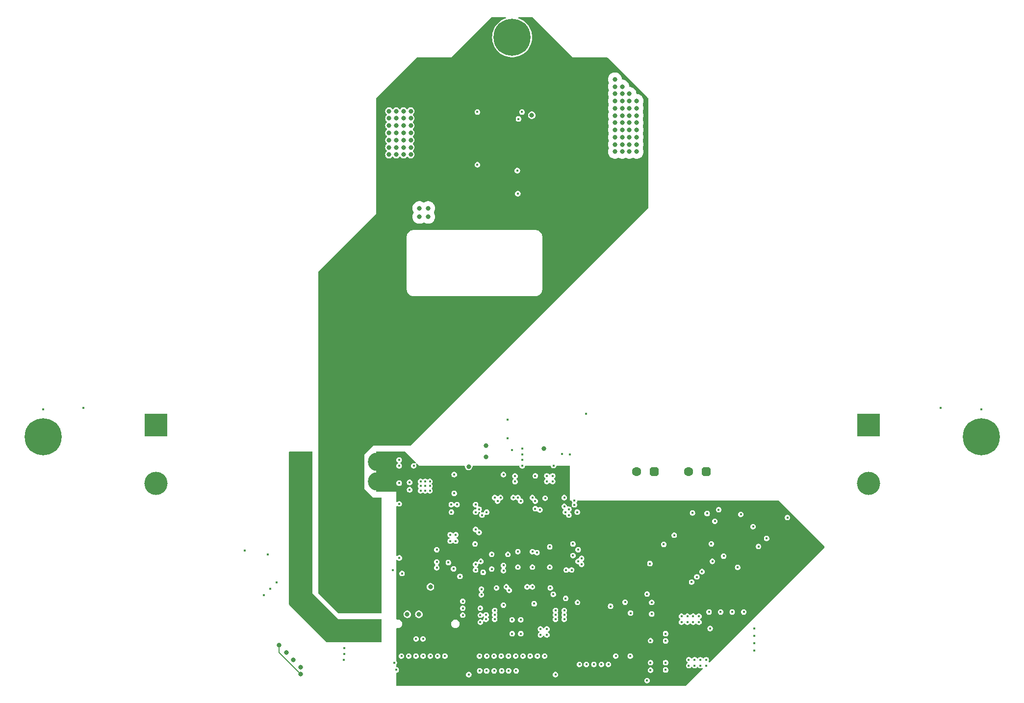
<source format=gbr>
%TF.GenerationSoftware,KiCad,Pcbnew,8.0.7*%
%TF.CreationDate,2025-03-16T22:59:03-04:00*%
%TF.ProjectId,kicker,6b69636b-6572-42e6-9b69-6361645f7063,v4*%
%TF.SameCoordinates,Original*%
%TF.FileFunction,Copper,L2,Inr*%
%TF.FilePolarity,Positive*%
%FSLAX46Y46*%
G04 Gerber Fmt 4.6, Leading zero omitted, Abs format (unit mm)*
G04 Created by KiCad (PCBNEW 8.0.7) date 2025-03-16 22:59:03*
%MOMM*%
%LPD*%
G01*
G04 APERTURE LIST*
G04 Aperture macros list*
%AMRoundRect*
0 Rectangle with rounded corners*
0 $1 Rounding radius*
0 $2 $3 $4 $5 $6 $7 $8 $9 X,Y pos of 4 corners*
0 Add a 4 corners polygon primitive as box body*
4,1,4,$2,$3,$4,$5,$6,$7,$8,$9,$2,$3,0*
0 Add four circle primitives for the rounded corners*
1,1,$1+$1,$2,$3*
1,1,$1+$1,$4,$5*
1,1,$1+$1,$6,$7*
1,1,$1+$1,$8,$9*
0 Add four rect primitives between the rounded corners*
20,1,$1+$1,$2,$3,$4,$5,0*
20,1,$1+$1,$4,$5,$6,$7,0*
20,1,$1+$1,$6,$7,$8,$9,0*
20,1,$1+$1,$8,$9,$2,$3,0*%
%AMOutline5P*
0 Free polygon, 5 corners , with rotation*
0 The origin of the aperture is its center*
0 number of corners: always 5*
0 $1 to $10 corner X, Y*
0 $11 Rotation angle, in degrees counterclockwise*
0 create outline with 5 corners*
4,1,5,$1,$2,$3,$4,$5,$6,$7,$8,$9,$10,$1,$2,$11*%
%AMOutline6P*
0 Free polygon, 6 corners , with rotation*
0 The origin of the aperture is its center*
0 number of corners: always 6*
0 $1 to $12 corner X, Y*
0 $13 Rotation angle, in degrees counterclockwise*
0 create outline with 6 corners*
4,1,6,$1,$2,$3,$4,$5,$6,$7,$8,$9,$10,$11,$12,$1,$2,$13*%
%AMOutline7P*
0 Free polygon, 7 corners , with rotation*
0 The origin of the aperture is its center*
0 number of corners: always 7*
0 $1 to $14 corner X, Y*
0 $15 Rotation angle, in degrees counterclockwise*
0 create outline with 7 corners*
4,1,7,$1,$2,$3,$4,$5,$6,$7,$8,$9,$10,$11,$12,$13,$14,$1,$2,$15*%
%AMOutline8P*
0 Free polygon, 8 corners , with rotation*
0 The origin of the aperture is its center*
0 number of corners: always 8*
0 $1 to $16 corner X, Y*
0 $17 Rotation angle, in degrees counterclockwise*
0 create outline with 8 corners*
4,1,8,$1,$2,$3,$4,$5,$6,$7,$8,$9,$10,$11,$12,$13,$14,$15,$16,$1,$2,$17*%
G04 Aperture macros list end*
%TA.AperFunction,ComponentPad*%
%ADD10RoundRect,0.760000X-1.140000X1.140000X-1.140000X-1.140000X1.140000X-1.140000X1.140000X1.140000X0*%
%TD*%
%TA.AperFunction,ComponentPad*%
%ADD11C,3.800000*%
%TD*%
%TA.AperFunction,ComponentPad*%
%ADD12C,6.400000*%
%TD*%
%TA.AperFunction,ComponentPad*%
%ADD13R,4.000000X4.000000*%
%TD*%
%TA.AperFunction,ComponentPad*%
%ADD14C,4.000000*%
%TD*%
%TA.AperFunction,ComponentPad*%
%ADD15C,3.200000*%
%TD*%
%TA.AperFunction,ComponentPad*%
%ADD16Outline8P,-0.800000X0.400000X-0.400000X0.800000X0.400000X0.800000X0.800000X0.400000X0.800000X-0.400000X0.400000X-0.800000X-0.400000X-0.800000X-0.800000X-0.400000X0.000000*%
%TD*%
%TA.AperFunction,ComponentPad*%
%ADD17C,1.600000*%
%TD*%
%TA.AperFunction,ViaPad*%
%ADD18C,0.450000*%
%TD*%
%TA.AperFunction,ViaPad*%
%ADD19C,0.800000*%
%TD*%
%TA.AperFunction,Conductor*%
%ADD20C,0.152400*%
%TD*%
G04 APERTURE END LIST*
D10*
%TO.N,GND*%
%TO.C,J3*%
X185500000Y-166500000D03*
D11*
%TO.N,/Power Regulation/V_{batt}*%
X185500000Y-171500000D03*
%TD*%
D12*
%TO.N,unconnected-(H2-Pad1)*%
%TO.C,H2*%
X291000000Y-138000000D03*
%TD*%
%TO.N,unconnected-(H1-Pad1)*%
%TO.C,H1*%
X210000000Y-69000000D03*
%TD*%
%TO.N,unconnected-(H3-Pad1)*%
%TO.C,H3*%
X129000000Y-138000000D03*
%TD*%
D13*
%TO.N,/hv_kicker/flyback_charger/V_{solenoid}*%
%TO.C,C26*%
X271500000Y-136000000D03*
D14*
%TO.N,GND*%
X271500000Y-146000000D03*
%TD*%
D13*
%TO.N,/hv_kicker/flyback_charger/V_{solenoid}*%
%TO.C,C25*%
X148500000Y-136000000D03*
D14*
%TO.N,GND*%
X148500000Y-146000000D03*
%TD*%
D15*
%TO.N,/Power Regulation/V_{batt}*%
%TO.C,F3*%
X173265000Y-142300000D03*
X173265000Y-145700000D03*
%TO.N,+BATT*%
X186735000Y-142300000D03*
X186735000Y-145700000D03*
%TD*%
D16*
%TO.N,/hv_kicker/flyback_charger/V_{solenoid}*%
%TO.C,J5*%
X234500000Y-144000000D03*
D17*
%TO.N,/hv_kicker/solenoid_control/KICK_SW*%
X231500000Y-144000000D03*
%TD*%
D16*
%TO.N,/hv_kicker/solenoid_control/CHIP_SW*%
%TO.C,J6*%
X243500000Y-144000000D03*
D17*
%TO.N,/hv_kicker/flyback_charger/V_{solenoid}*%
X240500000Y-144000000D03*
%TD*%
D18*
%TO.N,GND*%
X209280000Y-158300000D03*
X209400000Y-178409999D03*
X195800000Y-145700000D03*
D19*
X200500000Y-83000000D03*
D18*
X251606245Y-153515076D03*
D19*
X198000000Y-91750000D03*
X198000000Y-90500000D03*
D18*
X210700000Y-178409999D03*
X169363782Y-163101041D03*
X184500000Y-155000000D03*
X200000000Y-144520000D03*
X181009999Y-175500000D03*
D19*
X200500000Y-86750000D03*
X198000000Y-83000000D03*
D18*
X203600000Y-156500000D03*
X228000000Y-98000000D03*
X217500000Y-168000000D03*
X211875000Y-175850000D03*
X207000000Y-169500000D03*
X211750000Y-143009999D03*
X223000000Y-98000000D03*
D19*
X196250000Y-74500000D03*
X196750000Y-83000000D03*
D18*
X244000000Y-168250000D03*
D19*
X200500000Y-94250000D03*
D18*
X195900000Y-175850000D03*
X203100000Y-84010000D03*
X233300000Y-180100000D03*
X220000000Y-141009999D03*
X204509999Y-170000000D03*
X246515076Y-158606245D03*
D19*
X195100000Y-74500000D03*
X196750000Y-94250000D03*
X193850000Y-74500000D03*
D18*
X207400001Y-82500000D03*
X219000000Y-168000000D03*
X216000000Y-172200000D03*
D19*
X198000000Y-81750000D03*
X200500000Y-93000000D03*
D18*
X204700000Y-165280000D03*
X200000000Y-147759999D03*
D19*
X198000000Y-93000000D03*
X196750000Y-93000000D03*
X172250000Y-176500000D03*
X198750000Y-74500000D03*
D18*
X250000000Y-168250000D03*
X195000000Y-145700000D03*
X206400001Y-79980000D03*
D19*
X199250000Y-90500000D03*
D18*
X229000000Y-99000000D03*
X182500000Y-154000001D03*
D19*
X196750000Y-85500000D03*
X200500000Y-90500000D03*
D18*
X184500000Y-154000000D03*
X206900000Y-81900000D03*
D19*
X200000000Y-74500000D03*
D18*
X240500000Y-177509998D03*
D19*
X200500000Y-91750000D03*
D18*
X199320000Y-154900000D03*
D19*
X199250000Y-83000000D03*
D18*
X191000000Y-161600000D03*
X204509999Y-167600001D03*
X180500000Y-154000000D03*
X195000000Y-147300000D03*
D19*
X173500000Y-179000000D03*
D18*
X218650000Y-140980000D03*
X227900000Y-175850000D03*
X224000000Y-99000000D03*
X226000000Y-98000000D03*
X206900000Y-83100000D03*
D19*
X200500000Y-88000000D03*
D18*
X225000000Y-98000000D03*
X207000000Y-168750000D03*
X207900000Y-83100000D03*
X212010000Y-96000000D03*
X189400000Y-161000000D03*
X243500000Y-177509998D03*
X223000000Y-100000000D03*
X242500000Y-177509998D03*
X185500000Y-154000000D03*
X242786934Y-161286934D03*
D19*
X196750000Y-84250000D03*
D18*
X217500000Y-169500000D03*
D19*
X207950001Y-79500000D03*
D18*
X205000000Y-161400000D03*
D19*
X191900000Y-168650000D03*
D18*
X224000000Y-100000000D03*
D19*
X205500000Y-141449999D03*
D18*
X225000000Y-99000000D03*
X181500000Y-155000000D03*
X227000000Y-167250000D03*
X203700000Y-149700000D03*
X204400001Y-79020000D03*
D19*
X196750000Y-81750000D03*
D18*
X180500000Y-155000000D03*
X163863782Y-157601041D03*
D19*
X198000000Y-85500000D03*
D18*
X203100000Y-81020000D03*
D19*
X198000000Y-84250000D03*
D18*
X215700000Y-148600000D03*
X252533310Y-156941207D03*
D19*
X199250000Y-89250000D03*
X171000000Y-175250000D03*
D18*
X195800000Y-147300000D03*
D19*
X195100000Y-73250000D03*
D18*
X190524999Y-158900000D03*
X257533310Y-151941207D03*
X236171751Y-156578249D03*
D19*
X203000000Y-95500000D03*
D18*
X230450000Y-168437500D03*
D19*
X197500000Y-73250000D03*
D18*
X233890001Y-173200000D03*
X194200000Y-145700000D03*
X222000000Y-99000000D03*
X199320000Y-156000000D03*
X201000000Y-162105000D03*
D19*
X199250000Y-84250000D03*
D18*
X180980000Y-176500000D03*
X226000000Y-100000000D03*
D19*
X199250000Y-85500000D03*
D18*
X204509999Y-168800001D03*
D19*
X200500000Y-89250000D03*
D18*
X228000000Y-99000000D03*
D19*
X199250000Y-91750000D03*
D18*
X220280000Y-161000000D03*
X202525000Y-179050000D03*
D19*
X199250000Y-94250000D03*
D18*
X214900000Y-172209999D03*
X167839411Y-158339411D03*
D19*
X196750000Y-90500000D03*
D18*
X241500000Y-177509998D03*
D19*
X204000000Y-95500000D03*
D18*
X199520000Y-151000000D03*
D19*
X169750000Y-174000000D03*
D18*
X245008839Y-152584664D03*
D19*
X193900000Y-168650000D03*
D18*
X207000000Y-168000000D03*
X213500000Y-157820000D03*
X182500000Y-155000000D03*
X181500000Y-154000000D03*
D19*
X199250000Y-86750000D03*
X198000000Y-94250000D03*
X197500000Y-74500000D03*
D18*
X216000000Y-144740000D03*
D19*
X199250000Y-93000000D03*
D18*
X211400001Y-80020000D03*
X225000000Y-100000000D03*
X223000000Y-99000000D03*
X195800000Y-146500000D03*
X229000000Y-100000000D03*
X233300000Y-165150000D03*
X228000000Y-100000000D03*
X222000000Y-100000000D03*
X211000000Y-157820000D03*
X211750000Y-139990001D03*
D19*
X196750000Y-89250000D03*
D18*
X204000000Y-89990000D03*
X194200000Y-146500000D03*
X199500000Y-149700000D03*
X207900000Y-81900000D03*
X217000000Y-144740000D03*
X227000000Y-98000000D03*
X209250000Y-138259999D03*
X246000000Y-168250000D03*
X227000000Y-100000000D03*
X197000000Y-157500000D03*
D19*
X193850000Y-73250000D03*
X200500000Y-81750000D03*
D18*
X197000000Y-160600000D03*
D19*
X198000000Y-86750000D03*
X200000000Y-73250000D03*
X196750000Y-91750000D03*
X196750000Y-88000000D03*
D18*
X224000000Y-98000000D03*
X220500000Y-156490001D03*
X217475000Y-179050000D03*
D19*
X200500000Y-84250000D03*
D18*
X219000000Y-169500000D03*
D19*
X196250000Y-73250000D03*
X196750000Y-86750000D03*
X198000000Y-89250000D03*
D18*
X213125000Y-175850000D03*
D19*
X213400001Y-80550000D03*
X199250000Y-88000000D03*
D18*
X213800000Y-166820000D03*
X227000000Y-99000000D03*
X210200000Y-148500000D03*
X244582986Y-159490883D03*
X248000000Y-168250000D03*
D19*
X200500000Y-85500000D03*
X198750000Y-73250000D03*
D18*
X195000000Y-146500000D03*
D19*
X173500000Y-177750000D03*
D18*
X183500000Y-155000000D03*
X226000000Y-99000000D03*
D19*
X198000000Y-88000000D03*
D18*
X210500000Y-144770000D03*
X183500000Y-154000000D03*
X185500000Y-155000000D03*
X241888909Y-162184960D03*
X208500000Y-144509999D03*
X190500000Y-149580000D03*
X210900001Y-94010000D03*
X190500000Y-141990001D03*
X208500000Y-167069950D03*
X217500000Y-168750000D03*
X216500000Y-160500000D03*
D19*
X199250000Y-81750000D03*
D18*
X219000000Y-168750000D03*
X194200000Y-147300000D03*
X241139376Y-151139376D03*
D19*
%TO.N,+BATT*%
X191250000Y-84250000D03*
X192500000Y-81750000D03*
X190000000Y-83000000D03*
X188750000Y-89250000D03*
X191250000Y-85500000D03*
D18*
X228490001Y-162000000D03*
D19*
X192500000Y-83000000D03*
X190000000Y-88000000D03*
X192500000Y-88000000D03*
X188750000Y-83000000D03*
D18*
X222000000Y-169500000D03*
D19*
X190000000Y-86750000D03*
X188750000Y-88000000D03*
X188750000Y-84250000D03*
D18*
X192999999Y-151400000D03*
D19*
X188750000Y-85500000D03*
X190000000Y-85500000D03*
D18*
X222000000Y-168000000D03*
D19*
X192500000Y-86750000D03*
X191250000Y-86750000D03*
D18*
X220500000Y-168750000D03*
D19*
X192500000Y-89250000D03*
X192500000Y-85500000D03*
X190000000Y-89250000D03*
X192500000Y-84250000D03*
X191250000Y-89250000D03*
X190000000Y-84250000D03*
X188750000Y-86750000D03*
X191250000Y-81750000D03*
D18*
X222000000Y-168750000D03*
X220500000Y-168000000D03*
D19*
X191250000Y-83000000D03*
X190000000Y-81750000D03*
X191250000Y-88000000D03*
D18*
X220500000Y-169500000D03*
D19*
X188750000Y-81750000D03*
D18*
%TO.N,+3V0*%
X200280000Y-154900000D03*
X200280000Y-156000000D03*
%TO.N,+5V*%
X215625000Y-175850000D03*
X201490001Y-167600002D03*
%TO.N,+3V3*%
X240990883Y-163082986D03*
X244190000Y-171095000D03*
X211500000Y-172000000D03*
X210000000Y-172000000D03*
X136000000Y-133009999D03*
X213500000Y-163900000D03*
X230400000Y-175850000D03*
X198400000Y-175850000D03*
D19*
X195900000Y-163900000D03*
D18*
X214000000Y-144740001D03*
X214375000Y-175850000D03*
X190000000Y-178250000D03*
X193425000Y-172890001D03*
X205500000Y-168750000D03*
X194625000Y-172890001D03*
X205600000Y-178409999D03*
X206475000Y-158295000D03*
X204700000Y-164300000D03*
X205500000Y-169500000D03*
X206900000Y-178409999D03*
X216000000Y-145700000D03*
X193009999Y-143000000D03*
X248941207Y-160533310D03*
X217000000Y-145700000D03*
X201490001Y-166400000D03*
X200500000Y-149700000D03*
X237990001Y-155000000D03*
X210500000Y-145730000D03*
X284000000Y-133009999D03*
X219320000Y-161000000D03*
X253941207Y-155533310D03*
X233890001Y-178300000D03*
X199900000Y-160800000D03*
%TO.N,/digital/RCC_OSC32_N*%
X211000000Y-160500000D03*
%TO.N,/digital/RCC_OSC32_P*%
X213499998Y-160500000D03*
%TO.N,/digital/V_{sense}_HV_FILT*%
X197000000Y-159620000D03*
X207300000Y-164100000D03*
%TO.N,/digital/NRST*%
X249484924Y-151393755D03*
X212600000Y-163900000D03*
X229500000Y-166562499D03*
X209500000Y-164500000D03*
X219250000Y-165900000D03*
X244393755Y-156484924D03*
D19*
%TO.N,+VSW*%
X215500000Y-140000000D03*
D18*
X201490001Y-168800000D03*
D19*
X213400001Y-82450000D03*
X202500000Y-143125000D03*
X205500000Y-139500000D03*
%TO.N,/hv_kicker/flyback_charger/V_{trans}*%
X231500000Y-81250000D03*
X231500000Y-87500000D03*
X231500000Y-88750000D03*
X230250000Y-83750000D03*
X230250000Y-82500000D03*
X230250000Y-80000000D03*
X229000000Y-83750000D03*
X231500000Y-85000000D03*
X229000000Y-88750000D03*
X229000000Y-82500000D03*
X229000000Y-81250000D03*
X230250000Y-86250000D03*
X229000000Y-85000000D03*
X229000000Y-86250000D03*
X231500000Y-82500000D03*
X229000000Y-77500000D03*
X227750000Y-85000000D03*
X230250000Y-81250000D03*
X227750000Y-76250000D03*
X227750000Y-82500000D03*
X230250000Y-88750000D03*
X227750000Y-87500000D03*
X229000000Y-80000000D03*
X229000000Y-87500000D03*
X227750000Y-86250000D03*
X227750000Y-77500000D03*
X227750000Y-88750000D03*
X229000000Y-78750000D03*
X230250000Y-87500000D03*
X231500000Y-80000000D03*
X230250000Y-85000000D03*
X230250000Y-78750000D03*
X231500000Y-86250000D03*
X227750000Y-83750000D03*
X227750000Y-78750000D03*
X231500000Y-83750000D03*
X227750000Y-80000000D03*
X227750000Y-81250000D03*
D18*
%TO.N,/digital/BB_LED_DRAIN*%
X245662913Y-150587087D03*
X129000000Y-133250000D03*
X291000000Y-133250000D03*
%TO.N,/digital/USR_BTN*%
X233787868Y-159881371D03*
X216500000Y-157000000D03*
X181009999Y-174500000D03*
%TO.N,/digital/SWCLK*%
X221250000Y-151000000D03*
%TO.N,/digital/SWDIO*%
X220750000Y-149750000D03*
%TO.N,/digital/V_{sense}_HV*%
X198990001Y-159700000D03*
D19*
%TO.N,/hv_kicker/flyback_charger/HV_AC*%
X194000000Y-98500000D03*
X195500000Y-100000000D03*
X194000000Y-100000000D03*
X195500000Y-98500000D03*
D18*
%TO.N,Net-(J1-Pin_10)*%
X204375000Y-175850000D03*
%TO.N,/COMS.RST*%
X236500000Y-173250000D03*
%TO.N,Net-(J1-Pin_7)*%
X208125000Y-175850000D03*
%TO.N,/Ball Sense/SENSE_BOOT_UART.CTS*%
X205625000Y-175850000D03*
%TO.N,/5v0_UPSTREAM*%
X234100000Y-166600000D03*
%TO.N,/3v3_UPSTREAM*%
X234100000Y-168600001D03*
%TO.N,/COMS.BOOT0*%
X220500000Y-158500000D03*
X236500000Y-172000000D03*
%TO.N,/COMS.RX*%
X214000000Y-149100000D03*
%TO.N,/Dribbler/DRIB_BOOT_UART.CTS*%
X208500000Y-160200000D03*
X210000000Y-169600000D03*
%TO.N,/Dribbler/DRIB_BOOT_UART.BOOT0*%
X205600000Y-151000000D03*
X216000000Y-171180002D03*
%TO.N,/Dribbler/DRIB_BOOT_UART.RX*%
X203700000Y-151000000D03*
X211500002Y-169600000D03*
%TO.N,/Dribbler/DRIB_BOOT_UART.RST*%
X214900000Y-171190001D03*
X204800000Y-151500000D03*
%TO.N,/Breakbeam/BB_LEFT.AGPIO*%
X209000000Y-163900000D03*
X197150000Y-175850000D03*
%TO.N,Net-(R12-Pad1)*%
X240500000Y-176490000D03*
X251810000Y-171095000D03*
X239250001Y-170000000D03*
%TO.N,Net-(R13-Pad1)*%
X251810000Y-172365000D03*
X240250000Y-170000000D03*
X241500000Y-176490000D03*
%TO.N,Net-(R14-Pad1)*%
X241250000Y-170000000D03*
X242500000Y-176490000D03*
X251810000Y-173635000D03*
%TO.N,Net-(R15-Pad1)*%
X251810000Y-174905000D03*
X242250000Y-170000000D03*
X243500000Y-176490001D03*
%TO.N,/Breakbeam/BB_RIGHT.RST*%
X208000000Y-148500000D03*
X224125000Y-177300000D03*
%TO.N,/Breakbeam/BB_RIGHT.~{DET}*%
X222825000Y-177300000D03*
X207500000Y-149100000D03*
%TO.N,/Breakbeam/BB_RIGHT.INT*%
X207000000Y-148500000D03*
X221625000Y-177300000D03*
%TO.N,/Breakbeam/BB_RIGHT.SCL*%
X211000000Y-148500000D03*
X225425000Y-177300000D03*
%TO.N,/Breakbeam/BB_RIGHT.SDA*%
X211500000Y-149100000D03*
X226625000Y-177300000D03*
%TO.N,/Breakbeam/BB_LEFT.INT*%
X189650000Y-177000000D03*
X219800000Y-151500000D03*
%TO.N,/Breakbeam/BB_LEFT.RST*%
X192150000Y-175850000D03*
X219800000Y-150500000D03*
%TO.N,/Breakbeam/BB_LEFT.~{DET}*%
X190900000Y-175850000D03*
X219200000Y-151000000D03*
%TO.N,/Breakbeam/BB_LEFT.SDA*%
X214300000Y-158000000D03*
X194650000Y-175850000D03*
%TO.N,/Breakbeam/BB_LEFT.SCL*%
X219000000Y-150000000D03*
X193400000Y-175850000D03*
%TO.N,/Ball Sense/SENSE_BOOT_UART.RX*%
X206875000Y-175850000D03*
%TO.N,/Ball Sense/SENSE_BOOT_UART.RST*%
X209375000Y-175850000D03*
%TO.N,/Ball Sense/SENSE_BOOT_UART.BOOT0*%
X210625000Y-175850000D03*
%TO.N,/digital/LED_BB_BLUE*%
X243665336Y-151241161D03*
X222000000Y-160000000D03*
%TO.N,/hv_kicker/solenoid_control/GATE_{kick}_FILT*%
X209250000Y-134990001D03*
%TO.N,/hv_kicker/solenoid_control/GATE_{chip}_FILT*%
X222750000Y-134000000D03*
%TO.N,/COMS.TX*%
X213500000Y-148500000D03*
%TO.N,/Power Regulation/VSW_CEN*%
X190500000Y-143009999D03*
X192300000Y-147135000D03*
%TO.N,/Power Regulation/VSW_PGOOD*%
X192300000Y-145865000D03*
%TO.N,/digital/VSW_EN*%
X190500000Y-145990001D03*
%TO.N,/digital/LED_GREEN*%
X222000000Y-159000000D03*
%TO.N,/digital/LED_RED*%
X221400000Y-159500000D03*
%TO.N,/digital/ShutdownInitiated*%
X221400000Y-157500000D03*
%TO.N,/digital/DIP3*%
X221300000Y-166600000D03*
X239250001Y-168980002D03*
%TO.N,/digital/DIP2*%
X240250000Y-168980002D03*
%TO.N,/digital/DIP1*%
X241250000Y-168980002D03*
%TO.N,/digital/DIP0*%
X242250000Y-168980002D03*
%TO.N,/digital/CMD_{KICK}*%
X211750000Y-141990001D03*
%TO.N,/digital/CMD_{CHIP}*%
X217155000Y-142975000D03*
X211750000Y-141009999D03*
%TO.N,/digital/CMD_{CHG}*%
X210000000Y-140300000D03*
X210990000Y-96000000D03*
X211700000Y-81900000D03*
%TO.N,/hv_kicker/flyback_charger/HVGATE*%
X210900001Y-92020000D03*
X211100000Y-83100000D03*
%TO.N,/hv_kicker/flyback_charger/FB*%
X204000000Y-91010000D03*
X204000000Y-81900000D03*
%TO.N,/Dribbler/DRIB_BOOT_UART.TX*%
X204300000Y-150500000D03*
%TO.N,/Ball Sense/SENSE_BOOT_UART.TX*%
X208200000Y-178409999D03*
%TO.N,/digital/USER_ADJ1*%
X220750000Y-149000000D03*
X204300000Y-154500000D03*
%TO.N,/digital/USER_ADJ2*%
X203700000Y-154000000D03*
X219000000Y-148500000D03*
%TO.N,/digital/DOTSTAR_SCK*%
X168232412Y-164232412D03*
X216600000Y-164100000D03*
%TO.N,/digital/DOTSTAR_MOSI*%
X167101041Y-165363782D03*
X217100000Y-165200000D03*
%TO.N,/digital/FLASH_SCK*%
X206475000Y-160835000D03*
%TO.N,/digital/FLASH_MOSI*%
X204600000Y-159500000D03*
%TO.N,/COMS.CTS*%
X214000000Y-150400000D03*
X236500000Y-178250000D03*
%TO.N,Net-(J11-Pin_9)*%
X236500000Y-177000000D03*
%TO.N,/COMS.RTS*%
X214800000Y-150600000D03*
X233890000Y-177000000D03*
%TO.N,/Dribbler/DRIB_BOOT_UART.RTS*%
X208500000Y-161100000D03*
%TO.N,/digital/FLASH_MISO*%
X203700000Y-160000000D03*
%TO.N,/digital/FLASH_NSS*%
X203700000Y-161000000D03*
%TO.N,/Ball Sense/SENSE_BOOT_UART.RTS*%
X204400000Y-178409999D03*
%TD*%
D20*
%TO.N,GND*%
X173500000Y-179000000D02*
X169750000Y-175250000D01*
X169750000Y-175250000D02*
X169750000Y-174000000D01*
%TD*%
%TA.AperFunction,Conductor*%
%TO.N,+BATT*%
G36*
X191515677Y-140519685D02*
G01*
X191536319Y-140536319D01*
X193383157Y-142383157D01*
X193416642Y-142444480D01*
X193411658Y-142514172D01*
X193369786Y-142570105D01*
X193304322Y-142594522D01*
X193236049Y-142579670D01*
X193228438Y-142575154D01*
X193225119Y-142573021D01*
X193209560Y-142563022D01*
X193209559Y-142563021D01*
X193209558Y-142563021D01*
X193078367Y-142524500D01*
X193078366Y-142524500D01*
X192941632Y-142524500D01*
X192941631Y-142524500D01*
X192810439Y-142563021D01*
X192695412Y-142636942D01*
X192695408Y-142636946D01*
X192605871Y-142740278D01*
X192605866Y-142740285D01*
X192549069Y-142864654D01*
X192549067Y-142864662D01*
X192529609Y-143000000D01*
X192549067Y-143135337D01*
X192549069Y-143135345D01*
X192605866Y-143259714D01*
X192605871Y-143259721D01*
X192695408Y-143363053D01*
X192695412Y-143363057D01*
X192755978Y-143401979D01*
X192810438Y-143436978D01*
X192856490Y-143450500D01*
X192941631Y-143475500D01*
X192941632Y-143475500D01*
X193078366Y-143475500D01*
X193209560Y-143436978D01*
X193324588Y-143363055D01*
X193414129Y-143259718D01*
X193470930Y-143135342D01*
X193490389Y-143000000D01*
X193470930Y-142864658D01*
X193425489Y-142765156D01*
X193415545Y-142695998D01*
X193444570Y-142632442D01*
X193503348Y-142594668D01*
X193573218Y-142594668D01*
X193625964Y-142625964D01*
X194000000Y-143000000D01*
X201720722Y-143000000D01*
X201787761Y-143019685D01*
X201833516Y-143072489D01*
X201843332Y-143117612D01*
X201843818Y-143117554D01*
X201844447Y-143122737D01*
X201844722Y-143124000D01*
X201844722Y-143124999D01*
X201844722Y-143125000D01*
X201863763Y-143281818D01*
X201919780Y-143429523D01*
X202009517Y-143559530D01*
X202127760Y-143664283D01*
X202127762Y-143664284D01*
X202267634Y-143737696D01*
X202421014Y-143775500D01*
X202421015Y-143775500D01*
X202578985Y-143775500D01*
X202732365Y-143737696D01*
X202872240Y-143664283D01*
X202990483Y-143559530D01*
X203080220Y-143429523D01*
X203136237Y-143281818D01*
X203155278Y-143125000D01*
X203155278Y-143124999D01*
X203155278Y-143124000D01*
X203155484Y-143123295D01*
X203156182Y-143117554D01*
X203157136Y-143117669D01*
X203174963Y-143056961D01*
X203227767Y-143011206D01*
X203279278Y-143000000D01*
X211160726Y-143000000D01*
X211227765Y-143019685D01*
X211273520Y-143072489D01*
X211283464Y-143106355D01*
X211289067Y-143145335D01*
X211289070Y-143145344D01*
X211345867Y-143269713D01*
X211345872Y-143269720D01*
X211435409Y-143373052D01*
X211435413Y-143373056D01*
X211495979Y-143411978D01*
X211550439Y-143446977D01*
X211612034Y-143465063D01*
X211681632Y-143485499D01*
X211681633Y-143485499D01*
X211818367Y-143485499D01*
X211949561Y-143446977D01*
X212064589Y-143373054D01*
X212154130Y-143269717D01*
X212158697Y-143259718D01*
X212170114Y-143234718D01*
X212210931Y-143145341D01*
X212216536Y-143106354D01*
X212245560Y-143042799D01*
X212304337Y-143005023D01*
X212339274Y-143000000D01*
X216570757Y-143000000D01*
X216637796Y-143019685D01*
X216683551Y-143072489D01*
X216693495Y-143106351D01*
X216694068Y-143110339D01*
X216694069Y-143110343D01*
X216750869Y-143234716D01*
X216750872Y-143234721D01*
X216840409Y-143338053D01*
X216840413Y-143338057D01*
X216879309Y-143363053D01*
X216955439Y-143411978D01*
X217015192Y-143429523D01*
X217086632Y-143450500D01*
X217086633Y-143450500D01*
X217223367Y-143450500D01*
X217354561Y-143411978D01*
X217469589Y-143338055D01*
X217559130Y-143234718D01*
X217615931Y-143110342D01*
X217616505Y-143106351D01*
X217618179Y-143102685D01*
X217618431Y-143101828D01*
X217618554Y-143101864D01*
X217645532Y-143042796D01*
X217704310Y-143005022D01*
X217739243Y-143000000D01*
X219876000Y-143000000D01*
X219943039Y-143019685D01*
X219988794Y-143072489D01*
X220000000Y-143124000D01*
X220000000Y-149000000D01*
X220162163Y-149000000D01*
X220229202Y-149019685D01*
X220274957Y-149072489D01*
X220284901Y-149106353D01*
X220289068Y-149135337D01*
X220289070Y-149135345D01*
X220345867Y-149259714D01*
X220345869Y-149259716D01*
X220345870Y-149259718D01*
X220371001Y-149288722D01*
X220375400Y-149293798D01*
X220404424Y-149357354D01*
X220394480Y-149426513D01*
X220375400Y-149456202D01*
X220345870Y-149490282D01*
X220345867Y-149490285D01*
X220289070Y-149614654D01*
X220289068Y-149614662D01*
X220269610Y-149750000D01*
X220289068Y-149885337D01*
X220289070Y-149885345D01*
X220345867Y-150009714D01*
X220345872Y-150009721D01*
X220435409Y-150113053D01*
X220435413Y-150113057D01*
X220477782Y-150140285D01*
X220550439Y-150186978D01*
X220589012Y-150198304D01*
X220681632Y-150225500D01*
X220681633Y-150225500D01*
X220818367Y-150225500D01*
X220949561Y-150186978D01*
X221064589Y-150113055D01*
X221154130Y-150009718D01*
X221210931Y-149885342D01*
X221230390Y-149750000D01*
X221210931Y-149614658D01*
X221193048Y-149575500D01*
X221154132Y-149490285D01*
X221154130Y-149490283D01*
X221154130Y-149490282D01*
X221124599Y-149456201D01*
X221095575Y-149392647D01*
X221105518Y-149323489D01*
X221124597Y-149293800D01*
X221154130Y-149259718D01*
X221210931Y-149135342D01*
X221215099Y-149106353D01*
X221244124Y-149042797D01*
X221302902Y-149005023D01*
X221337837Y-149000000D01*
X255948638Y-149000000D01*
X256015677Y-149019685D01*
X256036319Y-149036319D01*
X263912318Y-156912318D01*
X263945803Y-156973641D01*
X263940819Y-157043333D01*
X263912318Y-157087680D01*
X244097146Y-176902852D01*
X244035823Y-176936337D01*
X243966131Y-176931353D01*
X243910198Y-176889481D01*
X243885781Y-176824017D01*
X243900633Y-176755744D01*
X243903871Y-176750285D01*
X243904128Y-176749720D01*
X243904130Y-176749719D01*
X243960931Y-176625343D01*
X243980390Y-176490001D01*
X243960931Y-176354659D01*
X243930022Y-176286978D01*
X243904132Y-176230286D01*
X243904127Y-176230279D01*
X243814590Y-176126947D01*
X243814586Y-176126943D01*
X243699559Y-176053022D01*
X243568368Y-176014501D01*
X243568367Y-176014501D01*
X243431633Y-176014501D01*
X243431632Y-176014501D01*
X243300440Y-176053022D01*
X243185413Y-176126943D01*
X243185412Y-176126944D01*
X243093713Y-176232771D01*
X243034934Y-176270545D01*
X242965065Y-176270545D01*
X242906287Y-176232771D01*
X242889025Y-176212850D01*
X242814589Y-176126945D01*
X242814586Y-176126943D01*
X242814586Y-176126942D01*
X242723736Y-176068558D01*
X242699561Y-176053022D01*
X242699560Y-176053021D01*
X242699559Y-176053021D01*
X242568368Y-176014500D01*
X242568367Y-176014500D01*
X242431633Y-176014500D01*
X242431632Y-176014500D01*
X242300440Y-176053021D01*
X242185413Y-176126942D01*
X242185413Y-176126943D01*
X242185411Y-176126944D01*
X242185411Y-176126945D01*
X242141752Y-176177329D01*
X242093713Y-176232771D01*
X242034935Y-176270545D01*
X241965065Y-176270545D01*
X241906287Y-176232771D01*
X241889025Y-176212850D01*
X241814589Y-176126945D01*
X241814586Y-176126943D01*
X241814586Y-176126942D01*
X241723736Y-176068558D01*
X241699561Y-176053022D01*
X241699560Y-176053021D01*
X241699559Y-176053021D01*
X241568368Y-176014500D01*
X241568367Y-176014500D01*
X241431633Y-176014500D01*
X241431632Y-176014500D01*
X241300440Y-176053021D01*
X241185413Y-176126942D01*
X241185413Y-176126943D01*
X241185411Y-176126944D01*
X241185411Y-176126945D01*
X241141752Y-176177329D01*
X241093713Y-176232771D01*
X241034935Y-176270545D01*
X240965065Y-176270545D01*
X240906287Y-176232771D01*
X240889025Y-176212850D01*
X240814589Y-176126945D01*
X240814586Y-176126943D01*
X240814586Y-176126942D01*
X240723736Y-176068558D01*
X240699561Y-176053022D01*
X240699560Y-176053021D01*
X240699559Y-176053021D01*
X240568368Y-176014500D01*
X240568367Y-176014500D01*
X240431633Y-176014500D01*
X240431632Y-176014500D01*
X240300440Y-176053021D01*
X240185413Y-176126942D01*
X240185409Y-176126946D01*
X240095872Y-176230278D01*
X240095867Y-176230285D01*
X240039070Y-176354654D01*
X240039070Y-176354655D01*
X240039069Y-176354658D01*
X240019610Y-176490000D01*
X240039069Y-176625342D01*
X240039069Y-176625343D01*
X240039070Y-176625345D01*
X240095867Y-176749714D01*
X240095872Y-176749721D01*
X240160668Y-176824500D01*
X240185411Y-176853055D01*
X240251743Y-176895683D01*
X240297498Y-176948487D01*
X240307442Y-177017645D01*
X240278418Y-177081201D01*
X240251744Y-177104313D01*
X240226010Y-177120851D01*
X240185410Y-177146943D01*
X240185409Y-177146944D01*
X240095872Y-177250276D01*
X240095867Y-177250283D01*
X240039070Y-177374652D01*
X240039068Y-177374660D01*
X240019610Y-177509998D01*
X240039068Y-177645335D01*
X240039070Y-177645343D01*
X240095867Y-177769712D01*
X240095872Y-177769719D01*
X240185409Y-177873051D01*
X240185413Y-177873055D01*
X240207029Y-177886946D01*
X240300439Y-177946976D01*
X240366036Y-177966237D01*
X240431632Y-177985498D01*
X240431633Y-177985498D01*
X240568367Y-177985498D01*
X240699561Y-177946976D01*
X240814589Y-177873053D01*
X240899985Y-177774500D01*
X240906287Y-177767227D01*
X240965065Y-177729452D01*
X241034934Y-177729452D01*
X241093713Y-177767226D01*
X241093713Y-177767227D01*
X241185409Y-177873051D01*
X241185413Y-177873055D01*
X241207029Y-177886946D01*
X241300439Y-177946976D01*
X241366036Y-177966237D01*
X241431632Y-177985498D01*
X241431633Y-177985498D01*
X241568367Y-177985498D01*
X241699561Y-177946976D01*
X241814589Y-177873053D01*
X241899985Y-177774500D01*
X241906287Y-177767227D01*
X241965065Y-177729452D01*
X242034934Y-177729452D01*
X242093713Y-177767226D01*
X242093713Y-177767227D01*
X242185409Y-177873051D01*
X242185413Y-177873055D01*
X242207029Y-177886946D01*
X242300439Y-177946976D01*
X242366036Y-177966237D01*
X242431632Y-177985498D01*
X242431633Y-177985498D01*
X242568367Y-177985498D01*
X242699558Y-177946977D01*
X242699558Y-177946976D01*
X242699561Y-177946976D01*
X242718438Y-177934844D01*
X242785475Y-177915159D01*
X242852515Y-177934842D01*
X242898271Y-177987646D01*
X242908215Y-178056804D01*
X242879191Y-178120360D01*
X242873158Y-178126840D01*
X240036319Y-180963681D01*
X239974996Y-180997166D01*
X239948638Y-181000000D01*
X190124000Y-181000000D01*
X190056961Y-180980315D01*
X190011206Y-180927511D01*
X190000000Y-180876000D01*
X190000000Y-180100000D01*
X232819610Y-180100000D01*
X232839068Y-180235337D01*
X232839070Y-180235345D01*
X232895867Y-180359714D01*
X232895872Y-180359721D01*
X232985409Y-180463053D01*
X232985413Y-180463057D01*
X233045979Y-180501979D01*
X233100439Y-180536978D01*
X233166036Y-180556239D01*
X233231632Y-180575500D01*
X233231633Y-180575500D01*
X233368367Y-180575500D01*
X233499561Y-180536978D01*
X233614589Y-180463055D01*
X233704130Y-180359718D01*
X233760931Y-180235342D01*
X233780390Y-180100000D01*
X233760931Y-179964658D01*
X233748677Y-179937827D01*
X233704132Y-179840285D01*
X233704127Y-179840278D01*
X233614590Y-179736946D01*
X233614586Y-179736942D01*
X233499559Y-179663021D01*
X233368368Y-179624500D01*
X233368367Y-179624500D01*
X233231633Y-179624500D01*
X233231632Y-179624500D01*
X233100440Y-179663021D01*
X232985413Y-179736942D01*
X232985409Y-179736946D01*
X232895872Y-179840278D01*
X232895867Y-179840285D01*
X232839070Y-179964654D01*
X232839068Y-179964662D01*
X232819610Y-180100000D01*
X190000000Y-180100000D01*
X190000000Y-179050000D01*
X202044610Y-179050000D01*
X202064068Y-179185337D01*
X202064070Y-179185345D01*
X202120867Y-179309714D01*
X202120872Y-179309721D01*
X202210409Y-179413053D01*
X202210413Y-179413057D01*
X202270979Y-179451979D01*
X202325439Y-179486978D01*
X202391036Y-179506239D01*
X202456632Y-179525500D01*
X202456633Y-179525500D01*
X202593367Y-179525500D01*
X202724561Y-179486978D01*
X202839589Y-179413055D01*
X202929130Y-179309718D01*
X202985931Y-179185342D01*
X203005390Y-179050000D01*
X216994610Y-179050000D01*
X217014068Y-179185337D01*
X217014070Y-179185345D01*
X217070867Y-179309714D01*
X217070872Y-179309721D01*
X217160409Y-179413053D01*
X217160413Y-179413057D01*
X217220979Y-179451979D01*
X217275439Y-179486978D01*
X217341036Y-179506239D01*
X217406632Y-179525500D01*
X217406633Y-179525500D01*
X217543367Y-179525500D01*
X217674561Y-179486978D01*
X217789589Y-179413055D01*
X217879130Y-179309718D01*
X217935931Y-179185342D01*
X217955390Y-179050000D01*
X217935931Y-178914658D01*
X217905022Y-178846977D01*
X217879132Y-178790285D01*
X217879127Y-178790278D01*
X217789590Y-178686946D01*
X217789586Y-178686942D01*
X217674559Y-178613021D01*
X217543368Y-178574500D01*
X217543367Y-178574500D01*
X217406633Y-178574500D01*
X217406632Y-178574500D01*
X217275440Y-178613021D01*
X217160413Y-178686942D01*
X217160409Y-178686946D01*
X217070872Y-178790278D01*
X217070867Y-178790285D01*
X217014070Y-178914654D01*
X217014068Y-178914662D01*
X216994610Y-179050000D01*
X203005390Y-179050000D01*
X202985931Y-178914658D01*
X202955022Y-178846977D01*
X202929132Y-178790285D01*
X202929127Y-178790278D01*
X202839590Y-178686946D01*
X202839586Y-178686942D01*
X202724559Y-178613021D01*
X202593368Y-178574500D01*
X202593367Y-178574500D01*
X202456633Y-178574500D01*
X202456632Y-178574500D01*
X202325440Y-178613021D01*
X202210413Y-178686942D01*
X202210409Y-178686946D01*
X202120872Y-178790278D01*
X202120867Y-178790285D01*
X202064070Y-178914654D01*
X202064068Y-178914662D01*
X202044610Y-179050000D01*
X190000000Y-179050000D01*
X190000000Y-178838399D01*
X190019685Y-178771360D01*
X190072489Y-178725605D01*
X190089063Y-178719423D01*
X190199558Y-178686979D01*
X190199559Y-178686979D01*
X190199611Y-178686946D01*
X190314589Y-178613055D01*
X190404130Y-178509718D01*
X190449670Y-178409999D01*
X203919610Y-178409999D01*
X203939068Y-178545336D01*
X203939070Y-178545344D01*
X203995867Y-178669713D01*
X203995872Y-178669720D01*
X204085409Y-178773052D01*
X204085413Y-178773056D01*
X204112223Y-178790285D01*
X204200439Y-178846977D01*
X204266036Y-178866238D01*
X204331632Y-178885499D01*
X204331633Y-178885499D01*
X204468367Y-178885499D01*
X204599561Y-178846977D01*
X204714589Y-178773054D01*
X204804130Y-178669717D01*
X204807173Y-178663055D01*
X204847614Y-178574500D01*
X204860931Y-178545341D01*
X204877262Y-178431753D01*
X204887197Y-178409998D01*
X205112802Y-178409998D01*
X205122738Y-178431754D01*
X205139068Y-178545336D01*
X205139070Y-178545344D01*
X205195867Y-178669713D01*
X205195872Y-178669720D01*
X205285409Y-178773052D01*
X205285413Y-178773056D01*
X205312223Y-178790285D01*
X205400439Y-178846977D01*
X205466036Y-178866238D01*
X205531632Y-178885499D01*
X205531633Y-178885499D01*
X205668367Y-178885499D01*
X205799561Y-178846977D01*
X205914589Y-178773054D01*
X206004130Y-178669717D01*
X206007173Y-178663055D01*
X206047614Y-178574500D01*
X206060931Y-178545341D01*
X206080390Y-178409999D01*
X206419610Y-178409999D01*
X206439068Y-178545336D01*
X206439070Y-178545344D01*
X206495867Y-178669713D01*
X206495872Y-178669720D01*
X206585409Y-178773052D01*
X206585413Y-178773056D01*
X206612223Y-178790285D01*
X206700439Y-178846977D01*
X206766036Y-178866238D01*
X206831632Y-178885499D01*
X206831633Y-178885499D01*
X206968367Y-178885499D01*
X207099561Y-178846977D01*
X207214589Y-178773054D01*
X207304130Y-178669717D01*
X207307173Y-178663055D01*
X207347614Y-178574500D01*
X207360931Y-178545341D01*
X207380390Y-178409999D01*
X207719610Y-178409999D01*
X207739068Y-178545336D01*
X207739070Y-178545344D01*
X207795867Y-178669713D01*
X207795872Y-178669720D01*
X207885409Y-178773052D01*
X207885413Y-178773056D01*
X207912223Y-178790285D01*
X208000439Y-178846977D01*
X208066036Y-178866238D01*
X208131632Y-178885499D01*
X208131633Y-178885499D01*
X208268367Y-178885499D01*
X208399561Y-178846977D01*
X208514589Y-178773054D01*
X208604130Y-178669717D01*
X208607173Y-178663055D01*
X208647614Y-178574500D01*
X208660931Y-178545341D01*
X208677262Y-178431753D01*
X208687197Y-178409998D01*
X208912802Y-178409998D01*
X208922738Y-178431754D01*
X208939068Y-178545336D01*
X208939070Y-178545344D01*
X208995867Y-178669713D01*
X208995872Y-178669720D01*
X209085409Y-178773052D01*
X209085413Y-178773056D01*
X209112223Y-178790285D01*
X209200439Y-178846977D01*
X209266036Y-178866238D01*
X209331632Y-178885499D01*
X209331633Y-178885499D01*
X209468367Y-178885499D01*
X209599561Y-178846977D01*
X209714589Y-178773054D01*
X209804130Y-178669717D01*
X209807173Y-178663055D01*
X209847614Y-178574500D01*
X209860931Y-178545341D01*
X209880390Y-178409999D01*
X210219610Y-178409999D01*
X210239068Y-178545336D01*
X210239070Y-178545344D01*
X210295867Y-178669713D01*
X210295872Y-178669720D01*
X210385409Y-178773052D01*
X210385413Y-178773056D01*
X210412223Y-178790285D01*
X210500439Y-178846977D01*
X210566036Y-178866238D01*
X210631632Y-178885499D01*
X210631633Y-178885499D01*
X210768367Y-178885499D01*
X210899561Y-178846977D01*
X211014589Y-178773054D01*
X211104130Y-178669717D01*
X211107173Y-178663055D01*
X211147614Y-178574500D01*
X211160931Y-178545341D01*
X211180390Y-178409999D01*
X211164575Y-178300000D01*
X233409611Y-178300000D01*
X233429069Y-178435337D01*
X233429071Y-178435345D01*
X233485868Y-178559714D01*
X233485873Y-178559721D01*
X233575410Y-178663053D01*
X233575414Y-178663057D01*
X233612637Y-178686978D01*
X233690440Y-178736978D01*
X233756037Y-178756239D01*
X233821633Y-178775500D01*
X233821634Y-178775500D01*
X233958368Y-178775500D01*
X234089562Y-178736978D01*
X234204590Y-178663055D01*
X234294131Y-178559718D01*
X234300696Y-178545344D01*
X234316967Y-178509714D01*
X234350932Y-178435342D01*
X234370391Y-178300000D01*
X234363202Y-178250000D01*
X236019610Y-178250000D01*
X236039068Y-178385337D01*
X236039070Y-178385345D01*
X236095867Y-178509714D01*
X236095872Y-178509721D01*
X236185409Y-178613053D01*
X236185413Y-178613057D01*
X236245979Y-178651979D01*
X236300439Y-178686978D01*
X236366036Y-178706239D01*
X236431632Y-178725500D01*
X236431633Y-178725500D01*
X236568367Y-178725500D01*
X236699561Y-178686978D01*
X236814589Y-178613055D01*
X236904130Y-178509718D01*
X236960931Y-178385342D01*
X236980390Y-178250000D01*
X236960931Y-178114658D01*
X236934510Y-178056804D01*
X236904132Y-177990285D01*
X236904127Y-177990278D01*
X236814590Y-177886946D01*
X236814586Y-177886942D01*
X236699559Y-177813021D01*
X236568368Y-177774500D01*
X236568367Y-177774500D01*
X236431633Y-177774500D01*
X236431632Y-177774500D01*
X236300440Y-177813021D01*
X236185413Y-177886942D01*
X236185409Y-177886946D01*
X236095872Y-177990278D01*
X236095867Y-177990285D01*
X236039070Y-178114654D01*
X236039068Y-178114662D01*
X236019610Y-178250000D01*
X234363202Y-178250000D01*
X234350932Y-178164658D01*
X234330702Y-178120360D01*
X234294133Y-178040285D01*
X234294128Y-178040278D01*
X234204591Y-177936946D01*
X234204587Y-177936942D01*
X234105171Y-177873053D01*
X234089562Y-177863022D01*
X234089561Y-177863021D01*
X234089560Y-177863021D01*
X233958369Y-177824500D01*
X233958368Y-177824500D01*
X233821634Y-177824500D01*
X233821633Y-177824500D01*
X233690441Y-177863021D01*
X233575414Y-177936942D01*
X233575410Y-177936946D01*
X233485873Y-178040278D01*
X233485868Y-178040285D01*
X233429071Y-178164654D01*
X233429069Y-178164662D01*
X233409611Y-178300000D01*
X211164575Y-178300000D01*
X211160931Y-178274657D01*
X211110696Y-178164658D01*
X211104132Y-178150284D01*
X211104127Y-178150277D01*
X211014590Y-178046945D01*
X211014586Y-178046941D01*
X210899559Y-177973020D01*
X210768368Y-177934499D01*
X210768367Y-177934499D01*
X210631633Y-177934499D01*
X210631632Y-177934499D01*
X210500440Y-177973020D01*
X210385413Y-178046941D01*
X210385409Y-178046945D01*
X210295872Y-178150277D01*
X210295867Y-178150284D01*
X210239070Y-178274653D01*
X210239068Y-178274661D01*
X210219610Y-178409999D01*
X209880390Y-178409999D01*
X209860931Y-178274657D01*
X209810696Y-178164658D01*
X209804132Y-178150284D01*
X209804127Y-178150277D01*
X209714590Y-178046945D01*
X209714586Y-178046941D01*
X209599559Y-177973020D01*
X209468368Y-177934499D01*
X209468367Y-177934499D01*
X209331633Y-177934499D01*
X209331632Y-177934499D01*
X209200440Y-177973020D01*
X209085413Y-178046941D01*
X209085409Y-178046945D01*
X208995872Y-178150277D01*
X208995867Y-178150284D01*
X208939070Y-178274653D01*
X208939068Y-178274661D01*
X208922738Y-178388243D01*
X208912802Y-178409998D01*
X208687197Y-178409998D01*
X208677262Y-178388243D01*
X208676844Y-178385337D01*
X208660931Y-178274657D01*
X208610696Y-178164658D01*
X208604132Y-178150284D01*
X208604127Y-178150277D01*
X208514590Y-178046945D01*
X208514586Y-178046941D01*
X208399559Y-177973020D01*
X208268368Y-177934499D01*
X208268367Y-177934499D01*
X208131633Y-177934499D01*
X208131632Y-177934499D01*
X208000440Y-177973020D01*
X207885413Y-178046941D01*
X207885409Y-178046945D01*
X207795872Y-178150277D01*
X207795867Y-178150284D01*
X207739070Y-178274653D01*
X207739068Y-178274661D01*
X207719610Y-178409999D01*
X207380390Y-178409999D01*
X207360931Y-178274657D01*
X207310696Y-178164658D01*
X207304132Y-178150284D01*
X207304127Y-178150277D01*
X207214590Y-178046945D01*
X207214586Y-178046941D01*
X207099559Y-177973020D01*
X206968368Y-177934499D01*
X206968367Y-177934499D01*
X206831633Y-177934499D01*
X206831632Y-177934499D01*
X206700440Y-177973020D01*
X206585413Y-178046941D01*
X206585409Y-178046945D01*
X206495872Y-178150277D01*
X206495867Y-178150284D01*
X206439070Y-178274653D01*
X206439068Y-178274661D01*
X206419610Y-178409999D01*
X206080390Y-178409999D01*
X206060931Y-178274657D01*
X206010696Y-178164658D01*
X206004132Y-178150284D01*
X206004127Y-178150277D01*
X205914590Y-178046945D01*
X205914586Y-178046941D01*
X205799559Y-177973020D01*
X205668368Y-177934499D01*
X205668367Y-177934499D01*
X205531633Y-177934499D01*
X205531632Y-177934499D01*
X205400440Y-177973020D01*
X205285413Y-178046941D01*
X205285409Y-178046945D01*
X205195872Y-178150277D01*
X205195867Y-178150284D01*
X205139070Y-178274653D01*
X205139068Y-178274661D01*
X205122738Y-178388243D01*
X205112802Y-178409998D01*
X204887197Y-178409998D01*
X204877262Y-178388243D01*
X204876844Y-178385337D01*
X204860931Y-178274657D01*
X204810696Y-178164658D01*
X204804132Y-178150284D01*
X204804127Y-178150277D01*
X204714590Y-178046945D01*
X204714586Y-178046941D01*
X204599559Y-177973020D01*
X204468368Y-177934499D01*
X204468367Y-177934499D01*
X204331633Y-177934499D01*
X204331632Y-177934499D01*
X204200440Y-177973020D01*
X204085413Y-178046941D01*
X204085409Y-178046945D01*
X203995872Y-178150277D01*
X203995867Y-178150284D01*
X203939070Y-178274653D01*
X203939068Y-178274661D01*
X203919610Y-178409999D01*
X190449670Y-178409999D01*
X190460931Y-178385342D01*
X190480390Y-178250000D01*
X190460931Y-178114658D01*
X190434510Y-178056804D01*
X190404132Y-177990285D01*
X190404127Y-177990278D01*
X190314590Y-177886946D01*
X190314586Y-177886942D01*
X190199559Y-177813021D01*
X190089065Y-177780577D01*
X190030287Y-177742803D01*
X190001262Y-177679247D01*
X190000000Y-177661600D01*
X190000000Y-177368437D01*
X190019685Y-177301398D01*
X190020731Y-177300000D01*
X221144610Y-177300000D01*
X221164068Y-177435337D01*
X221164070Y-177435345D01*
X221220867Y-177559714D01*
X221220872Y-177559721D01*
X221310409Y-177663053D01*
X221310413Y-177663057D01*
X221370979Y-177701979D01*
X221425439Y-177736978D01*
X221491036Y-177756239D01*
X221556632Y-177775500D01*
X221556633Y-177775500D01*
X221693367Y-177775500D01*
X221824561Y-177736978D01*
X221939589Y-177663055D01*
X222029130Y-177559718D01*
X222085931Y-177435342D01*
X222102262Y-177321754D01*
X222112197Y-177299999D01*
X222337802Y-177299999D01*
X222347738Y-177321755D01*
X222364068Y-177435337D01*
X222364070Y-177435345D01*
X222420867Y-177559714D01*
X222420872Y-177559721D01*
X222510409Y-177663053D01*
X222510413Y-177663057D01*
X222570979Y-177701979D01*
X222625439Y-177736978D01*
X222691036Y-177756239D01*
X222756632Y-177775500D01*
X222756633Y-177775500D01*
X222893367Y-177775500D01*
X223024561Y-177736978D01*
X223139589Y-177663055D01*
X223229130Y-177559718D01*
X223285931Y-177435342D01*
X223305390Y-177300000D01*
X223644610Y-177300000D01*
X223664068Y-177435337D01*
X223664070Y-177435345D01*
X223720867Y-177559714D01*
X223720872Y-177559721D01*
X223810409Y-177663053D01*
X223810413Y-177663057D01*
X223870979Y-177701979D01*
X223925439Y-177736978D01*
X223991036Y-177756239D01*
X224056632Y-177775500D01*
X224056633Y-177775500D01*
X224193367Y-177775500D01*
X224324561Y-177736978D01*
X224439589Y-177663055D01*
X224529130Y-177559718D01*
X224585931Y-177435342D01*
X224605390Y-177300000D01*
X224944610Y-177300000D01*
X224964068Y-177435337D01*
X224964070Y-177435345D01*
X225020867Y-177559714D01*
X225020872Y-177559721D01*
X225110409Y-177663053D01*
X225110413Y-177663057D01*
X225170979Y-177701979D01*
X225225439Y-177736978D01*
X225291036Y-177756239D01*
X225356632Y-177775500D01*
X225356633Y-177775500D01*
X225493367Y-177775500D01*
X225624561Y-177736978D01*
X225739589Y-177663055D01*
X225829130Y-177559718D01*
X225885931Y-177435342D01*
X225902262Y-177321754D01*
X225912197Y-177299999D01*
X226137802Y-177299999D01*
X226147738Y-177321755D01*
X226164068Y-177435337D01*
X226164070Y-177435345D01*
X226220867Y-177559714D01*
X226220872Y-177559721D01*
X226310409Y-177663053D01*
X226310413Y-177663057D01*
X226370979Y-177701979D01*
X226425439Y-177736978D01*
X226491036Y-177756239D01*
X226556632Y-177775500D01*
X226556633Y-177775500D01*
X226693367Y-177775500D01*
X226824561Y-177736978D01*
X226939589Y-177663055D01*
X227029130Y-177559718D01*
X227085931Y-177435342D01*
X227105390Y-177300000D01*
X227085931Y-177164658D01*
X227058373Y-177104315D01*
X227029132Y-177040285D01*
X227029127Y-177040278D01*
X226994226Y-177000000D01*
X233409610Y-177000000D01*
X233429068Y-177135337D01*
X233429070Y-177135345D01*
X233485867Y-177259714D01*
X233485872Y-177259721D01*
X233575409Y-177363053D01*
X233575413Y-177363057D01*
X233635979Y-177401979D01*
X233690439Y-177436978D01*
X233756036Y-177456239D01*
X233821632Y-177475500D01*
X233821633Y-177475500D01*
X233958367Y-177475500D01*
X234089561Y-177436978D01*
X234204589Y-177363055D01*
X234294130Y-177259718D01*
X234350931Y-177135342D01*
X234370390Y-177000000D01*
X236019610Y-177000000D01*
X236039068Y-177135337D01*
X236039070Y-177135345D01*
X236095867Y-177259714D01*
X236095872Y-177259721D01*
X236185409Y-177363053D01*
X236185413Y-177363057D01*
X236245979Y-177401979D01*
X236300439Y-177436978D01*
X236366036Y-177456239D01*
X236431632Y-177475500D01*
X236431633Y-177475500D01*
X236568367Y-177475500D01*
X236699561Y-177436978D01*
X236814589Y-177363055D01*
X236904130Y-177259718D01*
X236960931Y-177135342D01*
X236980390Y-177000000D01*
X236960931Y-176864658D01*
X236942371Y-176824017D01*
X236904132Y-176740285D01*
X236904127Y-176740278D01*
X236814590Y-176636946D01*
X236814586Y-176636942D01*
X236699559Y-176563021D01*
X236568368Y-176524500D01*
X236568367Y-176524500D01*
X236431633Y-176524500D01*
X236431632Y-176524500D01*
X236300440Y-176563021D01*
X236185413Y-176636942D01*
X236185409Y-176636946D01*
X236095872Y-176740278D01*
X236095867Y-176740285D01*
X236039070Y-176864654D01*
X236039068Y-176864662D01*
X236019610Y-177000000D01*
X234370390Y-177000000D01*
X234350931Y-176864658D01*
X234332371Y-176824017D01*
X234294132Y-176740285D01*
X234294127Y-176740278D01*
X234204590Y-176636946D01*
X234204586Y-176636942D01*
X234089559Y-176563021D01*
X233958368Y-176524500D01*
X233958367Y-176524500D01*
X233821633Y-176524500D01*
X233821632Y-176524500D01*
X233690440Y-176563021D01*
X233575413Y-176636942D01*
X233575409Y-176636946D01*
X233485872Y-176740278D01*
X233485867Y-176740285D01*
X233429070Y-176864654D01*
X233429068Y-176864662D01*
X233409610Y-177000000D01*
X226994226Y-177000000D01*
X226939590Y-176936946D01*
X226939586Y-176936942D01*
X226827113Y-176864662D01*
X226824561Y-176863022D01*
X226824560Y-176863021D01*
X226824559Y-176863021D01*
X226693368Y-176824500D01*
X226693367Y-176824500D01*
X226556633Y-176824500D01*
X226556632Y-176824500D01*
X226425440Y-176863021D01*
X226310413Y-176936942D01*
X226310409Y-176936946D01*
X226220872Y-177040278D01*
X226220867Y-177040285D01*
X226164070Y-177164654D01*
X226164068Y-177164662D01*
X226147738Y-177278244D01*
X226137802Y-177299999D01*
X225912197Y-177299999D01*
X225902262Y-177278244D01*
X225898241Y-177250276D01*
X225885931Y-177164658D01*
X225858373Y-177104315D01*
X225829132Y-177040285D01*
X225829127Y-177040278D01*
X225739590Y-176936946D01*
X225739586Y-176936942D01*
X225627113Y-176864662D01*
X225624561Y-176863022D01*
X225624560Y-176863021D01*
X225624559Y-176863021D01*
X225493368Y-176824500D01*
X225493367Y-176824500D01*
X225356633Y-176824500D01*
X225356632Y-176824500D01*
X225225440Y-176863021D01*
X225110413Y-176936942D01*
X225110409Y-176936946D01*
X225020872Y-177040278D01*
X225020867Y-177040285D01*
X224964070Y-177164654D01*
X224964068Y-177164662D01*
X224944610Y-177300000D01*
X224605390Y-177300000D01*
X224585931Y-177164658D01*
X224558373Y-177104315D01*
X224529132Y-177040285D01*
X224529127Y-177040278D01*
X224439590Y-176936946D01*
X224439586Y-176936942D01*
X224327113Y-176864662D01*
X224324561Y-176863022D01*
X224324560Y-176863021D01*
X224324559Y-176863021D01*
X224193368Y-176824500D01*
X224193367Y-176824500D01*
X224056633Y-176824500D01*
X224056632Y-176824500D01*
X223925440Y-176863021D01*
X223810413Y-176936942D01*
X223810409Y-176936946D01*
X223720872Y-177040278D01*
X223720867Y-177040285D01*
X223664070Y-177164654D01*
X223664068Y-177164662D01*
X223644610Y-177300000D01*
X223305390Y-177300000D01*
X223285931Y-177164658D01*
X223258373Y-177104315D01*
X223229132Y-177040285D01*
X223229127Y-177040278D01*
X223139590Y-176936946D01*
X223139586Y-176936942D01*
X223027113Y-176864662D01*
X223024561Y-176863022D01*
X223024560Y-176863021D01*
X223024559Y-176863021D01*
X222893368Y-176824500D01*
X222893367Y-176824500D01*
X222756633Y-176824500D01*
X222756632Y-176824500D01*
X222625440Y-176863021D01*
X222510413Y-176936942D01*
X222510409Y-176936946D01*
X222420872Y-177040278D01*
X222420867Y-177040285D01*
X222364070Y-177164654D01*
X222364068Y-177164662D01*
X222347738Y-177278244D01*
X222337802Y-177299999D01*
X222112197Y-177299999D01*
X222102262Y-177278244D01*
X222098241Y-177250276D01*
X222085931Y-177164658D01*
X222058373Y-177104315D01*
X222029132Y-177040285D01*
X222029127Y-177040278D01*
X221939590Y-176936946D01*
X221939586Y-176936942D01*
X221827113Y-176864662D01*
X221824561Y-176863022D01*
X221824560Y-176863021D01*
X221824559Y-176863021D01*
X221693368Y-176824500D01*
X221693367Y-176824500D01*
X221556633Y-176824500D01*
X221556632Y-176824500D01*
X221425440Y-176863021D01*
X221310413Y-176936942D01*
X221310409Y-176936946D01*
X221220872Y-177040278D01*
X221220867Y-177040285D01*
X221164070Y-177164654D01*
X221164068Y-177164662D01*
X221144610Y-177300000D01*
X190020731Y-177300000D01*
X190030283Y-177287238D01*
X190054130Y-177259718D01*
X190110931Y-177135342D01*
X190130390Y-177000000D01*
X190110931Y-176864658D01*
X190054130Y-176740282D01*
X190048871Y-176734212D01*
X190030285Y-176712762D01*
X190001262Y-176649206D01*
X190000000Y-176631562D01*
X190000000Y-175850000D01*
X190419610Y-175850000D01*
X190439068Y-175985337D01*
X190439070Y-175985345D01*
X190495867Y-176109714D01*
X190495872Y-176109721D01*
X190585409Y-176213053D01*
X190585413Y-176213057D01*
X190612223Y-176230286D01*
X190700439Y-176286978D01*
X190766036Y-176306239D01*
X190831632Y-176325500D01*
X190831633Y-176325500D01*
X190968367Y-176325500D01*
X191099561Y-176286978D01*
X191214589Y-176213055D01*
X191304130Y-176109718D01*
X191360931Y-175985342D01*
X191380390Y-175850000D01*
X191669610Y-175850000D01*
X191689068Y-175985337D01*
X191689070Y-175985345D01*
X191745867Y-176109714D01*
X191745872Y-176109721D01*
X191835409Y-176213053D01*
X191835413Y-176213057D01*
X191862223Y-176230286D01*
X191950439Y-176286978D01*
X192016036Y-176306239D01*
X192081632Y-176325500D01*
X192081633Y-176325500D01*
X192218367Y-176325500D01*
X192349561Y-176286978D01*
X192464589Y-176213055D01*
X192554130Y-176109718D01*
X192610931Y-175985342D01*
X192630390Y-175850000D01*
X192919610Y-175850000D01*
X192939068Y-175985337D01*
X192939070Y-175985345D01*
X192995867Y-176109714D01*
X192995872Y-176109721D01*
X193085409Y-176213053D01*
X193085413Y-176213057D01*
X193112223Y-176230286D01*
X193200439Y-176286978D01*
X193266036Y-176306239D01*
X193331632Y-176325500D01*
X193331633Y-176325500D01*
X193468367Y-176325500D01*
X193599561Y-176286978D01*
X193714589Y-176213055D01*
X193804130Y-176109718D01*
X193860931Y-175985342D01*
X193880390Y-175850000D01*
X194169610Y-175850000D01*
X194189068Y-175985337D01*
X194189070Y-175985345D01*
X194245867Y-176109714D01*
X194245872Y-176109721D01*
X194335409Y-176213053D01*
X194335413Y-176213057D01*
X194362223Y-176230286D01*
X194450439Y-176286978D01*
X194516036Y-176306239D01*
X194581632Y-176325500D01*
X194581633Y-176325500D01*
X194718367Y-176325500D01*
X194849561Y-176286978D01*
X194964589Y-176213055D01*
X195054130Y-176109718D01*
X195110931Y-175985342D01*
X195130390Y-175850000D01*
X195419610Y-175850000D01*
X195439068Y-175985337D01*
X195439070Y-175985345D01*
X195495867Y-176109714D01*
X195495872Y-176109721D01*
X195585409Y-176213053D01*
X195585413Y-176213057D01*
X195612223Y-176230286D01*
X195700439Y-176286978D01*
X195766036Y-176306239D01*
X195831632Y-176325500D01*
X195831633Y-176325500D01*
X195968367Y-176325500D01*
X196099561Y-176286978D01*
X196214589Y-176213055D01*
X196304130Y-176109718D01*
X196360931Y-175985342D01*
X196380390Y-175850000D01*
X196669610Y-175850000D01*
X196689068Y-175985337D01*
X196689070Y-175985345D01*
X196745867Y-176109714D01*
X196745872Y-176109721D01*
X196835409Y-176213053D01*
X196835413Y-176213057D01*
X196862223Y-176230286D01*
X196950439Y-176286978D01*
X197016036Y-176306239D01*
X197081632Y-176325500D01*
X197081633Y-176325500D01*
X197218367Y-176325500D01*
X197349561Y-176286978D01*
X197464589Y-176213055D01*
X197554130Y-176109718D01*
X197610931Y-175985342D01*
X197630390Y-175850000D01*
X197919610Y-175850000D01*
X197939068Y-175985337D01*
X197939070Y-175985345D01*
X197995867Y-176109714D01*
X197995872Y-176109721D01*
X198085409Y-176213053D01*
X198085413Y-176213057D01*
X198112223Y-176230286D01*
X198200439Y-176286978D01*
X198266036Y-176306239D01*
X198331632Y-176325500D01*
X198331633Y-176325500D01*
X198468367Y-176325500D01*
X198599561Y-176286978D01*
X198714589Y-176213055D01*
X198804130Y-176109718D01*
X198860931Y-175985342D01*
X198880390Y-175850000D01*
X203894610Y-175850000D01*
X203914068Y-175985337D01*
X203914070Y-175985345D01*
X203970867Y-176109714D01*
X203970872Y-176109721D01*
X204060409Y-176213053D01*
X204060413Y-176213057D01*
X204087223Y-176230286D01*
X204175439Y-176286978D01*
X204241036Y-176306239D01*
X204306632Y-176325500D01*
X204306633Y-176325500D01*
X204443367Y-176325500D01*
X204574561Y-176286978D01*
X204689589Y-176213055D01*
X204779130Y-176109718D01*
X204835931Y-175985342D01*
X204855390Y-175850000D01*
X205144610Y-175850000D01*
X205164068Y-175985337D01*
X205164070Y-175985345D01*
X205220867Y-176109714D01*
X205220872Y-176109721D01*
X205310409Y-176213053D01*
X205310413Y-176213057D01*
X205337223Y-176230286D01*
X205425439Y-176286978D01*
X205491036Y-176306239D01*
X205556632Y-176325500D01*
X205556633Y-176325500D01*
X205693367Y-176325500D01*
X205824561Y-176286978D01*
X205939589Y-176213055D01*
X206029130Y-176109718D01*
X206085931Y-175985342D01*
X206105390Y-175850000D01*
X206394610Y-175850000D01*
X206414068Y-175985337D01*
X206414070Y-175985345D01*
X206470867Y-176109714D01*
X206470872Y-176109721D01*
X206560409Y-176213053D01*
X206560413Y-176213057D01*
X206587223Y-176230286D01*
X206675439Y-176286978D01*
X206741036Y-176306239D01*
X206806632Y-176325500D01*
X206806633Y-176325500D01*
X206943367Y-176325500D01*
X207074561Y-176286978D01*
X207189589Y-176213055D01*
X207279130Y-176109718D01*
X207335931Y-175985342D01*
X207355390Y-175850000D01*
X207644610Y-175850000D01*
X207664068Y-175985337D01*
X207664070Y-175985345D01*
X207720867Y-176109714D01*
X207720872Y-176109721D01*
X207810409Y-176213053D01*
X207810413Y-176213057D01*
X207837223Y-176230286D01*
X207925439Y-176286978D01*
X207991036Y-176306239D01*
X208056632Y-176325500D01*
X208056633Y-176325500D01*
X208193367Y-176325500D01*
X208324561Y-176286978D01*
X208439589Y-176213055D01*
X208529130Y-176109718D01*
X208585931Y-175985342D01*
X208605390Y-175850000D01*
X208894610Y-175850000D01*
X208914068Y-175985337D01*
X208914070Y-175985345D01*
X208970867Y-176109714D01*
X208970872Y-176109721D01*
X209060409Y-176213053D01*
X209060413Y-176213057D01*
X209087223Y-176230286D01*
X209175439Y-176286978D01*
X209241036Y-176306239D01*
X209306632Y-176325500D01*
X209306633Y-176325500D01*
X209443367Y-176325500D01*
X209574561Y-176286978D01*
X209689589Y-176213055D01*
X209779130Y-176109718D01*
X209835931Y-175985342D01*
X209855390Y-175850000D01*
X210144610Y-175850000D01*
X210164068Y-175985337D01*
X210164070Y-175985345D01*
X210220867Y-176109714D01*
X210220872Y-176109721D01*
X210310409Y-176213053D01*
X210310413Y-176213057D01*
X210337223Y-176230286D01*
X210425439Y-176286978D01*
X210491036Y-176306239D01*
X210556632Y-176325500D01*
X210556633Y-176325500D01*
X210693367Y-176325500D01*
X210824561Y-176286978D01*
X210939589Y-176213055D01*
X211029130Y-176109718D01*
X211085931Y-175985342D01*
X211105390Y-175850000D01*
X211394610Y-175850000D01*
X211414068Y-175985337D01*
X211414070Y-175985345D01*
X211470867Y-176109714D01*
X211470872Y-176109721D01*
X211560409Y-176213053D01*
X211560413Y-176213057D01*
X211587223Y-176230286D01*
X211675439Y-176286978D01*
X211741036Y-176306239D01*
X211806632Y-176325500D01*
X211806633Y-176325500D01*
X211943367Y-176325500D01*
X212074561Y-176286978D01*
X212189589Y-176213055D01*
X212279130Y-176109718D01*
X212335931Y-175985342D01*
X212355390Y-175850000D01*
X212644610Y-175850000D01*
X212664068Y-175985337D01*
X212664070Y-175985345D01*
X212720867Y-176109714D01*
X212720872Y-176109721D01*
X212810409Y-176213053D01*
X212810413Y-176213057D01*
X212837223Y-176230286D01*
X212925439Y-176286978D01*
X212991036Y-176306239D01*
X213056632Y-176325500D01*
X213056633Y-176325500D01*
X213193367Y-176325500D01*
X213324561Y-176286978D01*
X213439589Y-176213055D01*
X213529130Y-176109718D01*
X213585931Y-175985342D01*
X213605390Y-175850000D01*
X213894610Y-175850000D01*
X213914068Y-175985337D01*
X213914070Y-175985345D01*
X213970867Y-176109714D01*
X213970872Y-176109721D01*
X214060409Y-176213053D01*
X214060413Y-176213057D01*
X214087223Y-176230286D01*
X214175439Y-176286978D01*
X214241036Y-176306239D01*
X214306632Y-176325500D01*
X214306633Y-176325500D01*
X214443367Y-176325500D01*
X214574561Y-176286978D01*
X214689589Y-176213055D01*
X214779130Y-176109718D01*
X214835931Y-175985342D01*
X214855390Y-175850000D01*
X215144610Y-175850000D01*
X215164068Y-175985337D01*
X215164070Y-175985345D01*
X215220867Y-176109714D01*
X215220872Y-176109721D01*
X215310409Y-176213053D01*
X215310413Y-176213057D01*
X215337223Y-176230286D01*
X215425439Y-176286978D01*
X215491036Y-176306239D01*
X215556632Y-176325500D01*
X215556633Y-176325500D01*
X215693367Y-176325500D01*
X215824561Y-176286978D01*
X215939589Y-176213055D01*
X216029130Y-176109718D01*
X216085931Y-175985342D01*
X216105390Y-175850000D01*
X227419610Y-175850000D01*
X227439068Y-175985337D01*
X227439070Y-175985345D01*
X227495867Y-176109714D01*
X227495872Y-176109721D01*
X227585409Y-176213053D01*
X227585413Y-176213057D01*
X227612223Y-176230286D01*
X227700439Y-176286978D01*
X227766036Y-176306239D01*
X227831632Y-176325500D01*
X227831633Y-176325500D01*
X227968367Y-176325500D01*
X228099561Y-176286978D01*
X228214589Y-176213055D01*
X228304130Y-176109718D01*
X228360931Y-175985342D01*
X228380390Y-175850000D01*
X229919610Y-175850000D01*
X229939068Y-175985337D01*
X229939070Y-175985345D01*
X229995867Y-176109714D01*
X229995872Y-176109721D01*
X230085409Y-176213053D01*
X230085413Y-176213057D01*
X230112223Y-176230286D01*
X230200439Y-176286978D01*
X230266036Y-176306239D01*
X230331632Y-176325500D01*
X230331633Y-176325500D01*
X230468367Y-176325500D01*
X230599561Y-176286978D01*
X230714589Y-176213055D01*
X230804130Y-176109718D01*
X230860931Y-175985342D01*
X230880390Y-175850000D01*
X230860931Y-175714658D01*
X230848677Y-175687827D01*
X230804132Y-175590285D01*
X230804127Y-175590278D01*
X230714590Y-175486946D01*
X230714586Y-175486942D01*
X230599559Y-175413021D01*
X230468368Y-175374500D01*
X230468367Y-175374500D01*
X230331633Y-175374500D01*
X230331632Y-175374500D01*
X230200440Y-175413021D01*
X230085413Y-175486942D01*
X230085409Y-175486946D01*
X229995872Y-175590278D01*
X229995867Y-175590285D01*
X229939070Y-175714654D01*
X229939068Y-175714662D01*
X229919610Y-175850000D01*
X228380390Y-175850000D01*
X228360931Y-175714658D01*
X228348677Y-175687827D01*
X228304132Y-175590285D01*
X228304127Y-175590278D01*
X228214590Y-175486946D01*
X228214586Y-175486942D01*
X228099559Y-175413021D01*
X227968368Y-175374500D01*
X227968367Y-175374500D01*
X227831633Y-175374500D01*
X227831632Y-175374500D01*
X227700440Y-175413021D01*
X227585413Y-175486942D01*
X227585409Y-175486946D01*
X227495872Y-175590278D01*
X227495867Y-175590285D01*
X227439070Y-175714654D01*
X227439068Y-175714662D01*
X227419610Y-175850000D01*
X216105390Y-175850000D01*
X216085931Y-175714658D01*
X216073677Y-175687827D01*
X216029132Y-175590285D01*
X216029127Y-175590278D01*
X215939590Y-175486946D01*
X215939586Y-175486942D01*
X215824559Y-175413021D01*
X215693368Y-175374500D01*
X215693367Y-175374500D01*
X215556633Y-175374500D01*
X215556632Y-175374500D01*
X215425440Y-175413021D01*
X215310413Y-175486942D01*
X215310409Y-175486946D01*
X215220872Y-175590278D01*
X215220867Y-175590285D01*
X215164070Y-175714654D01*
X215164068Y-175714662D01*
X215144610Y-175850000D01*
X214855390Y-175850000D01*
X214835931Y-175714658D01*
X214823677Y-175687827D01*
X214779132Y-175590285D01*
X214779127Y-175590278D01*
X214689590Y-175486946D01*
X214689586Y-175486942D01*
X214574559Y-175413021D01*
X214443368Y-175374500D01*
X214443367Y-175374500D01*
X214306633Y-175374500D01*
X214306632Y-175374500D01*
X214175440Y-175413021D01*
X214060413Y-175486942D01*
X214060409Y-175486946D01*
X213970872Y-175590278D01*
X213970867Y-175590285D01*
X213914070Y-175714654D01*
X213914068Y-175714662D01*
X213894610Y-175850000D01*
X213605390Y-175850000D01*
X213585931Y-175714658D01*
X213573677Y-175687827D01*
X213529132Y-175590285D01*
X213529127Y-175590278D01*
X213439590Y-175486946D01*
X213439586Y-175486942D01*
X213324559Y-175413021D01*
X213193368Y-175374500D01*
X213193367Y-175374500D01*
X213056633Y-175374500D01*
X213056632Y-175374500D01*
X212925440Y-175413021D01*
X212810413Y-175486942D01*
X212810409Y-175486946D01*
X212720872Y-175590278D01*
X212720867Y-175590285D01*
X212664070Y-175714654D01*
X212664068Y-175714662D01*
X212644610Y-175850000D01*
X212355390Y-175850000D01*
X212335931Y-175714658D01*
X212323677Y-175687827D01*
X212279132Y-175590285D01*
X212279127Y-175590278D01*
X212189590Y-175486946D01*
X212189586Y-175486942D01*
X212074559Y-175413021D01*
X211943368Y-175374500D01*
X211943367Y-175374500D01*
X211806633Y-175374500D01*
X211806632Y-175374500D01*
X211675440Y-175413021D01*
X211560413Y-175486942D01*
X211560409Y-175486946D01*
X211470872Y-175590278D01*
X211470867Y-175590285D01*
X211414070Y-175714654D01*
X211414068Y-175714662D01*
X211394610Y-175850000D01*
X211105390Y-175850000D01*
X211085931Y-175714658D01*
X211073677Y-175687827D01*
X211029132Y-175590285D01*
X211029127Y-175590278D01*
X210939590Y-175486946D01*
X210939586Y-175486942D01*
X210824559Y-175413021D01*
X210693368Y-175374500D01*
X210693367Y-175374500D01*
X210556633Y-175374500D01*
X210556632Y-175374500D01*
X210425440Y-175413021D01*
X210310413Y-175486942D01*
X210310409Y-175486946D01*
X210220872Y-175590278D01*
X210220867Y-175590285D01*
X210164070Y-175714654D01*
X210164068Y-175714662D01*
X210144610Y-175850000D01*
X209855390Y-175850000D01*
X209835931Y-175714658D01*
X209823677Y-175687827D01*
X209779132Y-175590285D01*
X209779127Y-175590278D01*
X209689590Y-175486946D01*
X209689586Y-175486942D01*
X209574559Y-175413021D01*
X209443368Y-175374500D01*
X209443367Y-175374500D01*
X209306633Y-175374500D01*
X209306632Y-175374500D01*
X209175440Y-175413021D01*
X209060413Y-175486942D01*
X209060409Y-175486946D01*
X208970872Y-175590278D01*
X208970867Y-175590285D01*
X208914070Y-175714654D01*
X208914068Y-175714662D01*
X208894610Y-175850000D01*
X208605390Y-175850000D01*
X208585931Y-175714658D01*
X208573677Y-175687827D01*
X208529132Y-175590285D01*
X208529127Y-175590278D01*
X208439590Y-175486946D01*
X208439586Y-175486942D01*
X208324559Y-175413021D01*
X208193368Y-175374500D01*
X208193367Y-175374500D01*
X208056633Y-175374500D01*
X208056632Y-175374500D01*
X207925440Y-175413021D01*
X207810413Y-175486942D01*
X207810409Y-175486946D01*
X207720872Y-175590278D01*
X207720867Y-175590285D01*
X207664070Y-175714654D01*
X207664068Y-175714662D01*
X207644610Y-175850000D01*
X207355390Y-175850000D01*
X207335931Y-175714658D01*
X207323677Y-175687827D01*
X207279132Y-175590285D01*
X207279127Y-175590278D01*
X207189590Y-175486946D01*
X207189586Y-175486942D01*
X207074559Y-175413021D01*
X206943368Y-175374500D01*
X206943367Y-175374500D01*
X206806633Y-175374500D01*
X206806632Y-175374500D01*
X206675440Y-175413021D01*
X206560413Y-175486942D01*
X206560409Y-175486946D01*
X206470872Y-175590278D01*
X206470867Y-175590285D01*
X206414070Y-175714654D01*
X206414068Y-175714662D01*
X206394610Y-175850000D01*
X206105390Y-175850000D01*
X206085931Y-175714658D01*
X206073677Y-175687827D01*
X206029132Y-175590285D01*
X206029127Y-175590278D01*
X205939590Y-175486946D01*
X205939586Y-175486942D01*
X205824559Y-175413021D01*
X205693368Y-175374500D01*
X205693367Y-175374500D01*
X205556633Y-175374500D01*
X205556632Y-175374500D01*
X205425440Y-175413021D01*
X205310413Y-175486942D01*
X205310409Y-175486946D01*
X205220872Y-175590278D01*
X205220867Y-175590285D01*
X205164070Y-175714654D01*
X205164068Y-175714662D01*
X205144610Y-175850000D01*
X204855390Y-175850000D01*
X204835931Y-175714658D01*
X204823677Y-175687827D01*
X204779132Y-175590285D01*
X204779127Y-175590278D01*
X204689590Y-175486946D01*
X204689586Y-175486942D01*
X204574559Y-175413021D01*
X204443368Y-175374500D01*
X204443367Y-175374500D01*
X204306633Y-175374500D01*
X204306632Y-175374500D01*
X204175440Y-175413021D01*
X204060413Y-175486942D01*
X204060409Y-175486946D01*
X203970872Y-175590278D01*
X203970867Y-175590285D01*
X203914070Y-175714654D01*
X203914068Y-175714662D01*
X203894610Y-175850000D01*
X198880390Y-175850000D01*
X198860931Y-175714658D01*
X198848677Y-175687827D01*
X198804132Y-175590285D01*
X198804127Y-175590278D01*
X198714590Y-175486946D01*
X198714586Y-175486942D01*
X198599559Y-175413021D01*
X198468368Y-175374500D01*
X198468367Y-175374500D01*
X198331633Y-175374500D01*
X198331632Y-175374500D01*
X198200440Y-175413021D01*
X198085413Y-175486942D01*
X198085409Y-175486946D01*
X197995872Y-175590278D01*
X197995867Y-175590285D01*
X197939070Y-175714654D01*
X197939068Y-175714662D01*
X197919610Y-175850000D01*
X197630390Y-175850000D01*
X197610931Y-175714658D01*
X197598677Y-175687827D01*
X197554132Y-175590285D01*
X197554127Y-175590278D01*
X197464590Y-175486946D01*
X197464586Y-175486942D01*
X197349559Y-175413021D01*
X197218368Y-175374500D01*
X197218367Y-175374500D01*
X197081633Y-175374500D01*
X197081632Y-175374500D01*
X196950440Y-175413021D01*
X196835413Y-175486942D01*
X196835409Y-175486946D01*
X196745872Y-175590278D01*
X196745867Y-175590285D01*
X196689070Y-175714654D01*
X196689068Y-175714662D01*
X196669610Y-175850000D01*
X196380390Y-175850000D01*
X196360931Y-175714658D01*
X196348677Y-175687827D01*
X196304132Y-175590285D01*
X196304127Y-175590278D01*
X196214590Y-175486946D01*
X196214586Y-175486942D01*
X196099559Y-175413021D01*
X195968368Y-175374500D01*
X195968367Y-175374500D01*
X195831633Y-175374500D01*
X195831632Y-175374500D01*
X195700440Y-175413021D01*
X195585413Y-175486942D01*
X195585409Y-175486946D01*
X195495872Y-175590278D01*
X195495867Y-175590285D01*
X195439070Y-175714654D01*
X195439068Y-175714662D01*
X195419610Y-175850000D01*
X195130390Y-175850000D01*
X195110931Y-175714658D01*
X195098677Y-175687827D01*
X195054132Y-175590285D01*
X195054127Y-175590278D01*
X194964590Y-175486946D01*
X194964586Y-175486942D01*
X194849559Y-175413021D01*
X194718368Y-175374500D01*
X194718367Y-175374500D01*
X194581633Y-175374500D01*
X194581632Y-175374500D01*
X194450440Y-175413021D01*
X194335413Y-175486942D01*
X194335409Y-175486946D01*
X194245872Y-175590278D01*
X194245867Y-175590285D01*
X194189070Y-175714654D01*
X194189068Y-175714662D01*
X194169610Y-175850000D01*
X193880390Y-175850000D01*
X193860931Y-175714658D01*
X193848677Y-175687827D01*
X193804132Y-175590285D01*
X193804127Y-175590278D01*
X193714590Y-175486946D01*
X193714586Y-175486942D01*
X193599559Y-175413021D01*
X193468368Y-175374500D01*
X193468367Y-175374500D01*
X193331633Y-175374500D01*
X193331632Y-175374500D01*
X193200440Y-175413021D01*
X193085413Y-175486942D01*
X193085409Y-175486946D01*
X192995872Y-175590278D01*
X192995867Y-175590285D01*
X192939070Y-175714654D01*
X192939068Y-175714662D01*
X192919610Y-175850000D01*
X192630390Y-175850000D01*
X192610931Y-175714658D01*
X192598677Y-175687827D01*
X192554132Y-175590285D01*
X192554127Y-175590278D01*
X192464590Y-175486946D01*
X192464586Y-175486942D01*
X192349559Y-175413021D01*
X192218368Y-175374500D01*
X192218367Y-175374500D01*
X192081633Y-175374500D01*
X192081632Y-175374500D01*
X191950440Y-175413021D01*
X191835413Y-175486942D01*
X191835409Y-175486946D01*
X191745872Y-175590278D01*
X191745867Y-175590285D01*
X191689070Y-175714654D01*
X191689068Y-175714662D01*
X191669610Y-175850000D01*
X191380390Y-175850000D01*
X191360931Y-175714658D01*
X191348677Y-175687827D01*
X191304132Y-175590285D01*
X191304127Y-175590278D01*
X191214590Y-175486946D01*
X191214586Y-175486942D01*
X191099559Y-175413021D01*
X190968368Y-175374500D01*
X190968367Y-175374500D01*
X190831633Y-175374500D01*
X190831632Y-175374500D01*
X190700440Y-175413021D01*
X190585413Y-175486942D01*
X190585409Y-175486946D01*
X190495872Y-175590278D01*
X190495867Y-175590285D01*
X190439070Y-175714654D01*
X190439068Y-175714662D01*
X190419610Y-175850000D01*
X190000000Y-175850000D01*
X190000000Y-172890001D01*
X192944610Y-172890001D01*
X192964068Y-173025338D01*
X192964070Y-173025346D01*
X193020867Y-173149715D01*
X193020872Y-173149722D01*
X193110409Y-173253054D01*
X193110413Y-173253058D01*
X193139803Y-173271945D01*
X193225439Y-173326979D01*
X193291036Y-173346240D01*
X193356632Y-173365501D01*
X193356633Y-173365501D01*
X193493367Y-173365501D01*
X193624561Y-173326979D01*
X193739589Y-173253056D01*
X193829130Y-173149719D01*
X193885931Y-173025343D01*
X193902262Y-172911755D01*
X193912197Y-172890000D01*
X194137802Y-172890000D01*
X194147738Y-172911756D01*
X194164068Y-173025338D01*
X194164070Y-173025346D01*
X194220867Y-173149715D01*
X194220872Y-173149722D01*
X194310409Y-173253054D01*
X194310413Y-173253058D01*
X194339803Y-173271945D01*
X194425439Y-173326979D01*
X194491036Y-173346240D01*
X194556632Y-173365501D01*
X194556633Y-173365501D01*
X194693367Y-173365501D01*
X194824561Y-173326979D01*
X194939589Y-173253056D01*
X194985562Y-173200000D01*
X233409611Y-173200000D01*
X233429069Y-173335337D01*
X233429071Y-173335345D01*
X233485868Y-173459714D01*
X233485873Y-173459721D01*
X233575410Y-173563053D01*
X233575414Y-173563057D01*
X233635980Y-173601979D01*
X233690440Y-173636978D01*
X233736492Y-173650500D01*
X233821633Y-173675500D01*
X233821634Y-173675500D01*
X233958368Y-173675500D01*
X234089562Y-173636978D01*
X234204590Y-173563055D01*
X234294131Y-173459718D01*
X234350932Y-173335342D01*
X234363202Y-173250000D01*
X236019610Y-173250000D01*
X236039068Y-173385337D01*
X236039070Y-173385345D01*
X236095867Y-173509714D01*
X236095872Y-173509721D01*
X236185409Y-173613053D01*
X236185413Y-173613057D01*
X236222636Y-173636978D01*
X236300439Y-173686978D01*
X236366036Y-173706239D01*
X236431632Y-173725500D01*
X236431633Y-173725500D01*
X236568367Y-173725500D01*
X236699561Y-173686978D01*
X236814589Y-173613055D01*
X236904130Y-173509718D01*
X236960931Y-173385342D01*
X236980390Y-173250000D01*
X236960931Y-173114658D01*
X236942973Y-173075335D01*
X236904132Y-172990285D01*
X236904127Y-172990278D01*
X236814590Y-172886946D01*
X236814586Y-172886942D01*
X236699559Y-172813021D01*
X236568368Y-172774500D01*
X236568367Y-172774500D01*
X236431633Y-172774500D01*
X236431632Y-172774500D01*
X236300440Y-172813021D01*
X236185413Y-172886942D01*
X236185409Y-172886946D01*
X236095872Y-172990278D01*
X236095867Y-172990285D01*
X236039070Y-173114654D01*
X236039068Y-173114662D01*
X236019610Y-173250000D01*
X234363202Y-173250000D01*
X234370391Y-173200000D01*
X234350932Y-173064658D01*
X234316967Y-172990285D01*
X234294133Y-172940285D01*
X234294128Y-172940278D01*
X234204591Y-172836946D01*
X234204587Y-172836942D01*
X234089560Y-172763021D01*
X233958369Y-172724500D01*
X233958368Y-172724500D01*
X233821634Y-172724500D01*
X233821633Y-172724500D01*
X233690441Y-172763021D01*
X233575414Y-172836942D01*
X233575410Y-172836946D01*
X233485873Y-172940278D01*
X233485868Y-172940285D01*
X233429071Y-173064654D01*
X233429069Y-173064662D01*
X233409611Y-173200000D01*
X194985562Y-173200000D01*
X195029130Y-173149719D01*
X195085931Y-173025343D01*
X195105390Y-172890001D01*
X195085931Y-172754659D01*
X195072158Y-172724500D01*
X195029132Y-172630286D01*
X195029127Y-172630279D01*
X194939590Y-172526947D01*
X194939586Y-172526943D01*
X194834979Y-172459718D01*
X194824561Y-172453023D01*
X194824560Y-172453022D01*
X194824559Y-172453022D01*
X194693368Y-172414501D01*
X194693367Y-172414501D01*
X194556633Y-172414501D01*
X194556632Y-172414501D01*
X194425440Y-172453022D01*
X194310413Y-172526943D01*
X194310409Y-172526947D01*
X194220872Y-172630279D01*
X194220867Y-172630286D01*
X194164070Y-172754655D01*
X194164068Y-172754663D01*
X194147738Y-172868245D01*
X194137802Y-172890000D01*
X193912197Y-172890000D01*
X193902262Y-172868245D01*
X193892734Y-172801978D01*
X193885931Y-172754659D01*
X193872158Y-172724500D01*
X193829132Y-172630286D01*
X193829127Y-172630279D01*
X193739590Y-172526947D01*
X193739586Y-172526943D01*
X193634979Y-172459718D01*
X193624561Y-172453023D01*
X193624560Y-172453022D01*
X193624559Y-172453022D01*
X193493368Y-172414501D01*
X193493367Y-172414501D01*
X193356633Y-172414501D01*
X193356632Y-172414501D01*
X193225440Y-172453022D01*
X193110413Y-172526943D01*
X193110409Y-172526947D01*
X193020872Y-172630279D01*
X193020867Y-172630286D01*
X192964070Y-172754655D01*
X192964068Y-172754663D01*
X192944610Y-172890001D01*
X190000000Y-172890001D01*
X190000000Y-172000000D01*
X209519610Y-172000000D01*
X209539068Y-172135337D01*
X209539070Y-172135345D01*
X209595867Y-172259714D01*
X209595872Y-172259721D01*
X209685409Y-172363053D01*
X209685413Y-172363057D01*
X209730905Y-172392292D01*
X209800439Y-172436978D01*
X209855080Y-172453022D01*
X209931632Y-172475500D01*
X209931633Y-172475500D01*
X210068367Y-172475500D01*
X210199561Y-172436978D01*
X210308480Y-172366980D01*
X210314586Y-172363057D01*
X210314586Y-172363056D01*
X210314589Y-172363055D01*
X210404130Y-172259718D01*
X210460931Y-172135342D01*
X210480390Y-172000000D01*
X211019610Y-172000000D01*
X211039068Y-172135337D01*
X211039070Y-172135345D01*
X211095867Y-172259714D01*
X211095872Y-172259721D01*
X211185409Y-172363053D01*
X211185413Y-172363057D01*
X211230905Y-172392292D01*
X211300439Y-172436978D01*
X211355080Y-172453022D01*
X211431632Y-172475500D01*
X211431633Y-172475500D01*
X211568367Y-172475500D01*
X211699561Y-172436978D01*
X211808480Y-172366980D01*
X211814586Y-172363057D01*
X211814586Y-172363056D01*
X211814589Y-172363055D01*
X211904130Y-172259718D01*
X211960931Y-172135342D01*
X211980390Y-172000000D01*
X211960931Y-171864658D01*
X211919082Y-171773021D01*
X211904132Y-171740285D01*
X211904127Y-171740278D01*
X211814590Y-171636946D01*
X211814586Y-171636942D01*
X211699559Y-171563021D01*
X211568368Y-171524500D01*
X211568367Y-171524500D01*
X211431633Y-171524500D01*
X211431632Y-171524500D01*
X211300440Y-171563021D01*
X211185413Y-171636942D01*
X211185409Y-171636946D01*
X211095872Y-171740278D01*
X211095867Y-171740285D01*
X211039070Y-171864654D01*
X211039068Y-171864662D01*
X211019610Y-172000000D01*
X210480390Y-172000000D01*
X210460931Y-171864658D01*
X210419082Y-171773021D01*
X210404132Y-171740285D01*
X210404127Y-171740278D01*
X210314590Y-171636946D01*
X210314586Y-171636942D01*
X210199559Y-171563021D01*
X210068368Y-171524500D01*
X210068367Y-171524500D01*
X209931633Y-171524500D01*
X209931632Y-171524500D01*
X209800440Y-171563021D01*
X209685413Y-171636942D01*
X209685409Y-171636946D01*
X209595872Y-171740278D01*
X209595867Y-171740285D01*
X209539070Y-171864654D01*
X209539068Y-171864662D01*
X209519610Y-172000000D01*
X190000000Y-172000000D01*
X190000000Y-171190001D01*
X214419610Y-171190001D01*
X214439068Y-171325338D01*
X214439070Y-171325346D01*
X214495867Y-171449715D01*
X214495872Y-171449722D01*
X214585409Y-171553054D01*
X214585411Y-171553056D01*
X214651743Y-171595684D01*
X214697498Y-171648488D01*
X214707442Y-171717646D01*
X214678418Y-171781202D01*
X214651744Y-171804314D01*
X214626010Y-171820852D01*
X214585410Y-171846944D01*
X214585409Y-171846945D01*
X214495872Y-171950277D01*
X214495867Y-171950284D01*
X214439070Y-172074653D01*
X214439068Y-172074661D01*
X214419610Y-172209999D01*
X214439068Y-172345336D01*
X214439070Y-172345344D01*
X214495867Y-172469713D01*
X214495872Y-172469720D01*
X214585409Y-172573052D01*
X214585413Y-172573056D01*
X214645979Y-172611978D01*
X214700439Y-172646977D01*
X214766036Y-172666238D01*
X214831632Y-172685499D01*
X214831633Y-172685499D01*
X214968367Y-172685499D01*
X215099561Y-172646977D01*
X215214589Y-172573054D01*
X215304130Y-172469717D01*
X215339490Y-172392289D01*
X215385243Y-172339488D01*
X215452283Y-172319803D01*
X215519322Y-172339487D01*
X215565077Y-172392291D01*
X215595869Y-172459716D01*
X215595872Y-172459721D01*
X215685409Y-172563053D01*
X215685413Y-172563057D01*
X215745979Y-172601979D01*
X215800439Y-172636978D01*
X215866036Y-172656239D01*
X215931632Y-172675500D01*
X215931633Y-172675500D01*
X216068367Y-172675500D01*
X216199561Y-172636978D01*
X216314589Y-172563055D01*
X216404130Y-172459718D01*
X216460931Y-172335342D01*
X216480390Y-172200000D01*
X216460931Y-172064658D01*
X216432291Y-172001945D01*
X216431403Y-172000000D01*
X236019610Y-172000000D01*
X236039068Y-172135337D01*
X236039070Y-172135345D01*
X236095867Y-172259714D01*
X236095872Y-172259721D01*
X236185409Y-172363053D01*
X236185413Y-172363057D01*
X236230905Y-172392292D01*
X236300439Y-172436978D01*
X236355080Y-172453022D01*
X236431632Y-172475500D01*
X236431633Y-172475500D01*
X236568367Y-172475500D01*
X236699561Y-172436978D01*
X236808480Y-172366980D01*
X236814586Y-172363057D01*
X236814586Y-172363056D01*
X236814589Y-172363055D01*
X236904130Y-172259718D01*
X236960931Y-172135342D01*
X236980390Y-172000000D01*
X236960931Y-171864658D01*
X236919082Y-171773021D01*
X236904132Y-171740285D01*
X236904127Y-171740278D01*
X236814590Y-171636946D01*
X236814586Y-171636942D01*
X236699559Y-171563021D01*
X236568368Y-171524500D01*
X236568367Y-171524500D01*
X236431633Y-171524500D01*
X236431632Y-171524500D01*
X236300440Y-171563021D01*
X236185413Y-171636942D01*
X236185409Y-171636946D01*
X236095872Y-171740278D01*
X236095867Y-171740285D01*
X236039070Y-171864654D01*
X236039068Y-171864662D01*
X236019610Y-172000000D01*
X216431403Y-172000000D01*
X216404132Y-171940285D01*
X216404127Y-171940278D01*
X216314590Y-171836946D01*
X216314586Y-171836943D01*
X216304617Y-171830536D01*
X216248256Y-171794316D01*
X216202501Y-171741514D01*
X216192557Y-171672356D01*
X216221581Y-171608800D01*
X216248255Y-171585686D01*
X216314589Y-171543057D01*
X216404130Y-171439720D01*
X216460931Y-171315344D01*
X216480390Y-171180002D01*
X216468169Y-171095000D01*
X243709610Y-171095000D01*
X243729068Y-171230337D01*
X243729070Y-171230345D01*
X243785867Y-171354714D01*
X243785872Y-171354721D01*
X243875409Y-171458053D01*
X243875413Y-171458057D01*
X243935979Y-171496979D01*
X243990439Y-171531978D01*
X244028171Y-171543057D01*
X244121632Y-171570500D01*
X244121633Y-171570500D01*
X244258367Y-171570500D01*
X244389561Y-171531978D01*
X244504589Y-171458055D01*
X244594130Y-171354718D01*
X244650931Y-171230342D01*
X244670390Y-171095000D01*
X244650931Y-170959658D01*
X244617320Y-170886060D01*
X244594132Y-170835285D01*
X244594127Y-170835278D01*
X244504590Y-170731946D01*
X244504586Y-170731942D01*
X244389559Y-170658021D01*
X244258368Y-170619500D01*
X244258367Y-170619500D01*
X244121633Y-170619500D01*
X244121632Y-170619500D01*
X243990440Y-170658021D01*
X243875413Y-170731942D01*
X243875409Y-170731946D01*
X243785872Y-170835278D01*
X243785867Y-170835285D01*
X243729070Y-170959654D01*
X243729068Y-170959662D01*
X243709610Y-171095000D01*
X216468169Y-171095000D01*
X216460931Y-171044660D01*
X216426208Y-170968628D01*
X216404132Y-170920287D01*
X216404127Y-170920280D01*
X216314590Y-170816948D01*
X216314586Y-170816944D01*
X216199559Y-170743023D01*
X216068368Y-170704502D01*
X216068367Y-170704502D01*
X215931633Y-170704502D01*
X215931632Y-170704502D01*
X215800440Y-170743023D01*
X215685413Y-170816944D01*
X215685409Y-170816948D01*
X215595872Y-170920280D01*
X215595870Y-170920283D01*
X215560510Y-170997710D01*
X215514754Y-171050513D01*
X215447715Y-171070197D01*
X215380675Y-171050512D01*
X215334923Y-170997710D01*
X215304130Y-170930283D01*
X215295462Y-170920280D01*
X215214590Y-170826947D01*
X215214586Y-170826943D01*
X215099559Y-170753022D01*
X214968368Y-170714501D01*
X214968367Y-170714501D01*
X214831633Y-170714501D01*
X214831632Y-170714501D01*
X214700440Y-170753022D01*
X214585413Y-170826943D01*
X214585409Y-170826947D01*
X214495872Y-170930279D01*
X214495867Y-170930286D01*
X214439070Y-171054655D01*
X214439068Y-171054663D01*
X214419610Y-171190001D01*
X190000000Y-171190001D01*
X190000000Y-171178500D01*
X190019685Y-171111461D01*
X190072489Y-171065706D01*
X190124000Y-171054500D01*
X190374313Y-171054500D01*
X190374314Y-171054499D01*
X190520080Y-171025505D01*
X190657390Y-170968629D01*
X190780966Y-170886059D01*
X190886059Y-170780966D01*
X190968629Y-170657390D01*
X191025505Y-170520080D01*
X191054500Y-170374312D01*
X191054500Y-170225688D01*
X191054499Y-170225683D01*
X199445500Y-170225683D01*
X199445500Y-170374316D01*
X199474493Y-170520072D01*
X199474495Y-170520080D01*
X199531371Y-170657391D01*
X199613939Y-170780964D01*
X199613945Y-170780971D01*
X199719028Y-170886054D01*
X199719035Y-170886060D01*
X199842608Y-170968628D01*
X199842609Y-170968628D01*
X199842610Y-170968629D01*
X199979920Y-171025505D01*
X200105639Y-171050512D01*
X200125683Y-171054499D01*
X200125687Y-171054500D01*
X200125688Y-171054500D01*
X200274313Y-171054500D01*
X200274314Y-171054499D01*
X200420080Y-171025505D01*
X200557390Y-170968629D01*
X200680966Y-170886059D01*
X200786059Y-170780966D01*
X200868629Y-170657390D01*
X200925505Y-170520080D01*
X200954500Y-170374312D01*
X200954500Y-170225688D01*
X200925505Y-170079920D01*
X200868629Y-169942610D01*
X200847135Y-169910442D01*
X200786060Y-169819035D01*
X200786054Y-169819028D01*
X200680971Y-169713945D01*
X200680964Y-169713939D01*
X200557391Y-169631371D01*
X200420080Y-169574495D01*
X200420072Y-169574493D01*
X200274316Y-169545500D01*
X200274312Y-169545500D01*
X200125688Y-169545500D01*
X200125683Y-169545500D01*
X199979927Y-169574493D01*
X199979919Y-169574495D01*
X199842608Y-169631371D01*
X199719035Y-169713939D01*
X199719028Y-169713945D01*
X199613945Y-169819028D01*
X199613939Y-169819035D01*
X199531371Y-169942608D01*
X199474495Y-170079919D01*
X199474493Y-170079927D01*
X199445500Y-170225683D01*
X191054499Y-170225683D01*
X191025505Y-170079920D01*
X190968629Y-169942610D01*
X190947135Y-169910442D01*
X190886060Y-169819035D01*
X190886054Y-169819028D01*
X190780971Y-169713945D01*
X190780964Y-169713939D01*
X190657391Y-169631371D01*
X190520080Y-169574495D01*
X190520072Y-169574493D01*
X190374316Y-169545500D01*
X190374312Y-169545500D01*
X190124000Y-169545500D01*
X190056961Y-169525815D01*
X190011206Y-169473011D01*
X190000000Y-169421500D01*
X190000000Y-168649999D01*
X191244722Y-168649999D01*
X191244722Y-168650000D01*
X191263762Y-168806818D01*
X191312506Y-168935343D01*
X191319780Y-168954523D01*
X191409517Y-169084530D01*
X191527760Y-169189283D01*
X191527762Y-169189284D01*
X191667634Y-169262696D01*
X191821014Y-169300500D01*
X191821015Y-169300500D01*
X191978985Y-169300500D01*
X192132365Y-169262696D01*
X192175065Y-169240285D01*
X192272240Y-169189283D01*
X192390483Y-169084530D01*
X192480220Y-168954523D01*
X192536237Y-168806818D01*
X192555278Y-168650000D01*
X192555278Y-168649999D01*
X193244722Y-168649999D01*
X193244722Y-168650000D01*
X193263762Y-168806818D01*
X193312506Y-168935343D01*
X193319780Y-168954523D01*
X193409517Y-169084530D01*
X193527760Y-169189283D01*
X193527762Y-169189284D01*
X193667634Y-169262696D01*
X193821014Y-169300500D01*
X193821015Y-169300500D01*
X193978985Y-169300500D01*
X194132365Y-169262696D01*
X194175065Y-169240285D01*
X194272240Y-169189283D01*
X194390483Y-169084530D01*
X194480220Y-168954523D01*
X194536237Y-168806818D01*
X194537065Y-168800000D01*
X201009611Y-168800000D01*
X201021881Y-168885345D01*
X201029070Y-168935342D01*
X201029070Y-168935343D01*
X201029071Y-168935345D01*
X201085868Y-169059714D01*
X201085873Y-169059721D01*
X201175410Y-169163053D01*
X201175414Y-169163057D01*
X201232054Y-169199456D01*
X201290440Y-169236978D01*
X201301703Y-169240285D01*
X201421633Y-169275500D01*
X201421634Y-169275500D01*
X201558368Y-169275500D01*
X201689562Y-169236978D01*
X201804590Y-169163055D01*
X201894131Y-169059718D01*
X201897538Y-169052259D01*
X201916967Y-169009714D01*
X201950932Y-168935342D01*
X201970391Y-168800001D01*
X204029609Y-168800001D01*
X204049067Y-168935338D01*
X204049069Y-168935346D01*
X204105866Y-169059715D01*
X204105871Y-169059722D01*
X204195408Y-169163054D01*
X204195412Y-169163058D01*
X204236222Y-169189284D01*
X204310438Y-169236979D01*
X204376035Y-169256240D01*
X204441631Y-169275501D01*
X204441632Y-169275501D01*
X204578366Y-169275501D01*
X204709560Y-169236979D01*
X204824588Y-169163056D01*
X204914129Y-169059719D01*
X204914131Y-169059713D01*
X204918923Y-169052259D01*
X204921424Y-169053866D01*
X204957388Y-169012346D01*
X205024423Y-168992647D01*
X205091467Y-169012318D01*
X205118167Y-169035450D01*
X205125404Y-169043803D01*
X205154425Y-169107361D01*
X205144477Y-169176519D01*
X205125400Y-169206202D01*
X205095870Y-169240282D01*
X205095867Y-169240285D01*
X205039070Y-169364654D01*
X205039068Y-169364662D01*
X205019610Y-169500000D01*
X205019610Y-169500005D01*
X205022542Y-169520402D01*
X205012597Y-169589560D01*
X204966840Y-169642362D01*
X204899800Y-169662045D01*
X204832761Y-169642358D01*
X204831246Y-169641223D01*
X204742193Y-169583994D01*
X204709560Y-169563022D01*
X204709559Y-169563021D01*
X204709558Y-169563021D01*
X204578367Y-169524500D01*
X204578366Y-169524500D01*
X204441632Y-169524500D01*
X204441631Y-169524500D01*
X204310439Y-169563021D01*
X204195412Y-169636942D01*
X204195408Y-169636946D01*
X204105871Y-169740278D01*
X204105866Y-169740285D01*
X204049069Y-169864654D01*
X204049067Y-169864662D01*
X204029609Y-170000000D01*
X204049067Y-170135337D01*
X204049069Y-170135345D01*
X204105866Y-170259714D01*
X204105871Y-170259721D01*
X204195408Y-170363053D01*
X204195412Y-170363057D01*
X204255978Y-170401979D01*
X204310438Y-170436978D01*
X204376035Y-170456239D01*
X204441631Y-170475500D01*
X204441632Y-170475500D01*
X204578366Y-170475500D01*
X204709560Y-170436978D01*
X204824588Y-170363055D01*
X204914129Y-170259718D01*
X204970930Y-170135342D01*
X204990389Y-170000000D01*
X204987456Y-169979600D01*
X204997400Y-169910442D01*
X205043155Y-169857639D01*
X205110194Y-169837954D01*
X205177234Y-169857639D01*
X205178752Y-169858776D01*
X205226927Y-169889735D01*
X205300439Y-169936978D01*
X205366036Y-169956239D01*
X205431632Y-169975500D01*
X205431633Y-169975500D01*
X205568367Y-169975500D01*
X205699561Y-169936978D01*
X205814589Y-169863055D01*
X205904130Y-169759718D01*
X205911870Y-169742771D01*
X205948736Y-169662045D01*
X205960931Y-169635342D01*
X205980390Y-169500000D01*
X205960931Y-169364658D01*
X205920214Y-169275500D01*
X205904132Y-169240285D01*
X205904130Y-169240283D01*
X205904130Y-169240282D01*
X205874599Y-169206201D01*
X205845575Y-169142647D01*
X205855518Y-169073489D01*
X205874597Y-169043800D01*
X205904130Y-169009718D01*
X205960931Y-168885342D01*
X205980390Y-168750000D01*
X205960931Y-168614658D01*
X205928216Y-168543023D01*
X205904132Y-168490285D01*
X205904127Y-168490278D01*
X205814590Y-168386946D01*
X205814586Y-168386942D01*
X205699559Y-168313021D01*
X205568368Y-168274500D01*
X205568367Y-168274500D01*
X205431633Y-168274500D01*
X205431632Y-168274500D01*
X205300440Y-168313021D01*
X205185413Y-168386942D01*
X205185409Y-168386946D01*
X205095872Y-168490278D01*
X205091076Y-168497742D01*
X205088580Y-168496138D01*
X205052563Y-168537685D01*
X204985519Y-168557353D01*
X204918484Y-168537652D01*
X204891836Y-168514555D01*
X204824589Y-168436947D01*
X204824585Y-168436943D01*
X204728197Y-168375000D01*
X204709560Y-168363023D01*
X204709559Y-168363022D01*
X204709558Y-168363022D01*
X204578367Y-168324501D01*
X204578366Y-168324501D01*
X204441632Y-168324501D01*
X204441631Y-168324501D01*
X204310439Y-168363022D01*
X204195412Y-168436943D01*
X204195408Y-168436947D01*
X204105871Y-168540279D01*
X204105866Y-168540286D01*
X204049069Y-168664655D01*
X204049067Y-168664663D01*
X204029609Y-168800001D01*
X201970391Y-168800001D01*
X201970391Y-168800000D01*
X201950932Y-168664658D01*
X201937789Y-168635879D01*
X201894133Y-168540285D01*
X201894128Y-168540278D01*
X201804591Y-168436946D01*
X201804587Y-168436942D01*
X201689613Y-168363055D01*
X201689562Y-168363022D01*
X201689561Y-168363021D01*
X201689560Y-168363021D01*
X201558369Y-168324500D01*
X201558368Y-168324500D01*
X201421634Y-168324500D01*
X201421633Y-168324500D01*
X201290441Y-168363021D01*
X201175414Y-168436942D01*
X201175410Y-168436946D01*
X201085873Y-168540278D01*
X201085868Y-168540285D01*
X201029071Y-168664654D01*
X201029069Y-168664662D01*
X201009611Y-168800000D01*
X194537065Y-168800000D01*
X194555278Y-168650000D01*
X194553564Y-168635879D01*
X194536237Y-168493181D01*
X194495947Y-168386946D01*
X194480220Y-168345477D01*
X194390483Y-168215470D01*
X194272240Y-168110717D01*
X194272238Y-168110716D01*
X194272237Y-168110715D01*
X194132365Y-168037303D01*
X193978986Y-167999500D01*
X193978985Y-167999500D01*
X193821015Y-167999500D01*
X193821014Y-167999500D01*
X193667634Y-168037303D01*
X193527762Y-168110715D01*
X193409516Y-168215471D01*
X193319781Y-168345475D01*
X193319780Y-168345476D01*
X193263762Y-168493181D01*
X193244722Y-168649999D01*
X192555278Y-168649999D01*
X192553564Y-168635879D01*
X192536237Y-168493181D01*
X192495947Y-168386946D01*
X192480220Y-168345477D01*
X192390483Y-168215470D01*
X192272240Y-168110717D01*
X192272238Y-168110716D01*
X192272237Y-168110715D01*
X192132365Y-168037303D01*
X191978986Y-167999500D01*
X191978985Y-167999500D01*
X191821015Y-167999500D01*
X191821014Y-167999500D01*
X191667634Y-168037303D01*
X191527762Y-168110715D01*
X191409516Y-168215471D01*
X191319781Y-168345475D01*
X191319780Y-168345476D01*
X191263762Y-168493181D01*
X191244722Y-168649999D01*
X190000000Y-168649999D01*
X190000000Y-167600002D01*
X201009611Y-167600002D01*
X201029069Y-167735339D01*
X201029071Y-167735347D01*
X201085868Y-167859716D01*
X201085873Y-167859723D01*
X201175410Y-167963055D01*
X201175414Y-167963059D01*
X201217780Y-167990285D01*
X201290440Y-168036980D01*
X201356037Y-168056241D01*
X201421633Y-168075502D01*
X201421634Y-168075502D01*
X201558368Y-168075502D01*
X201689562Y-168036980D01*
X201804590Y-167963057D01*
X201894131Y-167859720D01*
X201950932Y-167735344D01*
X201970391Y-167600002D01*
X201970391Y-167600001D01*
X204029609Y-167600001D01*
X204049068Y-167735343D01*
X204049068Y-167735344D01*
X204049069Y-167735346D01*
X204105866Y-167859715D01*
X204105871Y-167859722D01*
X204195408Y-167963054D01*
X204195412Y-167963058D01*
X204252119Y-167999500D01*
X204310438Y-168036979D01*
X204376035Y-168056240D01*
X204441631Y-168075501D01*
X204441632Y-168075501D01*
X204578366Y-168075501D01*
X204709560Y-168036979D01*
X204767101Y-168000000D01*
X206519610Y-168000000D01*
X206539068Y-168135337D01*
X206539070Y-168135345D01*
X206595867Y-168259714D01*
X206595869Y-168259716D01*
X206595870Y-168259718D01*
X206608679Y-168274500D01*
X206625400Y-168293798D01*
X206654424Y-168357354D01*
X206644480Y-168426513D01*
X206625400Y-168456202D01*
X206595870Y-168490282D01*
X206595867Y-168490285D01*
X206539070Y-168614654D01*
X206539068Y-168614662D01*
X206519610Y-168750000D01*
X206539068Y-168885337D01*
X206539070Y-168885345D01*
X206595867Y-169009714D01*
X206595869Y-169009716D01*
X206595870Y-169009718D01*
X206618167Y-169035450D01*
X206625400Y-169043798D01*
X206654424Y-169107354D01*
X206644480Y-169176513D01*
X206625400Y-169206202D01*
X206595870Y-169240282D01*
X206595867Y-169240285D01*
X206539070Y-169364654D01*
X206539068Y-169364662D01*
X206519610Y-169500000D01*
X206539068Y-169635337D01*
X206539070Y-169635345D01*
X206595867Y-169759714D01*
X206595872Y-169759721D01*
X206685409Y-169863053D01*
X206685413Y-169863057D01*
X206745979Y-169901979D01*
X206800439Y-169936978D01*
X206866036Y-169956239D01*
X206931632Y-169975500D01*
X206931633Y-169975500D01*
X207068367Y-169975500D01*
X207199561Y-169936978D01*
X207314589Y-169863055D01*
X207404130Y-169759718D01*
X207411870Y-169742771D01*
X207448736Y-169662045D01*
X207460931Y-169635342D01*
X207466012Y-169600000D01*
X209519610Y-169600000D01*
X209539068Y-169735337D01*
X209539070Y-169735345D01*
X209595867Y-169859714D01*
X209595872Y-169859721D01*
X209685409Y-169963053D01*
X209685413Y-169963057D01*
X209711157Y-169979601D01*
X209800439Y-170036978D01*
X209866036Y-170056239D01*
X209931632Y-170075500D01*
X209931633Y-170075500D01*
X210068367Y-170075500D01*
X210199561Y-170036978D01*
X210314589Y-169963055D01*
X210404130Y-169859718D01*
X210405080Y-169857639D01*
X210440287Y-169780545D01*
X210460931Y-169735342D01*
X210480390Y-169600000D01*
X211019612Y-169600000D01*
X211039070Y-169735337D01*
X211039072Y-169735345D01*
X211095869Y-169859714D01*
X211095874Y-169859721D01*
X211185411Y-169963053D01*
X211185415Y-169963057D01*
X211211159Y-169979601D01*
X211300441Y-170036978D01*
X211366038Y-170056239D01*
X211431634Y-170075500D01*
X211431635Y-170075500D01*
X211568369Y-170075500D01*
X211699563Y-170036978D01*
X211814591Y-169963055D01*
X211904132Y-169859718D01*
X211905082Y-169857639D01*
X211940289Y-169780545D01*
X211960933Y-169735342D01*
X211980392Y-169600000D01*
X211960933Y-169464658D01*
X211939159Y-169416980D01*
X211904134Y-169340285D01*
X211904129Y-169340278D01*
X211814592Y-169236946D01*
X211814588Y-169236942D01*
X211699617Y-169163057D01*
X211699563Y-169163022D01*
X211699562Y-169163021D01*
X211699561Y-169163021D01*
X211568370Y-169124500D01*
X211568369Y-169124500D01*
X211431635Y-169124500D01*
X211431634Y-169124500D01*
X211300442Y-169163021D01*
X211185415Y-169236942D01*
X211185411Y-169236946D01*
X211095874Y-169340278D01*
X211095869Y-169340285D01*
X211039072Y-169464654D01*
X211039070Y-169464662D01*
X211019612Y-169600000D01*
X210480390Y-169600000D01*
X210460931Y-169464658D01*
X210439157Y-169416980D01*
X210404132Y-169340285D01*
X210404127Y-169340278D01*
X210314590Y-169236946D01*
X210314586Y-169236942D01*
X210199615Y-169163057D01*
X210199561Y-169163022D01*
X210199560Y-169163021D01*
X210199559Y-169163021D01*
X210068368Y-169124500D01*
X210068367Y-169124500D01*
X209931633Y-169124500D01*
X209931632Y-169124500D01*
X209800440Y-169163021D01*
X209685413Y-169236942D01*
X209685409Y-169236946D01*
X209595872Y-169340278D01*
X209595867Y-169340285D01*
X209539070Y-169464654D01*
X209539068Y-169464662D01*
X209519610Y-169600000D01*
X207466012Y-169600000D01*
X207480390Y-169500000D01*
X207460931Y-169364658D01*
X207420214Y-169275500D01*
X207404132Y-169240285D01*
X207404130Y-169240283D01*
X207404130Y-169240282D01*
X207374599Y-169206201D01*
X207345575Y-169142647D01*
X207355518Y-169073489D01*
X207374597Y-169043800D01*
X207404130Y-169009718D01*
X207460931Y-168885342D01*
X207480390Y-168750000D01*
X207460931Y-168614658D01*
X207428216Y-168543023D01*
X207404132Y-168490285D01*
X207404130Y-168490283D01*
X207404130Y-168490282D01*
X207374599Y-168456201D01*
X207345575Y-168392647D01*
X207355518Y-168323489D01*
X207374597Y-168293800D01*
X207404130Y-168259718D01*
X207460931Y-168135342D01*
X207480390Y-168000000D01*
X217019610Y-168000000D01*
X217039068Y-168135337D01*
X217039070Y-168135345D01*
X217095867Y-168259714D01*
X217095869Y-168259716D01*
X217095870Y-168259718D01*
X217108679Y-168274500D01*
X217125400Y-168293798D01*
X217154424Y-168357354D01*
X217144480Y-168426513D01*
X217125400Y-168456202D01*
X217095870Y-168490282D01*
X217095867Y-168490285D01*
X217039070Y-168614654D01*
X217039068Y-168614662D01*
X217019610Y-168750000D01*
X217039068Y-168885337D01*
X217039070Y-168885345D01*
X217095867Y-169009714D01*
X217095869Y-169009716D01*
X217095870Y-169009718D01*
X217118167Y-169035450D01*
X217125400Y-169043798D01*
X217154424Y-169107354D01*
X217144480Y-169176513D01*
X217125400Y-169206202D01*
X217095870Y-169240282D01*
X217095867Y-169240285D01*
X217039070Y-169364654D01*
X217039068Y-169364662D01*
X217019610Y-169500000D01*
X217039068Y-169635337D01*
X217039070Y-169635345D01*
X217095867Y-169759714D01*
X217095872Y-169759721D01*
X217185409Y-169863053D01*
X217185413Y-169863057D01*
X217245979Y-169901979D01*
X217300439Y-169936978D01*
X217366036Y-169956239D01*
X217431632Y-169975500D01*
X217431633Y-169975500D01*
X217568367Y-169975500D01*
X217699561Y-169936978D01*
X217814589Y-169863055D01*
X217904130Y-169759718D01*
X217911870Y-169742771D01*
X217948736Y-169662045D01*
X217960931Y-169635342D01*
X217980390Y-169500000D01*
X217960931Y-169364658D01*
X217920214Y-169275500D01*
X217904132Y-169240285D01*
X217904130Y-169240283D01*
X217904130Y-169240282D01*
X217874599Y-169206201D01*
X217845575Y-169142647D01*
X217855518Y-169073489D01*
X217874597Y-169043800D01*
X217904130Y-169009718D01*
X217960931Y-168885342D01*
X217980390Y-168750000D01*
X217960931Y-168614658D01*
X217928216Y-168543023D01*
X217904132Y-168490285D01*
X217904130Y-168490283D01*
X217904130Y-168490282D01*
X217874599Y-168456201D01*
X217845575Y-168392647D01*
X217855518Y-168323489D01*
X217874597Y-168293800D01*
X217904130Y-168259718D01*
X217960931Y-168135342D01*
X217980390Y-168000000D01*
X218519610Y-168000000D01*
X218539068Y-168135337D01*
X218539070Y-168135345D01*
X218595867Y-168259714D01*
X218595869Y-168259716D01*
X218595870Y-168259718D01*
X218608679Y-168274500D01*
X218625400Y-168293798D01*
X218654424Y-168357354D01*
X218644480Y-168426513D01*
X218625400Y-168456202D01*
X218595870Y-168490282D01*
X218595867Y-168490285D01*
X218539070Y-168614654D01*
X218539068Y-168614662D01*
X218519610Y-168750000D01*
X218539068Y-168885337D01*
X218539070Y-168885345D01*
X218595867Y-169009714D01*
X218595869Y-169009716D01*
X218595870Y-169009718D01*
X218618167Y-169035450D01*
X218625400Y-169043798D01*
X218654424Y-169107354D01*
X218644480Y-169176513D01*
X218625400Y-169206202D01*
X218595870Y-169240282D01*
X218595867Y-169240285D01*
X218539070Y-169364654D01*
X218539068Y-169364662D01*
X218519610Y-169500000D01*
X218539068Y-169635337D01*
X218539070Y-169635345D01*
X218595867Y-169759714D01*
X218595872Y-169759721D01*
X218685409Y-169863053D01*
X218685413Y-169863057D01*
X218745979Y-169901979D01*
X218800439Y-169936978D01*
X218866036Y-169956239D01*
X218931632Y-169975500D01*
X218931633Y-169975500D01*
X219068367Y-169975500D01*
X219199561Y-169936978D01*
X219314589Y-169863055D01*
X219404130Y-169759718D01*
X219411870Y-169742771D01*
X219448736Y-169662045D01*
X219460931Y-169635342D01*
X219480390Y-169500000D01*
X219460931Y-169364658D01*
X219420214Y-169275500D01*
X219404132Y-169240285D01*
X219404130Y-169240283D01*
X219404130Y-169240282D01*
X219374599Y-169206201D01*
X219345575Y-169142647D01*
X219355518Y-169073489D01*
X219374597Y-169043800D01*
X219404130Y-169009718D01*
X219460931Y-168885342D01*
X219480390Y-168750000D01*
X219460931Y-168614658D01*
X219428216Y-168543023D01*
X219404132Y-168490285D01*
X219404130Y-168490283D01*
X219404130Y-168490282D01*
X219374599Y-168456201D01*
X219366059Y-168437500D01*
X229969610Y-168437500D01*
X229989068Y-168572837D01*
X229989070Y-168572845D01*
X230045867Y-168697214D01*
X230045872Y-168697221D01*
X230135409Y-168800553D01*
X230135413Y-168800557D01*
X230195979Y-168839479D01*
X230250439Y-168874478D01*
X230287449Y-168885345D01*
X230381632Y-168913000D01*
X230381633Y-168913000D01*
X230518367Y-168913000D01*
X230649561Y-168874478D01*
X230764589Y-168800555D01*
X230854130Y-168697218D01*
X230858807Y-168686978D01*
X230869002Y-168664654D01*
X230898528Y-168600001D01*
X233619610Y-168600001D01*
X233639068Y-168735338D01*
X233639070Y-168735346D01*
X233695867Y-168859715D01*
X233695872Y-168859722D01*
X233785409Y-168963054D01*
X233785413Y-168963058D01*
X233831456Y-168992647D01*
X233900439Y-169036979D01*
X233952478Y-169052259D01*
X234031632Y-169075501D01*
X234031633Y-169075501D01*
X234168367Y-169075501D01*
X234299561Y-169036979D01*
X234388220Y-168980002D01*
X238769611Y-168980002D01*
X238789069Y-169115339D01*
X238789071Y-169115347D01*
X238845868Y-169239716D01*
X238845873Y-169239723D01*
X238933004Y-169340278D01*
X238935412Y-169343057D01*
X239001744Y-169385685D01*
X239047499Y-169438489D01*
X239057443Y-169507647D01*
X239028419Y-169571203D01*
X239001745Y-169594315D01*
X238976011Y-169610853D01*
X238935411Y-169636945D01*
X238935410Y-169636946D01*
X238845873Y-169740278D01*
X238845868Y-169740285D01*
X238789071Y-169864654D01*
X238789069Y-169864662D01*
X238769611Y-170000000D01*
X238789069Y-170135337D01*
X238789071Y-170135345D01*
X238845868Y-170259714D01*
X238845873Y-170259721D01*
X238935410Y-170363053D01*
X238935414Y-170363057D01*
X238995980Y-170401979D01*
X239050440Y-170436978D01*
X239116037Y-170456239D01*
X239181633Y-170475500D01*
X239181634Y-170475500D01*
X239318368Y-170475500D01*
X239449562Y-170436978D01*
X239564590Y-170363055D01*
X239639832Y-170276218D01*
X239656287Y-170257230D01*
X239715065Y-170219455D01*
X239784934Y-170219455D01*
X239843713Y-170257229D01*
X239862588Y-170279012D01*
X239935411Y-170363055D01*
X239935413Y-170363056D01*
X239935413Y-170363057D01*
X239995979Y-170401979D01*
X240050439Y-170436978D01*
X240116036Y-170456239D01*
X240181632Y-170475500D01*
X240181633Y-170475500D01*
X240318367Y-170475500D01*
X240449561Y-170436978D01*
X240564589Y-170363055D01*
X240630049Y-170287508D01*
X240656287Y-170257229D01*
X240715065Y-170219454D01*
X240784934Y-170219454D01*
X240843713Y-170257228D01*
X240843713Y-170257229D01*
X240935409Y-170363053D01*
X240935413Y-170363057D01*
X240995979Y-170401979D01*
X241050439Y-170436978D01*
X241116036Y-170456239D01*
X241181632Y-170475500D01*
X241181633Y-170475500D01*
X241318367Y-170475500D01*
X241449561Y-170436978D01*
X241564589Y-170363055D01*
X241630049Y-170287508D01*
X241656287Y-170257229D01*
X241715065Y-170219454D01*
X241784934Y-170219454D01*
X241843713Y-170257228D01*
X241843713Y-170257229D01*
X241935409Y-170363053D01*
X241935413Y-170363057D01*
X241995979Y-170401979D01*
X242050439Y-170436978D01*
X242116036Y-170456239D01*
X242181632Y-170475500D01*
X242181633Y-170475500D01*
X242318367Y-170475500D01*
X242449561Y-170436978D01*
X242564589Y-170363055D01*
X242654130Y-170259718D01*
X242710931Y-170135342D01*
X242730390Y-170000000D01*
X242710931Y-169864658D01*
X242672518Y-169780545D01*
X242654132Y-169740285D01*
X242654127Y-169740278D01*
X242564590Y-169636946D01*
X242564586Y-169636943D01*
X242554617Y-169630536D01*
X242498256Y-169594316D01*
X242452501Y-169541514D01*
X242442557Y-169472356D01*
X242471581Y-169408800D01*
X242498255Y-169385686D01*
X242564589Y-169343057D01*
X242654130Y-169239720D01*
X242710931Y-169115344D01*
X242730390Y-168980002D01*
X242710931Y-168844660D01*
X242672518Y-168760547D01*
X242654132Y-168720287D01*
X242654127Y-168720280D01*
X242564590Y-168616948D01*
X242564586Y-168616944D01*
X242449559Y-168543023D01*
X242318368Y-168504502D01*
X242318367Y-168504502D01*
X242181633Y-168504502D01*
X242181632Y-168504502D01*
X242050440Y-168543023D01*
X241935413Y-168616944D01*
X241935413Y-168616945D01*
X241935411Y-168616946D01*
X241935411Y-168616947D01*
X241894073Y-168664654D01*
X241843713Y-168722773D01*
X241784935Y-168760547D01*
X241715065Y-168760547D01*
X241656287Y-168722773D01*
X241634140Y-168697214D01*
X241564589Y-168616947D01*
X241564586Y-168616945D01*
X241564586Y-168616944D01*
X241449559Y-168543023D01*
X241318368Y-168504502D01*
X241318367Y-168504502D01*
X241181633Y-168504502D01*
X241181632Y-168504502D01*
X241050440Y-168543023D01*
X240935413Y-168616944D01*
X240935413Y-168616945D01*
X240935411Y-168616946D01*
X240935411Y-168616947D01*
X240894073Y-168664654D01*
X240843713Y-168722773D01*
X240784935Y-168760547D01*
X240715065Y-168760547D01*
X240656287Y-168722773D01*
X240634140Y-168697214D01*
X240564589Y-168616947D01*
X240564586Y-168616945D01*
X240564586Y-168616944D01*
X240449559Y-168543023D01*
X240318368Y-168504502D01*
X240318367Y-168504502D01*
X240181633Y-168504502D01*
X240181632Y-168504502D01*
X240050440Y-168543023D01*
X239935413Y-168616944D01*
X239935412Y-168616945D01*
X239843713Y-168722772D01*
X239784934Y-168760546D01*
X239715065Y-168760546D01*
X239656287Y-168722772D01*
X239634141Y-168697214D01*
X239564590Y-168616947D01*
X239564587Y-168616945D01*
X239564587Y-168616944D01*
X239449560Y-168543023D01*
X239318369Y-168504502D01*
X239318368Y-168504502D01*
X239181634Y-168504502D01*
X239181633Y-168504502D01*
X239050441Y-168543023D01*
X238935414Y-168616944D01*
X238935410Y-168616948D01*
X238845873Y-168720280D01*
X238845868Y-168720287D01*
X238789071Y-168844656D01*
X238789069Y-168844664D01*
X238769611Y-168980002D01*
X234388220Y-168980002D01*
X234414589Y-168963056D01*
X234504130Y-168859719D01*
X234511006Y-168844664D01*
X234528289Y-168806818D01*
X234560931Y-168735343D01*
X234580390Y-168600001D01*
X234560931Y-168464659D01*
X234528044Y-168392647D01*
X234504132Y-168340286D01*
X234504127Y-168340279D01*
X234425900Y-168250000D01*
X243519610Y-168250000D01*
X243539068Y-168385337D01*
X243539070Y-168385345D01*
X243595867Y-168509714D01*
X243595872Y-168509721D01*
X243685409Y-168613053D01*
X243685413Y-168613057D01*
X243720926Y-168635879D01*
X243800439Y-168686978D01*
X243866036Y-168706239D01*
X243931632Y-168725500D01*
X243931633Y-168725500D01*
X244068367Y-168725500D01*
X244199561Y-168686978D01*
X244314589Y-168613055D01*
X244404130Y-168509718D01*
X244460931Y-168385342D01*
X244480390Y-168250000D01*
X245519610Y-168250000D01*
X245539068Y-168385337D01*
X245539070Y-168385345D01*
X245595867Y-168509714D01*
X245595872Y-168509721D01*
X245685409Y-168613053D01*
X245685413Y-168613057D01*
X245720926Y-168635879D01*
X245800439Y-168686978D01*
X245866036Y-168706239D01*
X245931632Y-168725500D01*
X245931633Y-168725500D01*
X246068367Y-168725500D01*
X246199561Y-168686978D01*
X246314589Y-168613055D01*
X246404130Y-168509718D01*
X246460931Y-168385342D01*
X246480390Y-168250000D01*
X247519610Y-168250000D01*
X247539068Y-168385337D01*
X247539070Y-168385345D01*
X247595867Y-168509714D01*
X247595872Y-168509721D01*
X247685409Y-168613053D01*
X247685413Y-168613057D01*
X247720926Y-168635879D01*
X247800439Y-168686978D01*
X247866036Y-168706239D01*
X247931632Y-168725500D01*
X247931633Y-168725500D01*
X248068367Y-168725500D01*
X248199561Y-168686978D01*
X248314589Y-168613055D01*
X248404130Y-168509718D01*
X248460931Y-168385342D01*
X248480390Y-168250000D01*
X249519610Y-168250000D01*
X249539068Y-168385337D01*
X249539070Y-168385345D01*
X249595867Y-168509714D01*
X249595872Y-168509721D01*
X249685409Y-168613053D01*
X249685413Y-168613057D01*
X249720926Y-168635879D01*
X249800439Y-168686978D01*
X249866036Y-168706239D01*
X249931632Y-168725500D01*
X249931633Y-168725500D01*
X250068367Y-168725500D01*
X250199561Y-168686978D01*
X250314589Y-168613055D01*
X250404130Y-168509718D01*
X250460931Y-168385342D01*
X250480390Y-168250000D01*
X250460931Y-168114658D01*
X250443049Y-168075502D01*
X250404132Y-167990285D01*
X250404127Y-167990278D01*
X250314590Y-167886946D01*
X250314586Y-167886942D01*
X250199559Y-167813021D01*
X250068368Y-167774500D01*
X250068367Y-167774500D01*
X249931633Y-167774500D01*
X249931632Y-167774500D01*
X249800440Y-167813021D01*
X249685413Y-167886942D01*
X249685409Y-167886946D01*
X249595872Y-167990278D01*
X249595867Y-167990285D01*
X249539070Y-168114654D01*
X249539068Y-168114662D01*
X249519610Y-168250000D01*
X248480390Y-168250000D01*
X248460931Y-168114658D01*
X248443049Y-168075502D01*
X248404132Y-167990285D01*
X248404127Y-167990278D01*
X248314590Y-167886946D01*
X248314586Y-167886942D01*
X248199559Y-167813021D01*
X248068368Y-167774500D01*
X248068367Y-167774500D01*
X247931633Y-167774500D01*
X247931632Y-167774500D01*
X247800440Y-167813021D01*
X247685413Y-167886942D01*
X247685409Y-167886946D01*
X247595872Y-167990278D01*
X247595867Y-167990285D01*
X247539070Y-168114654D01*
X247539068Y-168114662D01*
X247519610Y-168250000D01*
X246480390Y-168250000D01*
X246460931Y-168114658D01*
X246443049Y-168075502D01*
X246404132Y-167990285D01*
X246404127Y-167990278D01*
X246314590Y-167886946D01*
X246314586Y-167886942D01*
X246199559Y-167813021D01*
X246068368Y-167774500D01*
X246068367Y-167774500D01*
X245931633Y-167774500D01*
X245931632Y-167774500D01*
X245800440Y-167813021D01*
X245685413Y-167886942D01*
X245685409Y-167886946D01*
X245595872Y-167990278D01*
X245595867Y-167990285D01*
X245539070Y-168114654D01*
X245539068Y-168114662D01*
X245519610Y-168250000D01*
X244480390Y-168250000D01*
X244460931Y-168114658D01*
X244443049Y-168075502D01*
X244404132Y-167990285D01*
X244404127Y-167990278D01*
X244314590Y-167886946D01*
X244314586Y-167886942D01*
X244199559Y-167813021D01*
X244068368Y-167774500D01*
X244068367Y-167774500D01*
X243931633Y-167774500D01*
X243931632Y-167774500D01*
X243800440Y-167813021D01*
X243685413Y-167886942D01*
X243685409Y-167886946D01*
X243595872Y-167990278D01*
X243595867Y-167990285D01*
X243539070Y-168114654D01*
X243539068Y-168114662D01*
X243519610Y-168250000D01*
X234425900Y-168250000D01*
X234414590Y-168236947D01*
X234414586Y-168236943D01*
X234299559Y-168163022D01*
X234168368Y-168124501D01*
X234168367Y-168124501D01*
X234031633Y-168124501D01*
X234031632Y-168124501D01*
X233900440Y-168163022D01*
X233785413Y-168236943D01*
X233785409Y-168236947D01*
X233695872Y-168340279D01*
X233695867Y-168340286D01*
X233639070Y-168464655D01*
X233639068Y-168464663D01*
X233619610Y-168600001D01*
X230898528Y-168600001D01*
X230910931Y-168572842D01*
X230930390Y-168437500D01*
X230910931Y-168302158D01*
X230881150Y-168236947D01*
X230854132Y-168177785D01*
X230854127Y-168177778D01*
X230764590Y-168074446D01*
X230764586Y-168074442D01*
X230649559Y-168000521D01*
X230518368Y-167962000D01*
X230518367Y-167962000D01*
X230381633Y-167962000D01*
X230381632Y-167962000D01*
X230250440Y-168000521D01*
X230135413Y-168074442D01*
X230135409Y-168074446D01*
X230045872Y-168177778D01*
X230045867Y-168177785D01*
X229989070Y-168302154D01*
X229989068Y-168302162D01*
X229969610Y-168437500D01*
X219366059Y-168437500D01*
X219345575Y-168392647D01*
X219355518Y-168323489D01*
X219374597Y-168293800D01*
X219404130Y-168259718D01*
X219460931Y-168135342D01*
X219480390Y-168000000D01*
X219460931Y-167864658D01*
X219448677Y-167837827D01*
X219404132Y-167740285D01*
X219404127Y-167740278D01*
X219314590Y-167636946D01*
X219314586Y-167636942D01*
X219199559Y-167563021D01*
X219068368Y-167524500D01*
X219068367Y-167524500D01*
X218931633Y-167524500D01*
X218931632Y-167524500D01*
X218800440Y-167563021D01*
X218685413Y-167636942D01*
X218685409Y-167636946D01*
X218595872Y-167740278D01*
X218595867Y-167740285D01*
X218539070Y-167864654D01*
X218539068Y-167864662D01*
X218519610Y-168000000D01*
X217980390Y-168000000D01*
X217960931Y-167864658D01*
X217948677Y-167837827D01*
X217904132Y-167740285D01*
X217904127Y-167740278D01*
X217814590Y-167636946D01*
X217814586Y-167636942D01*
X217699559Y-167563021D01*
X217568368Y-167524500D01*
X217568367Y-167524500D01*
X217431633Y-167524500D01*
X217431632Y-167524500D01*
X217300440Y-167563021D01*
X217185413Y-167636942D01*
X217185409Y-167636946D01*
X217095872Y-167740278D01*
X217095867Y-167740285D01*
X217039070Y-167864654D01*
X217039068Y-167864662D01*
X217019610Y-168000000D01*
X207480390Y-168000000D01*
X207460931Y-167864658D01*
X207448677Y-167837827D01*
X207404132Y-167740285D01*
X207404127Y-167740278D01*
X207314590Y-167636946D01*
X207314586Y-167636942D01*
X207199559Y-167563021D01*
X207068368Y-167524500D01*
X207068367Y-167524500D01*
X206931633Y-167524500D01*
X206931632Y-167524500D01*
X206800440Y-167563021D01*
X206685413Y-167636942D01*
X206685409Y-167636946D01*
X206595872Y-167740278D01*
X206595867Y-167740285D01*
X206539070Y-167864654D01*
X206539068Y-167864662D01*
X206519610Y-168000000D01*
X204767101Y-168000000D01*
X204824588Y-167963056D01*
X204914129Y-167859719D01*
X204970930Y-167735343D01*
X204990389Y-167600001D01*
X204970930Y-167464659D01*
X204956473Y-167433003D01*
X204914131Y-167340286D01*
X204914126Y-167340279D01*
X204824589Y-167236947D01*
X204824585Y-167236943D01*
X204733735Y-167178559D01*
X204709560Y-167163023D01*
X204709559Y-167163022D01*
X204709558Y-167163022D01*
X204578367Y-167124501D01*
X204578366Y-167124501D01*
X204441632Y-167124501D01*
X204441631Y-167124501D01*
X204310439Y-167163022D01*
X204195412Y-167236943D01*
X204195408Y-167236947D01*
X204105871Y-167340279D01*
X204105866Y-167340286D01*
X204049069Y-167464655D01*
X204049067Y-167464663D01*
X204042589Y-167509721D01*
X204029609Y-167600001D01*
X201970391Y-167600001D01*
X201950932Y-167464660D01*
X201914710Y-167385345D01*
X201894133Y-167340287D01*
X201894128Y-167340280D01*
X201804591Y-167236948D01*
X201804587Y-167236944D01*
X201689560Y-167163023D01*
X201558369Y-167124502D01*
X201558368Y-167124502D01*
X201421634Y-167124502D01*
X201421633Y-167124502D01*
X201290441Y-167163023D01*
X201175414Y-167236944D01*
X201175410Y-167236948D01*
X201085873Y-167340280D01*
X201085868Y-167340287D01*
X201029071Y-167464656D01*
X201029069Y-167464664D01*
X201009611Y-167600002D01*
X190000000Y-167600002D01*
X190000000Y-167069950D01*
X208019610Y-167069950D01*
X208039068Y-167205287D01*
X208039070Y-167205295D01*
X208095867Y-167329664D01*
X208095872Y-167329671D01*
X208185409Y-167433003D01*
X208185413Y-167433007D01*
X208234666Y-167464659D01*
X208300439Y-167506928D01*
X208360284Y-167524500D01*
X208431632Y-167545450D01*
X208431633Y-167545450D01*
X208568367Y-167545450D01*
X208699561Y-167506928D01*
X208814589Y-167433005D01*
X208904130Y-167329668D01*
X208960931Y-167205292D01*
X208980390Y-167069950D01*
X208960931Y-166934608D01*
X208909605Y-166822220D01*
X208908591Y-166820000D01*
X213319610Y-166820000D01*
X213339068Y-166955337D01*
X213339070Y-166955345D01*
X213395867Y-167079714D01*
X213395872Y-167079721D01*
X213485409Y-167183053D01*
X213485413Y-167183057D01*
X213545979Y-167221979D01*
X213600439Y-167256978D01*
X213666036Y-167276239D01*
X213731632Y-167295500D01*
X213731633Y-167295500D01*
X213868367Y-167295500D01*
X213999561Y-167256978D01*
X214010419Y-167250000D01*
X226519610Y-167250000D01*
X226539068Y-167385337D01*
X226539070Y-167385345D01*
X226595867Y-167509714D01*
X226595872Y-167509721D01*
X226685409Y-167613053D01*
X226685413Y-167613057D01*
X226745979Y-167651979D01*
X226800439Y-167686978D01*
X226866036Y-167706239D01*
X226931632Y-167725500D01*
X226931633Y-167725500D01*
X227068367Y-167725500D01*
X227199561Y-167686978D01*
X227314589Y-167613055D01*
X227404130Y-167509718D01*
X227460931Y-167385342D01*
X227480390Y-167250000D01*
X227460931Y-167114658D01*
X227443048Y-167075500D01*
X227404132Y-166990285D01*
X227404127Y-166990278D01*
X227314590Y-166886946D01*
X227314586Y-166886942D01*
X227223736Y-166828558D01*
X227199561Y-166813022D01*
X227199560Y-166813021D01*
X227199559Y-166813021D01*
X227068368Y-166774500D01*
X227068367Y-166774500D01*
X226931633Y-166774500D01*
X226931632Y-166774500D01*
X226800440Y-166813021D01*
X226685413Y-166886942D01*
X226685409Y-166886946D01*
X226595872Y-166990278D01*
X226595867Y-166990285D01*
X226539070Y-167114654D01*
X226539068Y-167114662D01*
X226519610Y-167250000D01*
X214010419Y-167250000D01*
X214114589Y-167183055D01*
X214204130Y-167079718D01*
X214260931Y-166955342D01*
X214280390Y-166820000D01*
X214260931Y-166684658D01*
X214222269Y-166600000D01*
X220819610Y-166600000D01*
X220839068Y-166735337D01*
X220839070Y-166735345D01*
X220895867Y-166859714D01*
X220895872Y-166859721D01*
X220985409Y-166963053D01*
X220985413Y-166963057D01*
X221045979Y-167001979D01*
X221100439Y-167036978D01*
X221166036Y-167056239D01*
X221231632Y-167075500D01*
X221231633Y-167075500D01*
X221368367Y-167075500D01*
X221499561Y-167036978D01*
X221614589Y-166963055D01*
X221704130Y-166859718D01*
X221760931Y-166735342D01*
X221780390Y-166600000D01*
X221774998Y-166562499D01*
X229019610Y-166562499D01*
X229039068Y-166697836D01*
X229039070Y-166697844D01*
X229095867Y-166822213D01*
X229095872Y-166822220D01*
X229185409Y-166925552D01*
X229185413Y-166925556D01*
X229231767Y-166955345D01*
X229300439Y-166999477D01*
X229366036Y-167018738D01*
X229431632Y-167037999D01*
X229431633Y-167037999D01*
X229568367Y-167037999D01*
X229699561Y-166999477D01*
X229814589Y-166925554D01*
X229904130Y-166822217D01*
X229905143Y-166820000D01*
X229925922Y-166774500D01*
X229960931Y-166697841D01*
X229974998Y-166600000D01*
X233619610Y-166600000D01*
X233639068Y-166735337D01*
X233639070Y-166735345D01*
X233695867Y-166859714D01*
X233695872Y-166859721D01*
X233785409Y-166963053D01*
X233785413Y-166963057D01*
X233845979Y-167001979D01*
X233900439Y-167036978D01*
X233966036Y-167056239D01*
X234031632Y-167075500D01*
X234031633Y-167075500D01*
X234168367Y-167075500D01*
X234299561Y-167036978D01*
X234414589Y-166963055D01*
X234504130Y-166859718D01*
X234560931Y-166735342D01*
X234580390Y-166600000D01*
X234560931Y-166464658D01*
X234543803Y-166427153D01*
X234504132Y-166340285D01*
X234504127Y-166340278D01*
X234414590Y-166236946D01*
X234414586Y-166236942D01*
X234299559Y-166163021D01*
X234168368Y-166124500D01*
X234168367Y-166124500D01*
X234031633Y-166124500D01*
X234031632Y-166124500D01*
X233900440Y-166163021D01*
X233785413Y-166236942D01*
X233785409Y-166236946D01*
X233695872Y-166340278D01*
X233695867Y-166340285D01*
X233639070Y-166464654D01*
X233639068Y-166464662D01*
X233619610Y-166600000D01*
X229974998Y-166600000D01*
X229980390Y-166562499D01*
X229960931Y-166427157D01*
X229921258Y-166340285D01*
X229904132Y-166302784D01*
X229904127Y-166302777D01*
X229814590Y-166199445D01*
X229814586Y-166199441D01*
X229699559Y-166125520D01*
X229568368Y-166086999D01*
X229568367Y-166086999D01*
X229431633Y-166086999D01*
X229431632Y-166086999D01*
X229300440Y-166125520D01*
X229185413Y-166199441D01*
X229185409Y-166199445D01*
X229095872Y-166302777D01*
X229095867Y-166302784D01*
X229039070Y-166427153D01*
X229039068Y-166427161D01*
X229019610Y-166562499D01*
X221774998Y-166562499D01*
X221760931Y-166464658D01*
X221743803Y-166427153D01*
X221704132Y-166340285D01*
X221704127Y-166340278D01*
X221614590Y-166236946D01*
X221614586Y-166236942D01*
X221499559Y-166163021D01*
X221368368Y-166124500D01*
X221368367Y-166124500D01*
X221231633Y-166124500D01*
X221231632Y-166124500D01*
X221100440Y-166163021D01*
X220985413Y-166236942D01*
X220985409Y-166236946D01*
X220895872Y-166340278D01*
X220895867Y-166340285D01*
X220839070Y-166464654D01*
X220839068Y-166464662D01*
X220819610Y-166600000D01*
X214222269Y-166600000D01*
X214204132Y-166560285D01*
X214204127Y-166560278D01*
X214114590Y-166456946D01*
X214114586Y-166456942D01*
X213999559Y-166383021D01*
X213868368Y-166344500D01*
X213868367Y-166344500D01*
X213731633Y-166344500D01*
X213731632Y-166344500D01*
X213600440Y-166383021D01*
X213485413Y-166456942D01*
X213485409Y-166456946D01*
X213395872Y-166560278D01*
X213395867Y-166560285D01*
X213339070Y-166684654D01*
X213339068Y-166684662D01*
X213319610Y-166820000D01*
X208908591Y-166820000D01*
X208904132Y-166810235D01*
X208904127Y-166810228D01*
X208814590Y-166706896D01*
X208814586Y-166706892D01*
X208699559Y-166632971D01*
X208568368Y-166594450D01*
X208568367Y-166594450D01*
X208431633Y-166594450D01*
X208431632Y-166594450D01*
X208300440Y-166632971D01*
X208185413Y-166706892D01*
X208185409Y-166706896D01*
X208095872Y-166810228D01*
X208095867Y-166810235D01*
X208039070Y-166934604D01*
X208039068Y-166934612D01*
X208019610Y-167069950D01*
X190000000Y-167069950D01*
X190000000Y-166400000D01*
X201009611Y-166400000D01*
X201029069Y-166535337D01*
X201029071Y-166535345D01*
X201085868Y-166659714D01*
X201085873Y-166659721D01*
X201175410Y-166763053D01*
X201175414Y-166763057D01*
X201235980Y-166801979D01*
X201290440Y-166836978D01*
X201356037Y-166856239D01*
X201421633Y-166875500D01*
X201421634Y-166875500D01*
X201558368Y-166875500D01*
X201689562Y-166836978D01*
X201804590Y-166763055D01*
X201894131Y-166659718D01*
X201950932Y-166535342D01*
X201970391Y-166400000D01*
X201950932Y-166264658D01*
X201921148Y-166199441D01*
X201894133Y-166140285D01*
X201894128Y-166140278D01*
X201804591Y-166036946D01*
X201804587Y-166036942D01*
X201689560Y-165963021D01*
X201558369Y-165924500D01*
X201558368Y-165924500D01*
X201421634Y-165924500D01*
X201421633Y-165924500D01*
X201290441Y-165963021D01*
X201175414Y-166036942D01*
X201175410Y-166036946D01*
X201085873Y-166140278D01*
X201085868Y-166140285D01*
X201029071Y-166264654D01*
X201029069Y-166264662D01*
X201009611Y-166400000D01*
X190000000Y-166400000D01*
X190000000Y-165900000D01*
X218769610Y-165900000D01*
X218789068Y-166035337D01*
X218789070Y-166035345D01*
X218845867Y-166159714D01*
X218845872Y-166159721D01*
X218935409Y-166263053D01*
X218935413Y-166263057D01*
X218995979Y-166301979D01*
X219050439Y-166336978D01*
X219061702Y-166340285D01*
X219181632Y-166375500D01*
X219181633Y-166375500D01*
X219318367Y-166375500D01*
X219449561Y-166336978D01*
X219564589Y-166263055D01*
X219654130Y-166159718D01*
X219710931Y-166035342D01*
X219730390Y-165900000D01*
X219710931Y-165764658D01*
X219670214Y-165675500D01*
X219654132Y-165640285D01*
X219654127Y-165640278D01*
X219564590Y-165536946D01*
X219564586Y-165536942D01*
X219449559Y-165463021D01*
X219318368Y-165424500D01*
X219318367Y-165424500D01*
X219181633Y-165424500D01*
X219181632Y-165424500D01*
X219050440Y-165463021D01*
X218935413Y-165536942D01*
X218935409Y-165536946D01*
X218845872Y-165640278D01*
X218845867Y-165640285D01*
X218789070Y-165764654D01*
X218789068Y-165764662D01*
X218769610Y-165900000D01*
X190000000Y-165900000D01*
X190000000Y-163899999D01*
X195244722Y-163899999D01*
X195244722Y-163900000D01*
X195263762Y-164056818D01*
X195309401Y-164177157D01*
X195319780Y-164204523D01*
X195409517Y-164334530D01*
X195527760Y-164439283D01*
X195527762Y-164439284D01*
X195667634Y-164512696D01*
X195821014Y-164550500D01*
X195821015Y-164550500D01*
X195978985Y-164550500D01*
X196132365Y-164512696D01*
X196156557Y-164499999D01*
X196272240Y-164439283D01*
X196390483Y-164334530D01*
X196414317Y-164300000D01*
X204219610Y-164300000D01*
X204239068Y-164435337D01*
X204239070Y-164435345D01*
X204295867Y-164559714D01*
X204295872Y-164559721D01*
X204361400Y-164635345D01*
X204385411Y-164663055D01*
X204420623Y-164685684D01*
X204466378Y-164738488D01*
X204476322Y-164807646D01*
X204447297Y-164871202D01*
X204420623Y-164894316D01*
X204385411Y-164916945D01*
X204385409Y-164916946D01*
X204295872Y-165020278D01*
X204295867Y-165020285D01*
X204239070Y-165144654D01*
X204239068Y-165144662D01*
X204219610Y-165280000D01*
X204239068Y-165415337D01*
X204239070Y-165415345D01*
X204295867Y-165539714D01*
X204295872Y-165539721D01*
X204385409Y-165643053D01*
X204385413Y-165643057D01*
X204435897Y-165675500D01*
X204500439Y-165716978D01*
X204566036Y-165736239D01*
X204631632Y-165755500D01*
X204631633Y-165755500D01*
X204768367Y-165755500D01*
X204899561Y-165716978D01*
X205014589Y-165643055D01*
X205104130Y-165539718D01*
X205105397Y-165536945D01*
X205139156Y-165463022D01*
X205160931Y-165415342D01*
X205180390Y-165280000D01*
X205168888Y-165200000D01*
X216619610Y-165200000D01*
X216639068Y-165335337D01*
X216639070Y-165335345D01*
X216695867Y-165459714D01*
X216695872Y-165459721D01*
X216785409Y-165563053D01*
X216785413Y-165563057D01*
X216822636Y-165586978D01*
X216900439Y-165636978D01*
X216966036Y-165656239D01*
X217031632Y-165675500D01*
X217031633Y-165675500D01*
X217168367Y-165675500D01*
X217299561Y-165636978D01*
X217414589Y-165563055D01*
X217504130Y-165459718D01*
X217560931Y-165335342D01*
X217580390Y-165200000D01*
X217573201Y-165150000D01*
X232819610Y-165150000D01*
X232839068Y-165285337D01*
X232839070Y-165285345D01*
X232895867Y-165409714D01*
X232895872Y-165409721D01*
X232985409Y-165513053D01*
X232985413Y-165513057D01*
X233045979Y-165551979D01*
X233100439Y-165586978D01*
X233166036Y-165606239D01*
X233231632Y-165625500D01*
X233231633Y-165625500D01*
X233368367Y-165625500D01*
X233499561Y-165586978D01*
X233614589Y-165513055D01*
X233704130Y-165409718D01*
X233760931Y-165285342D01*
X233780390Y-165150000D01*
X233760931Y-165014658D01*
X233726966Y-164940285D01*
X233704132Y-164890285D01*
X233704127Y-164890278D01*
X233614590Y-164786946D01*
X233614586Y-164786942D01*
X233499559Y-164713021D01*
X233368368Y-164674500D01*
X233368367Y-164674500D01*
X233231633Y-164674500D01*
X233231632Y-164674500D01*
X233100440Y-164713021D01*
X232985413Y-164786942D01*
X232985409Y-164786946D01*
X232895872Y-164890278D01*
X232895867Y-164890285D01*
X232839070Y-165014654D01*
X232839068Y-165014662D01*
X232819610Y-165150000D01*
X217573201Y-165150000D01*
X217560931Y-165064658D01*
X217548677Y-165037827D01*
X217504132Y-164940285D01*
X217504127Y-164940278D01*
X217414590Y-164836946D01*
X217414586Y-164836942D01*
X217318977Y-164775500D01*
X217299561Y-164763022D01*
X217299560Y-164763021D01*
X217299559Y-164763021D01*
X217168368Y-164724500D01*
X217168367Y-164724500D01*
X217031633Y-164724500D01*
X217031630Y-164724500D01*
X216900442Y-164763019D01*
X216785411Y-164836945D01*
X216785409Y-164836946D01*
X216695872Y-164940278D01*
X216695867Y-164940285D01*
X216639070Y-165064654D01*
X216639068Y-165064662D01*
X216619610Y-165200000D01*
X205168888Y-165200000D01*
X205160931Y-165144658D01*
X205124394Y-165064654D01*
X205104132Y-165020285D01*
X205104127Y-165020278D01*
X205014590Y-164916946D01*
X205014586Y-164916943D01*
X204979377Y-164894316D01*
X204933621Y-164841513D01*
X204923677Y-164772355D01*
X204952701Y-164708799D01*
X204979377Y-164685684D01*
X205014589Y-164663055D01*
X205104130Y-164559718D01*
X205160931Y-164435342D01*
X205180390Y-164300000D01*
X205160931Y-164164658D01*
X205148273Y-164136942D01*
X205131402Y-164100000D01*
X206819610Y-164100000D01*
X206839068Y-164235337D01*
X206839070Y-164235345D01*
X206895867Y-164359714D01*
X206895872Y-164359721D01*
X206985409Y-164463053D01*
X206985413Y-164463057D01*
X207033807Y-164494157D01*
X207100439Y-164536978D01*
X207146491Y-164550500D01*
X207231632Y-164575500D01*
X207231633Y-164575500D01*
X207368367Y-164575500D01*
X207499561Y-164536978D01*
X207614589Y-164463055D01*
X207704130Y-164359718D01*
X207708797Y-164349500D01*
X207731402Y-164300000D01*
X207760931Y-164235342D01*
X207780390Y-164100000D01*
X207760931Y-163964658D01*
X207742130Y-163923489D01*
X207731403Y-163900000D01*
X208519610Y-163900000D01*
X208539068Y-164035337D01*
X208539070Y-164035345D01*
X208595867Y-164159714D01*
X208595872Y-164159721D01*
X208685409Y-164263053D01*
X208685413Y-164263057D01*
X208800441Y-164336979D01*
X208877871Y-164359714D01*
X208930544Y-164375180D01*
X208989322Y-164412954D01*
X209018348Y-164476509D01*
X209019610Y-164494157D01*
X209019610Y-164499999D01*
X209039068Y-164635337D01*
X209039070Y-164635345D01*
X209095867Y-164759714D01*
X209095872Y-164759721D01*
X209185409Y-164863053D01*
X209185413Y-164863057D01*
X209227782Y-164890285D01*
X209300439Y-164936978D01*
X209311702Y-164940285D01*
X209431632Y-164975500D01*
X209431633Y-164975500D01*
X209568367Y-164975500D01*
X209699561Y-164936978D01*
X209814589Y-164863055D01*
X209904130Y-164759718D01*
X209913826Y-164738488D01*
X209948274Y-164663056D01*
X209960931Y-164635342D01*
X209980390Y-164500000D01*
X209960931Y-164364658D01*
X209947171Y-164334528D01*
X209904132Y-164240285D01*
X209904127Y-164240278D01*
X209814590Y-164136946D01*
X209814586Y-164136942D01*
X209699559Y-164063021D01*
X209569455Y-164024819D01*
X209510677Y-163987045D01*
X209481652Y-163923489D01*
X209480390Y-163905842D01*
X209480390Y-163900000D01*
X212119610Y-163900000D01*
X212139068Y-164035337D01*
X212139070Y-164035345D01*
X212195867Y-164159714D01*
X212195872Y-164159721D01*
X212285409Y-164263053D01*
X212285413Y-164263057D01*
X212342899Y-164300000D01*
X212400439Y-164336978D01*
X212443085Y-164349500D01*
X212531632Y-164375500D01*
X212531633Y-164375500D01*
X212668367Y-164375500D01*
X212799561Y-164336978D01*
X212914589Y-164263055D01*
X212956289Y-164214930D01*
X213015064Y-164177157D01*
X213084934Y-164177157D01*
X213143709Y-164214928D01*
X213185411Y-164263055D01*
X213185414Y-164263057D01*
X213185413Y-164263057D01*
X213242899Y-164300000D01*
X213300439Y-164336978D01*
X213343085Y-164349500D01*
X213431632Y-164375500D01*
X213431633Y-164375500D01*
X213568367Y-164375500D01*
X213699561Y-164336978D01*
X213814589Y-164263055D01*
X213904130Y-164159718D01*
X213931402Y-164100000D01*
X216119610Y-164100000D01*
X216139068Y-164235337D01*
X216139070Y-164235345D01*
X216195867Y-164359714D01*
X216195872Y-164359721D01*
X216285409Y-164463053D01*
X216285413Y-164463057D01*
X216333807Y-164494157D01*
X216400439Y-164536978D01*
X216446491Y-164550500D01*
X216531632Y-164575500D01*
X216531633Y-164575500D01*
X216668367Y-164575500D01*
X216799561Y-164536978D01*
X216914589Y-164463055D01*
X217004130Y-164359718D01*
X217008797Y-164349500D01*
X217031402Y-164300000D01*
X217060931Y-164235342D01*
X217080390Y-164100000D01*
X217060931Y-163964658D01*
X217042130Y-163923489D01*
X217004132Y-163840285D01*
X217004127Y-163840278D01*
X216914590Y-163736946D01*
X216914586Y-163736942D01*
X216799559Y-163663021D01*
X216668368Y-163624500D01*
X216668367Y-163624500D01*
X216531633Y-163624500D01*
X216531632Y-163624500D01*
X216400440Y-163663021D01*
X216285413Y-163736942D01*
X216285409Y-163736946D01*
X216195872Y-163840278D01*
X216195867Y-163840285D01*
X216139070Y-163964654D01*
X216139068Y-163964662D01*
X216119610Y-164100000D01*
X213931402Y-164100000D01*
X213960931Y-164035342D01*
X213980390Y-163900000D01*
X213960931Y-163764658D01*
X213948273Y-163736942D01*
X213904132Y-163640285D01*
X213904127Y-163640278D01*
X213814590Y-163536946D01*
X213814586Y-163536942D01*
X213723736Y-163478558D01*
X213699561Y-163463022D01*
X213699560Y-163463021D01*
X213699559Y-163463021D01*
X213568368Y-163424500D01*
X213568367Y-163424500D01*
X213431633Y-163424500D01*
X213431632Y-163424500D01*
X213300440Y-163463021D01*
X213185413Y-163536942D01*
X213185413Y-163536943D01*
X213143713Y-163585068D01*
X213084935Y-163622842D01*
X213015065Y-163622842D01*
X212956287Y-163585068D01*
X212914589Y-163536945D01*
X212914586Y-163536943D01*
X212914586Y-163536942D01*
X212823736Y-163478558D01*
X212799561Y-163463022D01*
X212799560Y-163463021D01*
X212799559Y-163463021D01*
X212668368Y-163424500D01*
X212668367Y-163424500D01*
X212531633Y-163424500D01*
X212531632Y-163424500D01*
X212400440Y-163463021D01*
X212285413Y-163536942D01*
X212285409Y-163536946D01*
X212195872Y-163640278D01*
X212195867Y-163640285D01*
X212139070Y-163764654D01*
X212139068Y-163764662D01*
X212119610Y-163900000D01*
X209480390Y-163900000D01*
X209469535Y-163824500D01*
X209460931Y-163764658D01*
X209448273Y-163736942D01*
X209404132Y-163640285D01*
X209404127Y-163640278D01*
X209314590Y-163536946D01*
X209314586Y-163536942D01*
X209223736Y-163478558D01*
X209199561Y-163463022D01*
X209199560Y-163463021D01*
X209199559Y-163463021D01*
X209068368Y-163424500D01*
X209068367Y-163424500D01*
X208931633Y-163424500D01*
X208931632Y-163424500D01*
X208800440Y-163463021D01*
X208685413Y-163536942D01*
X208685409Y-163536946D01*
X208595872Y-163640278D01*
X208595867Y-163640285D01*
X208539070Y-163764654D01*
X208539068Y-163764662D01*
X208519610Y-163900000D01*
X207731403Y-163900000D01*
X207704132Y-163840285D01*
X207704127Y-163840278D01*
X207614590Y-163736946D01*
X207614586Y-163736942D01*
X207499559Y-163663021D01*
X207368368Y-163624500D01*
X207368367Y-163624500D01*
X207231633Y-163624500D01*
X207231632Y-163624500D01*
X207100440Y-163663021D01*
X206985413Y-163736942D01*
X206985409Y-163736946D01*
X206895872Y-163840278D01*
X206895867Y-163840285D01*
X206839070Y-163964654D01*
X206839068Y-163964662D01*
X206819610Y-164100000D01*
X205131402Y-164100000D01*
X205104132Y-164040285D01*
X205104127Y-164040278D01*
X205014590Y-163936946D01*
X205014586Y-163936942D01*
X204899559Y-163863021D01*
X204768368Y-163824500D01*
X204768367Y-163824500D01*
X204631633Y-163824500D01*
X204631632Y-163824500D01*
X204500440Y-163863021D01*
X204385413Y-163936942D01*
X204385409Y-163936946D01*
X204295872Y-164040278D01*
X204295867Y-164040285D01*
X204239070Y-164164654D01*
X204239068Y-164164662D01*
X204219610Y-164300000D01*
X196414317Y-164300000D01*
X196480220Y-164204523D01*
X196536237Y-164056818D01*
X196555278Y-163900000D01*
X196548027Y-163840278D01*
X196536237Y-163743181D01*
X196497212Y-163640282D01*
X196480220Y-163595477D01*
X196390483Y-163465470D01*
X196272240Y-163360717D01*
X196272238Y-163360716D01*
X196272237Y-163360715D01*
X196132365Y-163287303D01*
X195978986Y-163249500D01*
X195978985Y-163249500D01*
X195821015Y-163249500D01*
X195821014Y-163249500D01*
X195667634Y-163287303D01*
X195527762Y-163360715D01*
X195409516Y-163465471D01*
X195319781Y-163595475D01*
X195319780Y-163595476D01*
X195263762Y-163743181D01*
X195244722Y-163899999D01*
X190000000Y-163899999D01*
X190000000Y-163082986D01*
X240510493Y-163082986D01*
X240529951Y-163218323D01*
X240529953Y-163218331D01*
X240586750Y-163342700D01*
X240586755Y-163342707D01*
X240676292Y-163446039D01*
X240676296Y-163446043D01*
X240706528Y-163465471D01*
X240791322Y-163519964D01*
X240856919Y-163539225D01*
X240922515Y-163558486D01*
X240922516Y-163558486D01*
X241059250Y-163558486D01*
X241190444Y-163519964D01*
X241305472Y-163446041D01*
X241395013Y-163342704D01*
X241451814Y-163218328D01*
X241471273Y-163082986D01*
X241451814Y-162947644D01*
X241439560Y-162920813D01*
X241395015Y-162823271D01*
X241395010Y-162823264D01*
X241305473Y-162719932D01*
X241305469Y-162719928D01*
X241190442Y-162646007D01*
X241059251Y-162607486D01*
X241059250Y-162607486D01*
X240922516Y-162607486D01*
X240922515Y-162607486D01*
X240791323Y-162646007D01*
X240676296Y-162719928D01*
X240676292Y-162719932D01*
X240586755Y-162823264D01*
X240586750Y-162823271D01*
X240529953Y-162947640D01*
X240529951Y-162947648D01*
X240510493Y-163082986D01*
X190000000Y-163082986D01*
X190000000Y-162105000D01*
X200519610Y-162105000D01*
X200539068Y-162240337D01*
X200539070Y-162240345D01*
X200595867Y-162364714D01*
X200595872Y-162364721D01*
X200685409Y-162468053D01*
X200685413Y-162468057D01*
X200745979Y-162506979D01*
X200800439Y-162541978D01*
X200866036Y-162561239D01*
X200931632Y-162580500D01*
X200931633Y-162580500D01*
X201068367Y-162580500D01*
X201199561Y-162541978D01*
X201314589Y-162468055D01*
X201404130Y-162364718D01*
X201460931Y-162240342D01*
X201468894Y-162184960D01*
X241408519Y-162184960D01*
X241427977Y-162320297D01*
X241427979Y-162320305D01*
X241484776Y-162444674D01*
X241484781Y-162444681D01*
X241574318Y-162548013D01*
X241574322Y-162548017D01*
X241624868Y-162580500D01*
X241689348Y-162621938D01*
X241754945Y-162641199D01*
X241820541Y-162660460D01*
X241820542Y-162660460D01*
X241957276Y-162660460D01*
X242088470Y-162621938D01*
X242203498Y-162548015D01*
X242293039Y-162444678D01*
X242349840Y-162320302D01*
X242369299Y-162184960D01*
X242349840Y-162049618D01*
X242313325Y-161969662D01*
X242293041Y-161925245D01*
X242293036Y-161925238D01*
X242203499Y-161821906D01*
X242203495Y-161821902D01*
X242088468Y-161747981D01*
X241957277Y-161709460D01*
X241957276Y-161709460D01*
X241820542Y-161709460D01*
X241820541Y-161709460D01*
X241689349Y-161747981D01*
X241574322Y-161821902D01*
X241574318Y-161821906D01*
X241484781Y-161925238D01*
X241484776Y-161925245D01*
X241427979Y-162049614D01*
X241427977Y-162049622D01*
X241408519Y-162184960D01*
X201468894Y-162184960D01*
X201480390Y-162105000D01*
X201460931Y-161969658D01*
X201440645Y-161925238D01*
X201404132Y-161845285D01*
X201404127Y-161845278D01*
X201314590Y-161741946D01*
X201314586Y-161741942D01*
X201199559Y-161668021D01*
X201068368Y-161629500D01*
X201068367Y-161629500D01*
X200931633Y-161629500D01*
X200931632Y-161629500D01*
X200800440Y-161668021D01*
X200685413Y-161741942D01*
X200685409Y-161741946D01*
X200595872Y-161845278D01*
X200595867Y-161845285D01*
X200539070Y-161969654D01*
X200539068Y-161969662D01*
X200519610Y-162105000D01*
X190000000Y-162105000D01*
X190000000Y-161600000D01*
X190519610Y-161600000D01*
X190539068Y-161735337D01*
X190539070Y-161735345D01*
X190595867Y-161859714D01*
X190595872Y-161859721D01*
X190685409Y-161963053D01*
X190685413Y-161963057D01*
X190745979Y-162001979D01*
X190800439Y-162036978D01*
X190843487Y-162049618D01*
X190931632Y-162075500D01*
X190931633Y-162075500D01*
X191068367Y-162075500D01*
X191199561Y-162036978D01*
X191314589Y-161963055D01*
X191404130Y-161859718D01*
X191460931Y-161735342D01*
X191480390Y-161600000D01*
X191460931Y-161464658D01*
X191441573Y-161422271D01*
X191404132Y-161340285D01*
X191404127Y-161340278D01*
X191314590Y-161236946D01*
X191314586Y-161236942D01*
X191199559Y-161163021D01*
X191068368Y-161124500D01*
X191068367Y-161124500D01*
X190931633Y-161124500D01*
X190931632Y-161124500D01*
X190800440Y-161163021D01*
X190685413Y-161236942D01*
X190685409Y-161236946D01*
X190595872Y-161340278D01*
X190595867Y-161340285D01*
X190539070Y-161464654D01*
X190539068Y-161464662D01*
X190519610Y-161600000D01*
X190000000Y-161600000D01*
X190000000Y-159620000D01*
X196519610Y-159620000D01*
X196539068Y-159755337D01*
X196539070Y-159755345D01*
X196595867Y-159879714D01*
X196595872Y-159879721D01*
X196685409Y-159983053D01*
X196685411Y-159983055D01*
X196720623Y-160005684D01*
X196766378Y-160058488D01*
X196776322Y-160127646D01*
X196747297Y-160191202D01*
X196720623Y-160214316D01*
X196685411Y-160236945D01*
X196685409Y-160236946D01*
X196595872Y-160340278D01*
X196595867Y-160340285D01*
X196539070Y-160464654D01*
X196539068Y-160464662D01*
X196519610Y-160600000D01*
X196539068Y-160735337D01*
X196539070Y-160735345D01*
X196595867Y-160859714D01*
X196595872Y-160859721D01*
X196685409Y-160963053D01*
X196685413Y-160963057D01*
X196738678Y-160997287D01*
X196800439Y-161036978D01*
X196866036Y-161056239D01*
X196931632Y-161075500D01*
X196931633Y-161075500D01*
X197068367Y-161075500D01*
X197199561Y-161036978D01*
X197314589Y-160963055D01*
X197404130Y-160859718D01*
X197413009Y-160840277D01*
X197431402Y-160800000D01*
X199419610Y-160800000D01*
X199439068Y-160935337D01*
X199439070Y-160935345D01*
X199495867Y-161059714D01*
X199495872Y-161059721D01*
X199585409Y-161163053D01*
X199585413Y-161163057D01*
X199639870Y-161198053D01*
X199700439Y-161236978D01*
X199766036Y-161256239D01*
X199831632Y-161275500D01*
X199831633Y-161275500D01*
X199968367Y-161275500D01*
X200099561Y-161236978D01*
X200214589Y-161163055D01*
X200304130Y-161059718D01*
X200360931Y-160935342D01*
X200380390Y-160800000D01*
X200360931Y-160664658D01*
X200333374Y-160604316D01*
X200304132Y-160540285D01*
X200304127Y-160540278D01*
X200214590Y-160436946D01*
X200214586Y-160436942D01*
X200102113Y-160364662D01*
X200099561Y-160363022D01*
X200099560Y-160363021D01*
X200099559Y-160363021D01*
X199968368Y-160324500D01*
X199968367Y-160324500D01*
X199831633Y-160324500D01*
X199831632Y-160324500D01*
X199700440Y-160363021D01*
X199585413Y-160436942D01*
X199585409Y-160436946D01*
X199495872Y-160540278D01*
X199495867Y-160540285D01*
X199439070Y-160664654D01*
X199439068Y-160664662D01*
X199419610Y-160800000D01*
X197431402Y-160800000D01*
X197434585Y-160793031D01*
X197460931Y-160735342D01*
X197480390Y-160600000D01*
X197460931Y-160464658D01*
X197430499Y-160398021D01*
X197404132Y-160340285D01*
X197404127Y-160340278D01*
X197314590Y-160236946D01*
X197314586Y-160236943D01*
X197279377Y-160214316D01*
X197233621Y-160161513D01*
X197223677Y-160092355D01*
X197252701Y-160028799D01*
X197279377Y-160005684D01*
X197314589Y-159983055D01*
X197404130Y-159879718D01*
X197415903Y-159853940D01*
X197423665Y-159836942D01*
X197460931Y-159755342D01*
X197468888Y-159700000D01*
X198509611Y-159700000D01*
X198529069Y-159835337D01*
X198529071Y-159835345D01*
X198585868Y-159959714D01*
X198585873Y-159959721D01*
X198675410Y-160063053D01*
X198675414Y-160063057D01*
X198704664Y-160081854D01*
X198790440Y-160136978D01*
X198856037Y-160156239D01*
X198921633Y-160175500D01*
X198921634Y-160175500D01*
X199058368Y-160175500D01*
X199189562Y-160136978D01*
X199304590Y-160063055D01*
X199359227Y-160000000D01*
X203219610Y-160000000D01*
X203239068Y-160135337D01*
X203239070Y-160135345D01*
X203295867Y-160259714D01*
X203295872Y-160259721D01*
X203385382Y-160363022D01*
X203385411Y-160363055D01*
X203436184Y-160395684D01*
X203481939Y-160448488D01*
X203491883Y-160517646D01*
X203462859Y-160581202D01*
X203436185Y-160604314D01*
X203436182Y-160604317D01*
X203385410Y-160636945D01*
X203385409Y-160636946D01*
X203295872Y-160740278D01*
X203295867Y-160740285D01*
X203239070Y-160864654D01*
X203239068Y-160864662D01*
X203219610Y-161000000D01*
X203239068Y-161135337D01*
X203239070Y-161135345D01*
X203295867Y-161259714D01*
X203295872Y-161259721D01*
X203385409Y-161363053D01*
X203385413Y-161363057D01*
X203442899Y-161400000D01*
X203500439Y-161436978D01*
X203566036Y-161456239D01*
X203631632Y-161475500D01*
X203631633Y-161475500D01*
X203768367Y-161475500D01*
X203899561Y-161436978D01*
X203957101Y-161400000D01*
X204519610Y-161400000D01*
X204539068Y-161535337D01*
X204539070Y-161535345D01*
X204595867Y-161659714D01*
X204595872Y-161659721D01*
X204685409Y-161763053D01*
X204685413Y-161763057D01*
X204745979Y-161801979D01*
X204800439Y-161836978D01*
X204866036Y-161856239D01*
X204931632Y-161875500D01*
X204931633Y-161875500D01*
X205068367Y-161875500D01*
X205199561Y-161836978D01*
X205314589Y-161763055D01*
X205404130Y-161659718D01*
X205460931Y-161535342D01*
X205480390Y-161400000D01*
X205460931Y-161264658D01*
X205430514Y-161198055D01*
X205404132Y-161140285D01*
X205404127Y-161140278D01*
X205314590Y-161036946D01*
X205314586Y-161036942D01*
X205210951Y-160970342D01*
X205199561Y-160963022D01*
X205199560Y-160963021D01*
X205199559Y-160963021D01*
X205068368Y-160924500D01*
X205068367Y-160924500D01*
X204931633Y-160924500D01*
X204931632Y-160924500D01*
X204800440Y-160963021D01*
X204685413Y-161036942D01*
X204685409Y-161036946D01*
X204595872Y-161140278D01*
X204595867Y-161140285D01*
X204539070Y-161264654D01*
X204539068Y-161264662D01*
X204519610Y-161400000D01*
X203957101Y-161400000D01*
X204014589Y-161363055D01*
X204104130Y-161259718D01*
X204160931Y-161135342D01*
X204180390Y-161000000D01*
X204160931Y-160864658D01*
X204147386Y-160835000D01*
X205994610Y-160835000D01*
X206014068Y-160970337D01*
X206014070Y-160970345D01*
X206070867Y-161094714D01*
X206070872Y-161094721D01*
X206160409Y-161198053D01*
X206160413Y-161198057D01*
X206218424Y-161235337D01*
X206275439Y-161271978D01*
X206326375Y-161286934D01*
X206406632Y-161310500D01*
X206406633Y-161310500D01*
X206543367Y-161310500D01*
X206674561Y-161271978D01*
X206789589Y-161198055D01*
X206879130Y-161094718D01*
X206935931Y-160970342D01*
X206955390Y-160835000D01*
X206935931Y-160699658D01*
X206907290Y-160636943D01*
X206879132Y-160575285D01*
X206879127Y-160575278D01*
X206789590Y-160471946D01*
X206789586Y-160471942D01*
X206674559Y-160398021D01*
X206543368Y-160359500D01*
X206543367Y-160359500D01*
X206406633Y-160359500D01*
X206406632Y-160359500D01*
X206275440Y-160398021D01*
X206160413Y-160471942D01*
X206160409Y-160471946D01*
X206070872Y-160575278D01*
X206070867Y-160575285D01*
X206014070Y-160699654D01*
X206014068Y-160699662D01*
X205994610Y-160835000D01*
X204147386Y-160835000D01*
X204136624Y-160811434D01*
X204104132Y-160740285D01*
X204104127Y-160740278D01*
X204014590Y-160636946D01*
X204014591Y-160636946D01*
X204005899Y-160631360D01*
X203963813Y-160604313D01*
X203918060Y-160551513D01*
X203908116Y-160482355D01*
X203937140Y-160418799D01*
X203963809Y-160395688D01*
X204014589Y-160363055D01*
X204104130Y-160259718D01*
X204131402Y-160200000D01*
X208019610Y-160200000D01*
X208039068Y-160335337D01*
X208039070Y-160335345D01*
X208095867Y-160459714D01*
X208095872Y-160459722D01*
X208190387Y-160568798D01*
X208219412Y-160632353D01*
X208209468Y-160701512D01*
X208190387Y-160731202D01*
X208095872Y-160840277D01*
X208095867Y-160840285D01*
X208039070Y-160964654D01*
X208039068Y-160964662D01*
X208019610Y-161100000D01*
X208039068Y-161235337D01*
X208039070Y-161235345D01*
X208095867Y-161359714D01*
X208095872Y-161359721D01*
X208185409Y-161463053D01*
X208185413Y-161463057D01*
X208245979Y-161501979D01*
X208300439Y-161536978D01*
X208333386Y-161546652D01*
X208431632Y-161575500D01*
X208431633Y-161575500D01*
X208568367Y-161575500D01*
X208699561Y-161536978D01*
X208814589Y-161463055D01*
X208904130Y-161359718D01*
X208960931Y-161235342D01*
X208980390Y-161100000D01*
X208966012Y-161000000D01*
X218839610Y-161000000D01*
X218859068Y-161135337D01*
X218859070Y-161135345D01*
X218915867Y-161259714D01*
X218915872Y-161259721D01*
X219005409Y-161363053D01*
X219005413Y-161363057D01*
X219062899Y-161400000D01*
X219120439Y-161436978D01*
X219186036Y-161456239D01*
X219251632Y-161475500D01*
X219251633Y-161475500D01*
X219388367Y-161475500D01*
X219519561Y-161436978D01*
X219634589Y-161363055D01*
X219706288Y-161280308D01*
X219765064Y-161242535D01*
X219834934Y-161242535D01*
X219893711Y-161280308D01*
X219965411Y-161363055D01*
X219965414Y-161363057D01*
X219965413Y-161363057D01*
X220022899Y-161400000D01*
X220080439Y-161436978D01*
X220146036Y-161456239D01*
X220211632Y-161475500D01*
X220211633Y-161475500D01*
X220348367Y-161475500D01*
X220479561Y-161436978D01*
X220594589Y-161363055D01*
X220660547Y-161286934D01*
X242306544Y-161286934D01*
X242326002Y-161422271D01*
X242326004Y-161422279D01*
X242382801Y-161546648D01*
X242382806Y-161546655D01*
X242472343Y-161649987D01*
X242472347Y-161649991D01*
X242500405Y-161668022D01*
X242587373Y-161723912D01*
X242648778Y-161741942D01*
X242718566Y-161762434D01*
X242718567Y-161762434D01*
X242855301Y-161762434D01*
X242986495Y-161723912D01*
X243101523Y-161649989D01*
X243191064Y-161546652D01*
X243196232Y-161535337D01*
X243223558Y-161475500D01*
X243247865Y-161422276D01*
X243267324Y-161286934D01*
X243247865Y-161151592D01*
X243221893Y-161094721D01*
X243191066Y-161027219D01*
X243191061Y-161027212D01*
X243101524Y-160923880D01*
X243101520Y-160923876D01*
X242986493Y-160849955D01*
X242855302Y-160811434D01*
X242855301Y-160811434D01*
X242718567Y-160811434D01*
X242718566Y-160811434D01*
X242587374Y-160849955D01*
X242472347Y-160923876D01*
X242472343Y-160923880D01*
X242382806Y-161027212D01*
X242382801Y-161027219D01*
X242326004Y-161151588D01*
X242326002Y-161151596D01*
X242306544Y-161286934D01*
X220660547Y-161286934D01*
X220684130Y-161259718D01*
X220740931Y-161135342D01*
X220760390Y-161000000D01*
X220740931Y-160864658D01*
X220716624Y-160811434D01*
X220684132Y-160740285D01*
X220684127Y-160740278D01*
X220594590Y-160636946D01*
X220594586Y-160636942D01*
X220498632Y-160575278D01*
X220479561Y-160563022D01*
X220479560Y-160563021D01*
X220479559Y-160563021D01*
X220378372Y-160533310D01*
X248460817Y-160533310D01*
X248480275Y-160668647D01*
X248480277Y-160668655D01*
X248537074Y-160793024D01*
X248537079Y-160793031D01*
X248626616Y-160896363D01*
X248626620Y-160896367D01*
X248687186Y-160935289D01*
X248741646Y-160970288D01*
X248807243Y-160989549D01*
X248872839Y-161008810D01*
X248872840Y-161008810D01*
X249009574Y-161008810D01*
X249140768Y-160970288D01*
X249255796Y-160896365D01*
X249345337Y-160793028D01*
X249402138Y-160668652D01*
X249421597Y-160533310D01*
X249402138Y-160397968D01*
X249373539Y-160335345D01*
X249345339Y-160273595D01*
X249345334Y-160273588D01*
X249255797Y-160170256D01*
X249255793Y-160170252D01*
X249140766Y-160096331D01*
X249009575Y-160057810D01*
X249009574Y-160057810D01*
X248872840Y-160057810D01*
X248872839Y-160057810D01*
X248741647Y-160096331D01*
X248626620Y-160170252D01*
X248626616Y-160170256D01*
X248537079Y-160273588D01*
X248537074Y-160273595D01*
X248480277Y-160397964D01*
X248480275Y-160397972D01*
X248460817Y-160533310D01*
X220378372Y-160533310D01*
X220348368Y-160524500D01*
X220348367Y-160524500D01*
X220211633Y-160524500D01*
X220211632Y-160524500D01*
X220080440Y-160563021D01*
X219965413Y-160636942D01*
X219965413Y-160636943D01*
X219965411Y-160636944D01*
X219965411Y-160636945D01*
X219911067Y-160699662D01*
X219893713Y-160719690D01*
X219834935Y-160757464D01*
X219765065Y-160757464D01*
X219706287Y-160719690D01*
X219688933Y-160699662D01*
X219634589Y-160636945D01*
X219634586Y-160636943D01*
X219634586Y-160636942D01*
X219538632Y-160575278D01*
X219519561Y-160563022D01*
X219519560Y-160563021D01*
X219519559Y-160563021D01*
X219388368Y-160524500D01*
X219388367Y-160524500D01*
X219251633Y-160524500D01*
X219251632Y-160524500D01*
X219120440Y-160563021D01*
X219005413Y-160636942D01*
X219005409Y-160636946D01*
X218915872Y-160740278D01*
X218915867Y-160740285D01*
X218859070Y-160864654D01*
X218859068Y-160864662D01*
X218839610Y-161000000D01*
X208966012Y-161000000D01*
X208960931Y-160964658D01*
X208942306Y-160923876D01*
X208904132Y-160840285D01*
X208904130Y-160840283D01*
X208904130Y-160840282D01*
X208814589Y-160736945D01*
X208814585Y-160736942D01*
X208809612Y-160731203D01*
X208780587Y-160667647D01*
X208790531Y-160598489D01*
X208809612Y-160568797D01*
X208814585Y-160563057D01*
X208814589Y-160563055D01*
X208869226Y-160500000D01*
X210519610Y-160500000D01*
X210539068Y-160635337D01*
X210539070Y-160635345D01*
X210595867Y-160759714D01*
X210595872Y-160759721D01*
X210685409Y-160863053D01*
X210685413Y-160863057D01*
X210737240Y-160896363D01*
X210800439Y-160936978D01*
X210866036Y-160956239D01*
X210931632Y-160975500D01*
X210931633Y-160975500D01*
X211068367Y-160975500D01*
X211199561Y-160936978D01*
X211314589Y-160863055D01*
X211404130Y-160759718D01*
X211405160Y-160757464D01*
X211431557Y-160699662D01*
X211460931Y-160635342D01*
X211480390Y-160500000D01*
X213019608Y-160500000D01*
X213039066Y-160635337D01*
X213039068Y-160635345D01*
X213095865Y-160759714D01*
X213095870Y-160759721D01*
X213185407Y-160863053D01*
X213185411Y-160863057D01*
X213237238Y-160896363D01*
X213300437Y-160936978D01*
X213366034Y-160956239D01*
X213431630Y-160975500D01*
X213431631Y-160975500D01*
X213568365Y-160975500D01*
X213699559Y-160936978D01*
X213814587Y-160863055D01*
X213904128Y-160759718D01*
X213905158Y-160757464D01*
X213931555Y-160699662D01*
X213960929Y-160635342D01*
X213980388Y-160500000D01*
X216019610Y-160500000D01*
X216039068Y-160635337D01*
X216039070Y-160635345D01*
X216095867Y-160759714D01*
X216095872Y-160759721D01*
X216185409Y-160863053D01*
X216185413Y-160863057D01*
X216237240Y-160896363D01*
X216300439Y-160936978D01*
X216366036Y-160956239D01*
X216431632Y-160975500D01*
X216431633Y-160975500D01*
X216568367Y-160975500D01*
X216699561Y-160936978D01*
X216814589Y-160863055D01*
X216904130Y-160759718D01*
X216905160Y-160757464D01*
X216931557Y-160699662D01*
X216960931Y-160635342D01*
X216980390Y-160500000D01*
X216960931Y-160364658D01*
X216919344Y-160273595D01*
X216904132Y-160240285D01*
X216904127Y-160240278D01*
X216814590Y-160136946D01*
X216814586Y-160136942D01*
X216702113Y-160064662D01*
X216699561Y-160063022D01*
X216699560Y-160063021D01*
X216699559Y-160063021D01*
X216568368Y-160024500D01*
X216568367Y-160024500D01*
X216431633Y-160024500D01*
X216431632Y-160024500D01*
X216300440Y-160063021D01*
X216185413Y-160136942D01*
X216185409Y-160136946D01*
X216095872Y-160240278D01*
X216095867Y-160240285D01*
X216039070Y-160364654D01*
X216039068Y-160364662D01*
X216019610Y-160500000D01*
X213980388Y-160500000D01*
X213960929Y-160364658D01*
X213919342Y-160273595D01*
X213904130Y-160240285D01*
X213904125Y-160240278D01*
X213814588Y-160136946D01*
X213814584Y-160136942D01*
X213702111Y-160064662D01*
X213699559Y-160063022D01*
X213699558Y-160063021D01*
X213699557Y-160063021D01*
X213568366Y-160024500D01*
X213568365Y-160024500D01*
X213431631Y-160024500D01*
X213431630Y-160024500D01*
X213300438Y-160063021D01*
X213185411Y-160136942D01*
X213185407Y-160136946D01*
X213095870Y-160240278D01*
X213095865Y-160240285D01*
X213039068Y-160364654D01*
X213039066Y-160364662D01*
X213019608Y-160500000D01*
X211480390Y-160500000D01*
X211460931Y-160364658D01*
X211419344Y-160273595D01*
X211404132Y-160240285D01*
X211404127Y-160240278D01*
X211314590Y-160136946D01*
X211314586Y-160136942D01*
X211202113Y-160064662D01*
X211199561Y-160063022D01*
X211199560Y-160063021D01*
X211199559Y-160063021D01*
X211068368Y-160024500D01*
X211068367Y-160024500D01*
X210931633Y-160024500D01*
X210931632Y-160024500D01*
X210800440Y-160063021D01*
X210685413Y-160136942D01*
X210685409Y-160136946D01*
X210595872Y-160240278D01*
X210595867Y-160240285D01*
X210539070Y-160364654D01*
X210539068Y-160364662D01*
X210519610Y-160500000D01*
X208869226Y-160500000D01*
X208904130Y-160459718D01*
X208960931Y-160335342D01*
X208980390Y-160200000D01*
X208960931Y-160064658D01*
X208942591Y-160024500D01*
X208904132Y-159940285D01*
X208904127Y-159940278D01*
X208814590Y-159836946D01*
X208814586Y-159836942D01*
X208699559Y-159763021D01*
X208568368Y-159724500D01*
X208568367Y-159724500D01*
X208431633Y-159724500D01*
X208431632Y-159724500D01*
X208300440Y-159763021D01*
X208185413Y-159836942D01*
X208185409Y-159836946D01*
X208095872Y-159940278D01*
X208095867Y-159940285D01*
X208039070Y-160064654D01*
X208039068Y-160064662D01*
X208019610Y-160200000D01*
X204131402Y-160200000D01*
X204160931Y-160135342D01*
X204179838Y-160003837D01*
X204208863Y-159940282D01*
X204267641Y-159902507D01*
X204337510Y-159902507D01*
X204369610Y-159917165D01*
X204400439Y-159936978D01*
X204400441Y-159936978D01*
X204400442Y-159936979D01*
X204531632Y-159975500D01*
X204531633Y-159975500D01*
X204668367Y-159975500D01*
X204799561Y-159936978D01*
X204914589Y-159863055D01*
X205004130Y-159759718D01*
X205006129Y-159755342D01*
X205060198Y-159636946D01*
X205060931Y-159635342D01*
X205080390Y-159500000D01*
X220919610Y-159500000D01*
X220939068Y-159635337D01*
X220939070Y-159635345D01*
X220995867Y-159759714D01*
X220995872Y-159759721D01*
X221085409Y-159863053D01*
X221085413Y-159863057D01*
X221145979Y-159901979D01*
X221200439Y-159936978D01*
X221211702Y-159940285D01*
X221331632Y-159975500D01*
X221408641Y-159975500D01*
X221475680Y-159995185D01*
X221521435Y-160047989D01*
X221531378Y-160081851D01*
X221533341Y-160095500D01*
X221539068Y-160135336D01*
X221539070Y-160135345D01*
X221595867Y-160259714D01*
X221595872Y-160259721D01*
X221685409Y-160363053D01*
X221685413Y-160363057D01*
X221736182Y-160395683D01*
X221800439Y-160436978D01*
X221866036Y-160456239D01*
X221931632Y-160475500D01*
X221931633Y-160475500D01*
X222068367Y-160475500D01*
X222199561Y-160436978D01*
X222314589Y-160363055D01*
X222404130Y-160259718D01*
X222460931Y-160135342D01*
X222480390Y-160000000D01*
X222463334Y-159881371D01*
X233307478Y-159881371D01*
X233326936Y-160016708D01*
X233326938Y-160016716D01*
X233383735Y-160141085D01*
X233383740Y-160141092D01*
X233473277Y-160244424D01*
X233473281Y-160244428D01*
X233518663Y-160273592D01*
X233588307Y-160318349D01*
X233646163Y-160335337D01*
X233719500Y-160356871D01*
X233719501Y-160356871D01*
X233856235Y-160356871D01*
X233987429Y-160318349D01*
X234102457Y-160244426D01*
X234191998Y-160141089D01*
X234193876Y-160136978D01*
X234227650Y-160063022D01*
X234248799Y-160016713D01*
X234268258Y-159881371D01*
X234248799Y-159746029D01*
X234227778Y-159700000D01*
X234192000Y-159621656D01*
X234191995Y-159621649D01*
X234102458Y-159518317D01*
X234102454Y-159518313D01*
X234059771Y-159490883D01*
X244102596Y-159490883D01*
X244122054Y-159626220D01*
X244122056Y-159626228D01*
X244178853Y-159750597D01*
X244178858Y-159750604D01*
X244268395Y-159853936D01*
X244268399Y-159853940D01*
X244311084Y-159881371D01*
X244383425Y-159927861D01*
X244449022Y-159947122D01*
X244514618Y-159966383D01*
X244514619Y-159966383D01*
X244651353Y-159966383D01*
X244782547Y-159927861D01*
X244897575Y-159853938D01*
X244987116Y-159750601D01*
X245043917Y-159626225D01*
X245063376Y-159490883D01*
X245043917Y-159355541D01*
X245031663Y-159328710D01*
X244987118Y-159231168D01*
X244987113Y-159231161D01*
X244897576Y-159127829D01*
X244897572Y-159127825D01*
X244806722Y-159069441D01*
X244782547Y-159053905D01*
X244782546Y-159053904D01*
X244782545Y-159053904D01*
X244651354Y-159015383D01*
X244651353Y-159015383D01*
X244514619Y-159015383D01*
X244514618Y-159015383D01*
X244383426Y-159053904D01*
X244268399Y-159127825D01*
X244268395Y-159127829D01*
X244178858Y-159231161D01*
X244178853Y-159231168D01*
X244122056Y-159355537D01*
X244122054Y-159355545D01*
X244102596Y-159490883D01*
X234059771Y-159490883D01*
X233987427Y-159444392D01*
X233856236Y-159405871D01*
X233856235Y-159405871D01*
X233719501Y-159405871D01*
X233719500Y-159405871D01*
X233588308Y-159444392D01*
X233473281Y-159518313D01*
X233473277Y-159518317D01*
X233383740Y-159621649D01*
X233383735Y-159621656D01*
X233326938Y-159746025D01*
X233326936Y-159746033D01*
X233307478Y-159881371D01*
X222463334Y-159881371D01*
X222460931Y-159864658D01*
X222447540Y-159835337D01*
X222404132Y-159740285D01*
X222404127Y-159740278D01*
X222314590Y-159636946D01*
X222314591Y-159636946D01*
X222305899Y-159631360D01*
X222263813Y-159604313D01*
X222218060Y-159551513D01*
X222208116Y-159482355D01*
X222237140Y-159418799D01*
X222263809Y-159395688D01*
X222314589Y-159363055D01*
X222404130Y-159259718D01*
X222405397Y-159256945D01*
X222439156Y-159183022D01*
X222460931Y-159135342D01*
X222480390Y-159000000D01*
X222460931Y-158864658D01*
X222420214Y-158775500D01*
X222404132Y-158740285D01*
X222404127Y-158740278D01*
X222314590Y-158636946D01*
X222314586Y-158636942D01*
X222266819Y-158606245D01*
X246034686Y-158606245D01*
X246054144Y-158741582D01*
X246054146Y-158741590D01*
X246110943Y-158865959D01*
X246110948Y-158865966D01*
X246200485Y-158969298D01*
X246200489Y-158969302D01*
X246248258Y-159000000D01*
X246315515Y-159043223D01*
X246351895Y-159053905D01*
X246446708Y-159081745D01*
X246446709Y-159081745D01*
X246583443Y-159081745D01*
X246714637Y-159043223D01*
X246829665Y-158969300D01*
X246919206Y-158865963D01*
X246976007Y-158741587D01*
X246995466Y-158606245D01*
X246976007Y-158470903D01*
X246954815Y-158424500D01*
X246919208Y-158346530D01*
X246919203Y-158346523D01*
X246829666Y-158243191D01*
X246829662Y-158243187D01*
X246714635Y-158169266D01*
X246583444Y-158130745D01*
X246583443Y-158130745D01*
X246446709Y-158130745D01*
X246446708Y-158130745D01*
X246315516Y-158169266D01*
X246200489Y-158243187D01*
X246200485Y-158243191D01*
X246110948Y-158346523D01*
X246110943Y-158346530D01*
X246054146Y-158470899D01*
X246054144Y-158470907D01*
X246034686Y-158606245D01*
X222266819Y-158606245D01*
X222199559Y-158563021D01*
X222068368Y-158524500D01*
X222068367Y-158524500D01*
X221931633Y-158524500D01*
X221931632Y-158524500D01*
X221800440Y-158563021D01*
X221685413Y-158636942D01*
X221685409Y-158636946D01*
X221595872Y-158740278D01*
X221595867Y-158740285D01*
X221539070Y-158864654D01*
X221539068Y-158864663D01*
X221531379Y-158918146D01*
X221502355Y-158981702D01*
X221443577Y-159019477D01*
X221408641Y-159024500D01*
X221331632Y-159024500D01*
X221200440Y-159063021D01*
X221085413Y-159136942D01*
X221085409Y-159136946D01*
X220995872Y-159240278D01*
X220995867Y-159240285D01*
X220939070Y-159364654D01*
X220939068Y-159364662D01*
X220919610Y-159500000D01*
X205080390Y-159500000D01*
X205060931Y-159364658D01*
X205024651Y-159285216D01*
X205004132Y-159240285D01*
X205004127Y-159240278D01*
X204914590Y-159136946D01*
X204914586Y-159136942D01*
X204799559Y-159063021D01*
X204668368Y-159024500D01*
X204668367Y-159024500D01*
X204531633Y-159024500D01*
X204531632Y-159024500D01*
X204400440Y-159063021D01*
X204285413Y-159136942D01*
X204285409Y-159136946D01*
X204195872Y-159240278D01*
X204195867Y-159240285D01*
X204139070Y-159364654D01*
X204139068Y-159364662D01*
X204120161Y-159496162D01*
X204091136Y-159559718D01*
X204032357Y-159597492D01*
X203962488Y-159597492D01*
X203930385Y-159582831D01*
X203902113Y-159564662D01*
X203899561Y-159563022D01*
X203899560Y-159563021D01*
X203899559Y-159563021D01*
X203768368Y-159524500D01*
X203768367Y-159524500D01*
X203631633Y-159524500D01*
X203631632Y-159524500D01*
X203500440Y-159563021D01*
X203385413Y-159636942D01*
X203385409Y-159636946D01*
X203295872Y-159740278D01*
X203295867Y-159740285D01*
X203239070Y-159864654D01*
X203239068Y-159864662D01*
X203219610Y-160000000D01*
X199359227Y-160000000D01*
X199394131Y-159959718D01*
X199394592Y-159958710D01*
X199413563Y-159917168D01*
X199450932Y-159835342D01*
X199470391Y-159700000D01*
X199450932Y-159564658D01*
X199429767Y-159518313D01*
X199394133Y-159440285D01*
X199394128Y-159440278D01*
X199304591Y-159336946D01*
X199304587Y-159336942D01*
X199189560Y-159263021D01*
X199058369Y-159224500D01*
X199058368Y-159224500D01*
X198921634Y-159224500D01*
X198921633Y-159224500D01*
X198790441Y-159263021D01*
X198675414Y-159336942D01*
X198675410Y-159336946D01*
X198585873Y-159440278D01*
X198585868Y-159440285D01*
X198529071Y-159564654D01*
X198529069Y-159564662D01*
X198509611Y-159700000D01*
X197468888Y-159700000D01*
X197480390Y-159620000D01*
X197460931Y-159484658D01*
X197448677Y-159457827D01*
X197404132Y-159360285D01*
X197404127Y-159360278D01*
X197314590Y-159256946D01*
X197314586Y-159256942D01*
X197199559Y-159183021D01*
X197068368Y-159144500D01*
X197068367Y-159144500D01*
X196931633Y-159144500D01*
X196931632Y-159144500D01*
X196800440Y-159183021D01*
X196685413Y-159256942D01*
X196685409Y-159256946D01*
X196595872Y-159360278D01*
X196595867Y-159360285D01*
X196539070Y-159484654D01*
X196539068Y-159484662D01*
X196519610Y-159620000D01*
X190000000Y-159620000D01*
X190000000Y-159352255D01*
X190019685Y-159285216D01*
X190072489Y-159239461D01*
X190141647Y-159229517D01*
X190205203Y-159258542D01*
X190205207Y-159258546D01*
X190210412Y-159263057D01*
X190270978Y-159301979D01*
X190325438Y-159336978D01*
X190377467Y-159352255D01*
X190456631Y-159375500D01*
X190456632Y-159375500D01*
X190593366Y-159375500D01*
X190724560Y-159336978D01*
X190839588Y-159263055D01*
X190929129Y-159159718D01*
X190985930Y-159035342D01*
X191005389Y-158900000D01*
X190985930Y-158764658D01*
X190971005Y-158731978D01*
X190929131Y-158640285D01*
X190929126Y-158640278D01*
X190839589Y-158536946D01*
X190839585Y-158536942D01*
X190724558Y-158463021D01*
X190593367Y-158424500D01*
X190593366Y-158424500D01*
X190456632Y-158424500D01*
X190456631Y-158424500D01*
X190325439Y-158463021D01*
X190210408Y-158536945D01*
X190205202Y-158541457D01*
X190141647Y-158570482D01*
X190072488Y-158560538D01*
X190019684Y-158514783D01*
X190000000Y-158447744D01*
X190000000Y-158295000D01*
X205994610Y-158295000D01*
X206014068Y-158430337D01*
X206014070Y-158430345D01*
X206070867Y-158554714D01*
X206070872Y-158554721D01*
X206160409Y-158658053D01*
X206160413Y-158658057D01*
X206220979Y-158696979D01*
X206275439Y-158731978D01*
X206341036Y-158751239D01*
X206406632Y-158770500D01*
X206406633Y-158770500D01*
X206543367Y-158770500D01*
X206674561Y-158731978D01*
X206789589Y-158658055D01*
X206879130Y-158554718D01*
X206935931Y-158430342D01*
X206954671Y-158300000D01*
X208799610Y-158300000D01*
X208819068Y-158435337D01*
X208819070Y-158435345D01*
X208875867Y-158559714D01*
X208875872Y-158559721D01*
X208965409Y-158663053D01*
X208965413Y-158663057D01*
X209025979Y-158701979D01*
X209080439Y-158736978D01*
X209146036Y-158756239D01*
X209211632Y-158775500D01*
X209211633Y-158775500D01*
X209348367Y-158775500D01*
X209479561Y-158736978D01*
X209594589Y-158663055D01*
X209684130Y-158559718D01*
X209686414Y-158554718D01*
X209711402Y-158500000D01*
X220019610Y-158500000D01*
X220039068Y-158635337D01*
X220039070Y-158635345D01*
X220095867Y-158759714D01*
X220095872Y-158759721D01*
X220185409Y-158863053D01*
X220185413Y-158863057D01*
X220242899Y-158900000D01*
X220300439Y-158936978D01*
X220366036Y-158956239D01*
X220431632Y-158975500D01*
X220431633Y-158975500D01*
X220568367Y-158975500D01*
X220699561Y-158936978D01*
X220814589Y-158863055D01*
X220904130Y-158759718D01*
X220912413Y-158741582D01*
X220916799Y-158731978D01*
X220960931Y-158635342D01*
X220980390Y-158500000D01*
X220960931Y-158364658D01*
X220948677Y-158337827D01*
X220904132Y-158240285D01*
X220904127Y-158240278D01*
X220814590Y-158136946D01*
X220814586Y-158136942D01*
X220699559Y-158063021D01*
X220568368Y-158024500D01*
X220568367Y-158024500D01*
X220431633Y-158024500D01*
X220431632Y-158024500D01*
X220300440Y-158063021D01*
X220185413Y-158136942D01*
X220185409Y-158136946D01*
X220095872Y-158240278D01*
X220095867Y-158240285D01*
X220039070Y-158364654D01*
X220039068Y-158364662D01*
X220019610Y-158500000D01*
X209711402Y-158500000D01*
X209722591Y-158475500D01*
X209740931Y-158435342D01*
X209760390Y-158300000D01*
X209740931Y-158164658D01*
X209725443Y-158130745D01*
X209684132Y-158040285D01*
X209684127Y-158040278D01*
X209594590Y-157936946D01*
X209594586Y-157936942D01*
X209482113Y-157864662D01*
X209479561Y-157863022D01*
X209479560Y-157863021D01*
X209479559Y-157863021D01*
X209348368Y-157824500D01*
X209348367Y-157824500D01*
X209211633Y-157824500D01*
X209211632Y-157824500D01*
X209080440Y-157863021D01*
X208965413Y-157936942D01*
X208965409Y-157936946D01*
X208875872Y-158040278D01*
X208875867Y-158040285D01*
X208819070Y-158164654D01*
X208819068Y-158164662D01*
X208799610Y-158300000D01*
X206954671Y-158300000D01*
X206955390Y-158295000D01*
X206935931Y-158159658D01*
X206899425Y-158079721D01*
X206879132Y-158035285D01*
X206879127Y-158035278D01*
X206789590Y-157931946D01*
X206789586Y-157931942D01*
X206684887Y-157864658D01*
X206674561Y-157858022D01*
X206674560Y-157858021D01*
X206674559Y-157858021D01*
X206545071Y-157820000D01*
X210519610Y-157820000D01*
X210539068Y-157955337D01*
X210539070Y-157955345D01*
X210595867Y-158079714D01*
X210595872Y-158079721D01*
X210685409Y-158183053D01*
X210685413Y-158183057D01*
X210735631Y-158215329D01*
X210800439Y-158256978D01*
X210866036Y-158276239D01*
X210931632Y-158295500D01*
X210931633Y-158295500D01*
X211068367Y-158295500D01*
X211199561Y-158256978D01*
X211314589Y-158183055D01*
X211404130Y-158079718D01*
X211460931Y-157955342D01*
X211480390Y-157820000D01*
X213019610Y-157820000D01*
X213039068Y-157955337D01*
X213039070Y-157955345D01*
X213095867Y-158079714D01*
X213095872Y-158079721D01*
X213185409Y-158183053D01*
X213185413Y-158183057D01*
X213235631Y-158215329D01*
X213300439Y-158256978D01*
X213366036Y-158276239D01*
X213431632Y-158295500D01*
X213431633Y-158295500D01*
X213568367Y-158295500D01*
X213699561Y-158256978D01*
X213733741Y-158235012D01*
X213800777Y-158215329D01*
X213867817Y-158235014D01*
X213894490Y-158258126D01*
X213923823Y-158291978D01*
X213985411Y-158363055D01*
X213985413Y-158363056D01*
X213985413Y-158363057D01*
X214045979Y-158401979D01*
X214100439Y-158436978D01*
X214137105Y-158447744D01*
X214231632Y-158475500D01*
X214231633Y-158475500D01*
X214368367Y-158475500D01*
X214499561Y-158436978D01*
X214614589Y-158363055D01*
X214704130Y-158259718D01*
X214760931Y-158135342D01*
X214780390Y-158000000D01*
X214760931Y-157864658D01*
X214713008Y-157759721D01*
X214704132Y-157740285D01*
X214704127Y-157740278D01*
X214614590Y-157636946D01*
X214614586Y-157636942D01*
X214499559Y-157563021D01*
X214368368Y-157524500D01*
X214368367Y-157524500D01*
X214231633Y-157524500D01*
X214231632Y-157524500D01*
X214100440Y-157563021D01*
X214066260Y-157584987D01*
X213999220Y-157604671D01*
X213932181Y-157584986D01*
X213905509Y-157561873D01*
X213851896Y-157500000D01*
X220919610Y-157500000D01*
X220939068Y-157635337D01*
X220939070Y-157635345D01*
X220995867Y-157759714D01*
X220995872Y-157759721D01*
X221085409Y-157863053D01*
X221085413Y-157863057D01*
X221145979Y-157901979D01*
X221200439Y-157936978D01*
X221262964Y-157955337D01*
X221331632Y-157975500D01*
X221331633Y-157975500D01*
X221468367Y-157975500D01*
X221599561Y-157936978D01*
X221714589Y-157863055D01*
X221804130Y-157759718D01*
X221860931Y-157635342D01*
X221880390Y-157500000D01*
X221860931Y-157364658D01*
X221813008Y-157259721D01*
X221804132Y-157240285D01*
X221804127Y-157240278D01*
X221714590Y-157136946D01*
X221714586Y-157136942D01*
X221599559Y-157063021D01*
X221468368Y-157024500D01*
X221468367Y-157024500D01*
X221331633Y-157024500D01*
X221331632Y-157024500D01*
X221200440Y-157063021D01*
X221085413Y-157136942D01*
X221085409Y-157136946D01*
X220995872Y-157240278D01*
X220995867Y-157240285D01*
X220939070Y-157364654D01*
X220939068Y-157364662D01*
X220919610Y-157500000D01*
X213851896Y-157500000D01*
X213814590Y-157456946D01*
X213814586Y-157456942D01*
X213699559Y-157383021D01*
X213568368Y-157344500D01*
X213568367Y-157344500D01*
X213431633Y-157344500D01*
X213431632Y-157344500D01*
X213300440Y-157383021D01*
X213185413Y-157456942D01*
X213185409Y-157456946D01*
X213095872Y-157560278D01*
X213095867Y-157560285D01*
X213039070Y-157684654D01*
X213039068Y-157684662D01*
X213019610Y-157820000D01*
X211480390Y-157820000D01*
X211460931Y-157684658D01*
X211439140Y-157636942D01*
X211404132Y-157560285D01*
X211404127Y-157560278D01*
X211314590Y-157456946D01*
X211314586Y-157456942D01*
X211199559Y-157383021D01*
X211068368Y-157344500D01*
X211068367Y-157344500D01*
X210931633Y-157344500D01*
X210931632Y-157344500D01*
X210800440Y-157383021D01*
X210685413Y-157456942D01*
X210685409Y-157456946D01*
X210595872Y-157560278D01*
X210595867Y-157560285D01*
X210539070Y-157684654D01*
X210539068Y-157684662D01*
X210519610Y-157820000D01*
X206545071Y-157820000D01*
X206543368Y-157819500D01*
X206543367Y-157819500D01*
X206406633Y-157819500D01*
X206406632Y-157819500D01*
X206275440Y-157858021D01*
X206160413Y-157931942D01*
X206160409Y-157931946D01*
X206070872Y-158035278D01*
X206070867Y-158035285D01*
X206014070Y-158159654D01*
X206014068Y-158159662D01*
X205994610Y-158295000D01*
X190000000Y-158295000D01*
X190000000Y-157500000D01*
X196519610Y-157500000D01*
X196539068Y-157635337D01*
X196539070Y-157635345D01*
X196595867Y-157759714D01*
X196595872Y-157759721D01*
X196685409Y-157863053D01*
X196685413Y-157863057D01*
X196745979Y-157901979D01*
X196800439Y-157936978D01*
X196862964Y-157955337D01*
X196931632Y-157975500D01*
X196931633Y-157975500D01*
X197068367Y-157975500D01*
X197199561Y-157936978D01*
X197314589Y-157863055D01*
X197404130Y-157759718D01*
X197460931Y-157635342D01*
X197480390Y-157500000D01*
X197460931Y-157364658D01*
X197413008Y-157259721D01*
X197404132Y-157240285D01*
X197404127Y-157240278D01*
X197314590Y-157136946D01*
X197314586Y-157136942D01*
X197199559Y-157063021D01*
X197068368Y-157024500D01*
X197068367Y-157024500D01*
X196931633Y-157024500D01*
X196931632Y-157024500D01*
X196800440Y-157063021D01*
X196685413Y-157136942D01*
X196685409Y-157136946D01*
X196595872Y-157240278D01*
X196595867Y-157240285D01*
X196539070Y-157364654D01*
X196539068Y-157364662D01*
X196519610Y-157500000D01*
X190000000Y-157500000D01*
X190000000Y-157000000D01*
X216019610Y-157000000D01*
X216039068Y-157135337D01*
X216039070Y-157135345D01*
X216095867Y-157259714D01*
X216095872Y-157259721D01*
X216185409Y-157363053D01*
X216185413Y-157363057D01*
X216245979Y-157401979D01*
X216300439Y-157436978D01*
X216366036Y-157456239D01*
X216431632Y-157475500D01*
X216431633Y-157475500D01*
X216568367Y-157475500D01*
X216699561Y-157436978D01*
X216814589Y-157363055D01*
X216904130Y-157259718D01*
X216960931Y-157135342D01*
X216980390Y-157000000D01*
X216960931Y-156864658D01*
X216939008Y-156816654D01*
X216904132Y-156740285D01*
X216904127Y-156740278D01*
X216814590Y-156636946D01*
X216814586Y-156636942D01*
X216699559Y-156563021D01*
X216568368Y-156524500D01*
X216568367Y-156524500D01*
X216431633Y-156524500D01*
X216431632Y-156524500D01*
X216300440Y-156563021D01*
X216185413Y-156636942D01*
X216185409Y-156636946D01*
X216095872Y-156740278D01*
X216095867Y-156740285D01*
X216039070Y-156864654D01*
X216039068Y-156864662D01*
X216019610Y-157000000D01*
X190000000Y-157000000D01*
X190000000Y-156500000D01*
X203119610Y-156500000D01*
X203139068Y-156635337D01*
X203139070Y-156635345D01*
X203195867Y-156759714D01*
X203195872Y-156759721D01*
X203285409Y-156863053D01*
X203285413Y-156863057D01*
X203306937Y-156876889D01*
X203400439Y-156936978D01*
X203466036Y-156956239D01*
X203531632Y-156975500D01*
X203531633Y-156975500D01*
X203668367Y-156975500D01*
X203799561Y-156936978D01*
X203914589Y-156863055D01*
X204004130Y-156759718D01*
X204008697Y-156749719D01*
X204060198Y-156636946D01*
X204060931Y-156635342D01*
X204080390Y-156500000D01*
X204078952Y-156490001D01*
X220019610Y-156490001D01*
X220039068Y-156625338D01*
X220039070Y-156625346D01*
X220095867Y-156749715D01*
X220095872Y-156749722D01*
X220185409Y-156853054D01*
X220185413Y-156853058D01*
X220222496Y-156876889D01*
X220300439Y-156926979D01*
X220366036Y-156946240D01*
X220431632Y-156965501D01*
X220431633Y-156965501D01*
X220568367Y-156965501D01*
X220699561Y-156926979D01*
X220814589Y-156853056D01*
X220904130Y-156749719D01*
X220906451Y-156744638D01*
X220935290Y-156681489D01*
X220960931Y-156625343D01*
X220967702Y-156578249D01*
X235691361Y-156578249D01*
X235710819Y-156713586D01*
X235710821Y-156713594D01*
X235767618Y-156837963D01*
X235767623Y-156837970D01*
X235857160Y-156941302D01*
X235857164Y-156941306D01*
X235907480Y-156973641D01*
X235972190Y-157015227D01*
X236003771Y-157024500D01*
X236103383Y-157053749D01*
X236103384Y-157053749D01*
X236240118Y-157053749D01*
X236371312Y-157015227D01*
X236486340Y-156941304D01*
X236575881Y-156837967D01*
X236579509Y-156830024D01*
X236616181Y-156749722D01*
X236632682Y-156713591D01*
X236652141Y-156578249D01*
X236638723Y-156484924D01*
X243913365Y-156484924D01*
X243932823Y-156620261D01*
X243932825Y-156620269D01*
X243989622Y-156744638D01*
X243989627Y-156744645D01*
X244079164Y-156847977D01*
X244079168Y-156847981D01*
X244124151Y-156876889D01*
X244194194Y-156921902D01*
X244211485Y-156926979D01*
X244325387Y-156960424D01*
X244325388Y-156960424D01*
X244462122Y-156960424D01*
X244527569Y-156941207D01*
X252052920Y-156941207D01*
X252072378Y-157076544D01*
X252072380Y-157076552D01*
X252129177Y-157200921D01*
X252129182Y-157200928D01*
X252218719Y-157304260D01*
X252218723Y-157304264D01*
X252279289Y-157343186D01*
X252333749Y-157378185D01*
X252399346Y-157397446D01*
X252464942Y-157416707D01*
X252464943Y-157416707D01*
X252601677Y-157416707D01*
X252732871Y-157378185D01*
X252847899Y-157304262D01*
X252937440Y-157200925D01*
X252994241Y-157076549D01*
X253013700Y-156941207D01*
X252994241Y-156805865D01*
X252973166Y-156759718D01*
X252937442Y-156681492D01*
X252937437Y-156681485D01*
X252847900Y-156578153D01*
X252847896Y-156578149D01*
X252732869Y-156504228D01*
X252601678Y-156465707D01*
X252601677Y-156465707D01*
X252464943Y-156465707D01*
X252464942Y-156465707D01*
X252333750Y-156504228D01*
X252218723Y-156578149D01*
X252218719Y-156578153D01*
X252129182Y-156681485D01*
X252129177Y-156681492D01*
X252072380Y-156805861D01*
X252072378Y-156805869D01*
X252052920Y-156941207D01*
X244527569Y-156941207D01*
X244593316Y-156921902D01*
X244708344Y-156847979D01*
X244797885Y-156744642D01*
X244854686Y-156620266D01*
X244874145Y-156484924D01*
X244854686Y-156349582D01*
X244840504Y-156318527D01*
X244797887Y-156225209D01*
X244797882Y-156225202D01*
X244708345Y-156121870D01*
X244708341Y-156121866D01*
X244601216Y-156053023D01*
X244593316Y-156047946D01*
X244593315Y-156047945D01*
X244593314Y-156047945D01*
X244462123Y-156009424D01*
X244462122Y-156009424D01*
X244325388Y-156009424D01*
X244325387Y-156009424D01*
X244194195Y-156047945D01*
X244079168Y-156121866D01*
X244079164Y-156121870D01*
X243989627Y-156225202D01*
X243989622Y-156225209D01*
X243932825Y-156349578D01*
X243932823Y-156349586D01*
X243913365Y-156484924D01*
X236638723Y-156484924D01*
X236632682Y-156442907D01*
X236620428Y-156416076D01*
X236575883Y-156318534D01*
X236575878Y-156318527D01*
X236486341Y-156215195D01*
X236486337Y-156215191D01*
X236371310Y-156141270D01*
X236240119Y-156102749D01*
X236240118Y-156102749D01*
X236103384Y-156102749D01*
X236103383Y-156102749D01*
X235972191Y-156141270D01*
X235857164Y-156215191D01*
X235857160Y-156215195D01*
X235767623Y-156318527D01*
X235767618Y-156318534D01*
X235710821Y-156442903D01*
X235710819Y-156442911D01*
X235691361Y-156578249D01*
X220967702Y-156578249D01*
X220980390Y-156490001D01*
X220960931Y-156354659D01*
X220926977Y-156280310D01*
X220904132Y-156230286D01*
X220904127Y-156230279D01*
X220814590Y-156126947D01*
X220814586Y-156126943D01*
X220699559Y-156053022D01*
X220568368Y-156014501D01*
X220568367Y-156014501D01*
X220431633Y-156014501D01*
X220431632Y-156014501D01*
X220300440Y-156053022D01*
X220185413Y-156126943D01*
X220185409Y-156126947D01*
X220095872Y-156230279D01*
X220095867Y-156230286D01*
X220039070Y-156354655D01*
X220039068Y-156354663D01*
X220019610Y-156490001D01*
X204078952Y-156490001D01*
X204060931Y-156364658D01*
X204039864Y-156318527D01*
X204004132Y-156240285D01*
X204004127Y-156240278D01*
X203914590Y-156136946D01*
X203914586Y-156136942D01*
X203799559Y-156063021D01*
X203668368Y-156024500D01*
X203668367Y-156024500D01*
X203531633Y-156024500D01*
X203531632Y-156024500D01*
X203400440Y-156063021D01*
X203285413Y-156136942D01*
X203285409Y-156136946D01*
X203195872Y-156240278D01*
X203195867Y-156240285D01*
X203139070Y-156364654D01*
X203139068Y-156364662D01*
X203119610Y-156500000D01*
X190000000Y-156500000D01*
X190000000Y-154900000D01*
X198839610Y-154900000D01*
X198859068Y-155035337D01*
X198859070Y-155035345D01*
X198915867Y-155159714D01*
X198915872Y-155159721D01*
X199005409Y-155263053D01*
X199005413Y-155263057D01*
X199082096Y-155312337D01*
X199120439Y-155336978D01*
X199120442Y-155336978D01*
X199120943Y-155337208D01*
X199121361Y-155337570D01*
X199127899Y-155341772D01*
X199127294Y-155342712D01*
X199173745Y-155382966D01*
X199193426Y-155450006D01*
X199173738Y-155517044D01*
X199127294Y-155557287D01*
X199127899Y-155558228D01*
X199121361Y-155562429D01*
X199120943Y-155562792D01*
X199120438Y-155563022D01*
X199005413Y-155636942D01*
X199005409Y-155636946D01*
X198915872Y-155740278D01*
X198915867Y-155740285D01*
X198859070Y-155864654D01*
X198859068Y-155864662D01*
X198839610Y-156000000D01*
X198859068Y-156135337D01*
X198859070Y-156135345D01*
X198915867Y-156259714D01*
X198915872Y-156259721D01*
X199005409Y-156363053D01*
X199005413Y-156363057D01*
X199065979Y-156401979D01*
X199120439Y-156436978D01*
X199186036Y-156456239D01*
X199251632Y-156475500D01*
X199251633Y-156475500D01*
X199388367Y-156475500D01*
X199519561Y-156436978D01*
X199634589Y-156363055D01*
X199706288Y-156280308D01*
X199765064Y-156242535D01*
X199834934Y-156242535D01*
X199893711Y-156280308D01*
X199965411Y-156363055D01*
X199965414Y-156363057D01*
X199965413Y-156363057D01*
X200025979Y-156401979D01*
X200080439Y-156436978D01*
X200146036Y-156456239D01*
X200211632Y-156475500D01*
X200211633Y-156475500D01*
X200348367Y-156475500D01*
X200479561Y-156436978D01*
X200594589Y-156363055D01*
X200684130Y-156259718D01*
X200740931Y-156135342D01*
X200760390Y-156000000D01*
X200740931Y-155864658D01*
X200708220Y-155793031D01*
X200684132Y-155740285D01*
X200684127Y-155740278D01*
X200594590Y-155636946D01*
X200594586Y-155636942D01*
X200479562Y-155563022D01*
X200479061Y-155562794D01*
X200478644Y-155562433D01*
X200472101Y-155558228D01*
X200472705Y-155557287D01*
X200445034Y-155533310D01*
X253460817Y-155533310D01*
X253480275Y-155668647D01*
X253480277Y-155668655D01*
X253537074Y-155793024D01*
X253537079Y-155793031D01*
X253626616Y-155896363D01*
X253626620Y-155896367D01*
X253687186Y-155935289D01*
X253741646Y-155970288D01*
X253807243Y-155989549D01*
X253872839Y-156008810D01*
X253872840Y-156008810D01*
X254009574Y-156008810D01*
X254140768Y-155970288D01*
X254255796Y-155896365D01*
X254345337Y-155793028D01*
X254402138Y-155668652D01*
X254421597Y-155533310D01*
X254402138Y-155397968D01*
X254374284Y-155336977D01*
X254345339Y-155273595D01*
X254345334Y-155273588D01*
X254255797Y-155170256D01*
X254255793Y-155170252D01*
X254140766Y-155096331D01*
X254009575Y-155057810D01*
X254009574Y-155057810D01*
X253872840Y-155057810D01*
X253872839Y-155057810D01*
X253741647Y-155096331D01*
X253626620Y-155170252D01*
X253626616Y-155170256D01*
X253537079Y-155273588D01*
X253537074Y-155273595D01*
X253480277Y-155397964D01*
X253480275Y-155397972D01*
X253460817Y-155533310D01*
X200445034Y-155533310D01*
X200426257Y-155517039D01*
X200406573Y-155450000D01*
X200426258Y-155382960D01*
X200472705Y-155342712D01*
X200472101Y-155341772D01*
X200478644Y-155337566D01*
X200479061Y-155337206D01*
X200479557Y-155336978D01*
X200479561Y-155336978D01*
X200594589Y-155263055D01*
X200684130Y-155159718D01*
X200740931Y-155035342D01*
X200746012Y-155000000D01*
X237509611Y-155000000D01*
X237529069Y-155135337D01*
X237529071Y-155135345D01*
X237585868Y-155259714D01*
X237585873Y-155259721D01*
X237675410Y-155363053D01*
X237675414Y-155363057D01*
X237729732Y-155397964D01*
X237790440Y-155436978D01*
X237856037Y-155456239D01*
X237921633Y-155475500D01*
X237921634Y-155475500D01*
X238058368Y-155475500D01*
X238189562Y-155436978D01*
X238304590Y-155363055D01*
X238394131Y-155259718D01*
X238450932Y-155135342D01*
X238470391Y-155000000D01*
X238450932Y-154864658D01*
X238438678Y-154837827D01*
X238394133Y-154740285D01*
X238394128Y-154740278D01*
X238304591Y-154636946D01*
X238304587Y-154636942D01*
X238189560Y-154563021D01*
X238058369Y-154524500D01*
X238058368Y-154524500D01*
X237921634Y-154524500D01*
X237921633Y-154524500D01*
X237790441Y-154563021D01*
X237675414Y-154636942D01*
X237675410Y-154636946D01*
X237585873Y-154740278D01*
X237585868Y-154740285D01*
X237529071Y-154864654D01*
X237529069Y-154864662D01*
X237509611Y-155000000D01*
X200746012Y-155000000D01*
X200760390Y-154900000D01*
X200740931Y-154764658D01*
X200691977Y-154657464D01*
X200684132Y-154640285D01*
X200684127Y-154640278D01*
X200594590Y-154536946D01*
X200594586Y-154536942D01*
X200479559Y-154463021D01*
X200348368Y-154424500D01*
X200348367Y-154424500D01*
X200211633Y-154424500D01*
X200211632Y-154424500D01*
X200080440Y-154463021D01*
X199965413Y-154536942D01*
X199965413Y-154536943D01*
X199965411Y-154536944D01*
X199965411Y-154536945D01*
X199926498Y-154581854D01*
X199893713Y-154619690D01*
X199834935Y-154657464D01*
X199765065Y-154657464D01*
X199706287Y-154619690D01*
X199673502Y-154581854D01*
X199634589Y-154536945D01*
X199634586Y-154536943D01*
X199634586Y-154536942D01*
X199519559Y-154463021D01*
X199388368Y-154424500D01*
X199388367Y-154424500D01*
X199251633Y-154424500D01*
X199251632Y-154424500D01*
X199120440Y-154463021D01*
X199005413Y-154536942D01*
X199005409Y-154536946D01*
X198915872Y-154640278D01*
X198915867Y-154640285D01*
X198859070Y-154764654D01*
X198859068Y-154764662D01*
X198839610Y-154900000D01*
X190000000Y-154900000D01*
X190000000Y-154000000D01*
X203219610Y-154000000D01*
X203239068Y-154135337D01*
X203239070Y-154135345D01*
X203295867Y-154259714D01*
X203295872Y-154259721D01*
X203385409Y-154363053D01*
X203385413Y-154363057D01*
X203445979Y-154401979D01*
X203500439Y-154436978D01*
X203566036Y-154456239D01*
X203631632Y-154475500D01*
X203708641Y-154475500D01*
X203775680Y-154495185D01*
X203821435Y-154547989D01*
X203831379Y-154581854D01*
X203839068Y-154635336D01*
X203839070Y-154635345D01*
X203895867Y-154759714D01*
X203895872Y-154759721D01*
X203985409Y-154863053D01*
X203985413Y-154863057D01*
X204038678Y-154897287D01*
X204100439Y-154936978D01*
X204166036Y-154956239D01*
X204231632Y-154975500D01*
X204231633Y-154975500D01*
X204368367Y-154975500D01*
X204499561Y-154936978D01*
X204614589Y-154863055D01*
X204704130Y-154759718D01*
X204760931Y-154635342D01*
X204780390Y-154500000D01*
X204760931Y-154364658D01*
X204713008Y-154259721D01*
X204704132Y-154240285D01*
X204704127Y-154240278D01*
X204614590Y-154136946D01*
X204614586Y-154136942D01*
X204499559Y-154063021D01*
X204368368Y-154024500D01*
X204368367Y-154024500D01*
X204291359Y-154024500D01*
X204224320Y-154004815D01*
X204178565Y-153952011D01*
X204168621Y-153918146D01*
X204162868Y-153878133D01*
X204160931Y-153864658D01*
X204119893Y-153774797D01*
X204104132Y-153740285D01*
X204104127Y-153740278D01*
X204014590Y-153636946D01*
X204014586Y-153636942D01*
X203899559Y-153563021D01*
X203768368Y-153524500D01*
X203768367Y-153524500D01*
X203631633Y-153524500D01*
X203631632Y-153524500D01*
X203500440Y-153563021D01*
X203385413Y-153636942D01*
X203385409Y-153636946D01*
X203295872Y-153740278D01*
X203295867Y-153740285D01*
X203239070Y-153864654D01*
X203239068Y-153864662D01*
X203219610Y-154000000D01*
X190000000Y-154000000D01*
X190000000Y-153515076D01*
X251125855Y-153515076D01*
X251145313Y-153650413D01*
X251145315Y-153650421D01*
X251202112Y-153774790D01*
X251202117Y-153774797D01*
X251291654Y-153878129D01*
X251291658Y-153878133D01*
X251352224Y-153917055D01*
X251406684Y-153952054D01*
X251472281Y-153971315D01*
X251537877Y-153990576D01*
X251537878Y-153990576D01*
X251674612Y-153990576D01*
X251805806Y-153952054D01*
X251920834Y-153878131D01*
X252010375Y-153774794D01*
X252067176Y-153650418D01*
X252086635Y-153515076D01*
X252067176Y-153379734D01*
X252054922Y-153352903D01*
X252010377Y-153255361D01*
X252010372Y-153255354D01*
X251920835Y-153152022D01*
X251920831Y-153152018D01*
X251805804Y-153078097D01*
X251674613Y-153039576D01*
X251674612Y-153039576D01*
X251537878Y-153039576D01*
X251537877Y-153039576D01*
X251406685Y-153078097D01*
X251291658Y-153152018D01*
X251291654Y-153152022D01*
X251202117Y-153255354D01*
X251202112Y-153255361D01*
X251145315Y-153379730D01*
X251145313Y-153379738D01*
X251125855Y-153515076D01*
X190000000Y-153515076D01*
X190000000Y-152584664D01*
X244528449Y-152584664D01*
X244547907Y-152720001D01*
X244547909Y-152720009D01*
X244604706Y-152844378D01*
X244604711Y-152844385D01*
X244694248Y-152947717D01*
X244694252Y-152947721D01*
X244754818Y-152986643D01*
X244809278Y-153021642D01*
X244870356Y-153039576D01*
X244940471Y-153060164D01*
X244940472Y-153060164D01*
X245077206Y-153060164D01*
X245208400Y-153021642D01*
X245323428Y-152947719D01*
X245412969Y-152844382D01*
X245469770Y-152720006D01*
X245489229Y-152584664D01*
X245469770Y-152449322D01*
X245437283Y-152378185D01*
X245412971Y-152324949D01*
X245412966Y-152324942D01*
X245323429Y-152221610D01*
X245323425Y-152221606D01*
X245208398Y-152147685D01*
X245077207Y-152109164D01*
X245077206Y-152109164D01*
X244940472Y-152109164D01*
X244940471Y-152109164D01*
X244809279Y-152147685D01*
X244694252Y-152221606D01*
X244694248Y-152221610D01*
X244604711Y-152324942D01*
X244604706Y-152324949D01*
X244547909Y-152449318D01*
X244547907Y-152449326D01*
X244528449Y-152584664D01*
X190000000Y-152584664D01*
X190000000Y-151000000D01*
X199039610Y-151000000D01*
X199059068Y-151135337D01*
X199059070Y-151135345D01*
X199115867Y-151259714D01*
X199115872Y-151259721D01*
X199205409Y-151363053D01*
X199205413Y-151363057D01*
X199261494Y-151399097D01*
X199320439Y-151436978D01*
X199351254Y-151446026D01*
X199451632Y-151475500D01*
X199451633Y-151475500D01*
X199588367Y-151475500D01*
X199719561Y-151436978D01*
X199834589Y-151363055D01*
X199924130Y-151259718D01*
X199933009Y-151240277D01*
X199952103Y-151198466D01*
X199980931Y-151135342D01*
X200000390Y-151000000D01*
X199980931Y-150864658D01*
X199968290Y-150836978D01*
X199924132Y-150740285D01*
X199924127Y-150740278D01*
X199834590Y-150636946D01*
X199834586Y-150636942D01*
X199719559Y-150563021D01*
X199588368Y-150524500D01*
X199588367Y-150524500D01*
X199451633Y-150524500D01*
X199451632Y-150524500D01*
X199320440Y-150563021D01*
X199205413Y-150636942D01*
X199205409Y-150636946D01*
X199115872Y-150740278D01*
X199115867Y-150740285D01*
X199059070Y-150864654D01*
X199059068Y-150864662D01*
X199039610Y-151000000D01*
X190000000Y-151000000D01*
X190000000Y-150050987D01*
X190019685Y-149983948D01*
X190072489Y-149938193D01*
X190141647Y-149928249D01*
X190191035Y-149946669D01*
X190300439Y-150016978D01*
X190300441Y-150016978D01*
X190300442Y-150016979D01*
X190431632Y-150055500D01*
X190431633Y-150055500D01*
X190568367Y-150055500D01*
X190699561Y-150016978D01*
X190814589Y-149943055D01*
X190904130Y-149839718D01*
X190906129Y-149835342D01*
X190945103Y-149750000D01*
X190960931Y-149715342D01*
X190963137Y-149700000D01*
X199019610Y-149700000D01*
X199039069Y-149835342D01*
X199039069Y-149835343D01*
X199039070Y-149835345D01*
X199095867Y-149959714D01*
X199095872Y-149959721D01*
X199185409Y-150063053D01*
X199185413Y-150063057D01*
X199245979Y-150101979D01*
X199300439Y-150136978D01*
X199345156Y-150150108D01*
X199431632Y-150175500D01*
X199431633Y-150175500D01*
X199568367Y-150175500D01*
X199699561Y-150136978D01*
X199814589Y-150063055D01*
X199901268Y-149963021D01*
X199906287Y-149957229D01*
X199965065Y-149919454D01*
X200034934Y-149919454D01*
X200093713Y-149957228D01*
X200093713Y-149957229D01*
X200185409Y-150063053D01*
X200185413Y-150063057D01*
X200245979Y-150101979D01*
X200300439Y-150136978D01*
X200345156Y-150150108D01*
X200431632Y-150175500D01*
X200431633Y-150175500D01*
X200568367Y-150175500D01*
X200699561Y-150136978D01*
X200814589Y-150063055D01*
X200904130Y-149959718D01*
X200960931Y-149835342D01*
X200980390Y-149700000D01*
X203219610Y-149700000D01*
X203239069Y-149835342D01*
X203239069Y-149835343D01*
X203239070Y-149835345D01*
X203295867Y-149959714D01*
X203295872Y-149959721D01*
X203385409Y-150063053D01*
X203385413Y-150063057D01*
X203445979Y-150101979D01*
X203500439Y-150136978D01*
X203545156Y-150150108D01*
X203631632Y-150175500D01*
X203732507Y-150175500D01*
X203799546Y-150195185D01*
X203845301Y-150247989D01*
X203855245Y-150317147D01*
X203845302Y-150351010D01*
X203839069Y-150364656D01*
X203839068Y-150364663D01*
X203831379Y-150418146D01*
X203802355Y-150481702D01*
X203743577Y-150519477D01*
X203708641Y-150524500D01*
X203631632Y-150524500D01*
X203500440Y-150563021D01*
X203385413Y-150636942D01*
X203385409Y-150636946D01*
X203295872Y-150740278D01*
X203295867Y-150740285D01*
X203239070Y-150864654D01*
X203239068Y-150864662D01*
X203219610Y-151000000D01*
X203239068Y-151135337D01*
X203239070Y-151135345D01*
X203295867Y-151259714D01*
X203295872Y-151259721D01*
X203385409Y-151363053D01*
X203385413Y-151363057D01*
X203441494Y-151399097D01*
X203500439Y-151436978D01*
X203531254Y-151446026D01*
X203631632Y-151475500D01*
X203631633Y-151475500D01*
X203768367Y-151475500D01*
X203899561Y-151436978D01*
X204014589Y-151363055D01*
X204104130Y-151259718D01*
X204113009Y-151240277D01*
X204132103Y-151198466D01*
X204160931Y-151135342D01*
X204168621Y-151081852D01*
X204197645Y-151018298D01*
X204256423Y-150980523D01*
X204291359Y-150975500D01*
X204353782Y-150975500D01*
X204420821Y-150995185D01*
X204466576Y-151047989D01*
X204476520Y-151117147D01*
X204447495Y-151180702D01*
X204395872Y-151240277D01*
X204395867Y-151240285D01*
X204339070Y-151364654D01*
X204339068Y-151364662D01*
X204319610Y-151500000D01*
X204339068Y-151635337D01*
X204339070Y-151635345D01*
X204395867Y-151759714D01*
X204395872Y-151759721D01*
X204485409Y-151863053D01*
X204485413Y-151863057D01*
X204545979Y-151901979D01*
X204600439Y-151936978D01*
X204614842Y-151941207D01*
X204731632Y-151975500D01*
X204731633Y-151975500D01*
X204868367Y-151975500D01*
X204999561Y-151936978D01*
X205114589Y-151863055D01*
X205204130Y-151759718D01*
X205260931Y-151635342D01*
X205273581Y-151547356D01*
X205302606Y-151483801D01*
X205361383Y-151446026D01*
X205431254Y-151446026D01*
X205531632Y-151475500D01*
X205531633Y-151475500D01*
X205668367Y-151475500D01*
X205799561Y-151436978D01*
X205914589Y-151363055D01*
X206004130Y-151259718D01*
X206013009Y-151240277D01*
X206032103Y-151198466D01*
X206060931Y-151135342D01*
X206080390Y-151000000D01*
X206060931Y-150864658D01*
X206048290Y-150836978D01*
X206004132Y-150740285D01*
X206004127Y-150740278D01*
X205914590Y-150636946D01*
X205914586Y-150636942D01*
X205799559Y-150563021D01*
X205668368Y-150524500D01*
X205668367Y-150524500D01*
X205531633Y-150524500D01*
X205531632Y-150524500D01*
X205400440Y-150563021D01*
X205285413Y-150636942D01*
X205285409Y-150636946D01*
X205195872Y-150740278D01*
X205195867Y-150740285D01*
X205139070Y-150864654D01*
X205139068Y-150864662D01*
X205126418Y-150952644D01*
X205097392Y-151016199D01*
X205038614Y-151053973D01*
X204968746Y-151053973D01*
X204868369Y-151024500D01*
X204868367Y-151024500D01*
X204746218Y-151024500D01*
X204679179Y-151004815D01*
X204633424Y-150952011D01*
X204623480Y-150882853D01*
X204652505Y-150819298D01*
X204704127Y-150759722D01*
X204704128Y-150759720D01*
X204704130Y-150759718D01*
X204760931Y-150635342D01*
X204780390Y-150500000D01*
X204766012Y-150400000D01*
X213519610Y-150400000D01*
X213539068Y-150535337D01*
X213539070Y-150535345D01*
X213595867Y-150659714D01*
X213595872Y-150659721D01*
X213685409Y-150763053D01*
X213685413Y-150763057D01*
X213745535Y-150801694D01*
X213800439Y-150836978D01*
X213855870Y-150853254D01*
X213931632Y-150875500D01*
X213931633Y-150875500D01*
X214068367Y-150875500D01*
X214199561Y-150836978D01*
X214223835Y-150821378D01*
X214290868Y-150801694D01*
X214357908Y-150821377D01*
X214389786Y-150853254D01*
X214390062Y-150853016D01*
X214393398Y-150856866D01*
X214395187Y-150858655D01*
X214395872Y-150859721D01*
X214485409Y-150963053D01*
X214485413Y-150963057D01*
X214535407Y-150995185D01*
X214600439Y-151036978D01*
X214637939Y-151047989D01*
X214731632Y-151075500D01*
X214731633Y-151075500D01*
X214868367Y-151075500D01*
X214999561Y-151036978D01*
X215114589Y-150963055D01*
X215204130Y-150859718D01*
X215204616Y-150858655D01*
X215229492Y-150804183D01*
X215260931Y-150735342D01*
X215280390Y-150600000D01*
X215260931Y-150464658D01*
X215239690Y-150418146D01*
X215204132Y-150340285D01*
X215204127Y-150340278D01*
X215114590Y-150236946D01*
X215114586Y-150236942D01*
X214999559Y-150163021D01*
X214868368Y-150124500D01*
X214868367Y-150124500D01*
X214731633Y-150124500D01*
X214731632Y-150124500D01*
X214600442Y-150163020D01*
X214576164Y-150178622D01*
X214509124Y-150198304D01*
X214442085Y-150178617D01*
X214410213Y-150146745D01*
X214409938Y-150146984D01*
X214406601Y-150143133D01*
X214404814Y-150141346D01*
X214404128Y-150140279D01*
X214314590Y-150036946D01*
X214314586Y-150036942D01*
X214257101Y-150000000D01*
X218519610Y-150000000D01*
X218539068Y-150135337D01*
X218539070Y-150135345D01*
X218595867Y-150259714D01*
X218595872Y-150259721D01*
X218685409Y-150363053D01*
X218685413Y-150363057D01*
X218733356Y-150393867D01*
X218800439Y-150436978D01*
X218821172Y-150443065D01*
X218879950Y-150480839D01*
X218908976Y-150544394D01*
X218899033Y-150613553D01*
X218879952Y-150643245D01*
X218795870Y-150740282D01*
X218795867Y-150740285D01*
X218739070Y-150864654D01*
X218739068Y-150864662D01*
X218719610Y-151000000D01*
X218739068Y-151135337D01*
X218739070Y-151135345D01*
X218795867Y-151259714D01*
X218795872Y-151259721D01*
X218885409Y-151363053D01*
X218885413Y-151363057D01*
X218941494Y-151399097D01*
X219000439Y-151436978D01*
X219031254Y-151446026D01*
X219131632Y-151475500D01*
X219208641Y-151475500D01*
X219275680Y-151495185D01*
X219321435Y-151547989D01*
X219331378Y-151581851D01*
X219336747Y-151619197D01*
X219339068Y-151635336D01*
X219339070Y-151635345D01*
X219395867Y-151759714D01*
X219395872Y-151759721D01*
X219485409Y-151863053D01*
X219485413Y-151863057D01*
X219545979Y-151901979D01*
X219600439Y-151936978D01*
X219614842Y-151941207D01*
X219731632Y-151975500D01*
X219731633Y-151975500D01*
X219868367Y-151975500D01*
X219985158Y-151941207D01*
X257052920Y-151941207D01*
X257072378Y-152076544D01*
X257072380Y-152076552D01*
X257129177Y-152200921D01*
X257129182Y-152200928D01*
X257218719Y-152304260D01*
X257218723Y-152304264D01*
X257250900Y-152324942D01*
X257333749Y-152378185D01*
X257399346Y-152397446D01*
X257464942Y-152416707D01*
X257464943Y-152416707D01*
X257601677Y-152416707D01*
X257732871Y-152378185D01*
X257847899Y-152304262D01*
X257937440Y-152200925D01*
X257994241Y-152076549D01*
X258013700Y-151941207D01*
X257994241Y-151805865D01*
X257973166Y-151759718D01*
X257937442Y-151681492D01*
X257937437Y-151681485D01*
X257847900Y-151578153D01*
X257847896Y-151578149D01*
X257732869Y-151504228D01*
X257601678Y-151465707D01*
X257601677Y-151465707D01*
X257464943Y-151465707D01*
X257464942Y-151465707D01*
X257333750Y-151504228D01*
X257218723Y-151578149D01*
X257218719Y-151578153D01*
X257129182Y-151681485D01*
X257129177Y-151681492D01*
X257072380Y-151805861D01*
X257072378Y-151805869D01*
X257052920Y-151941207D01*
X219985158Y-151941207D01*
X219999561Y-151936978D01*
X220114589Y-151863055D01*
X220204130Y-151759718D01*
X220260931Y-151635342D01*
X220280390Y-151500000D01*
X220260931Y-151364658D01*
X220219857Y-151274718D01*
X220204132Y-151240285D01*
X220204127Y-151240278D01*
X220114590Y-151136946D01*
X220114591Y-151136946D01*
X220105899Y-151131360D01*
X220063813Y-151104313D01*
X220018060Y-151051513D01*
X220010653Y-151000000D01*
X220769610Y-151000000D01*
X220789068Y-151135337D01*
X220789070Y-151135345D01*
X220845867Y-151259714D01*
X220845872Y-151259721D01*
X220935409Y-151363053D01*
X220935413Y-151363057D01*
X220991494Y-151399097D01*
X221050439Y-151436978D01*
X221081254Y-151446026D01*
X221181632Y-151475500D01*
X221181633Y-151475500D01*
X221318367Y-151475500D01*
X221449561Y-151436978D01*
X221564589Y-151363055D01*
X221654130Y-151259718D01*
X221663009Y-151240277D01*
X221682103Y-151198466D01*
X221709089Y-151139376D01*
X240658986Y-151139376D01*
X240678444Y-151274713D01*
X240678446Y-151274721D01*
X240735243Y-151399090D01*
X240735248Y-151399097D01*
X240824785Y-151502429D01*
X240824789Y-151502433D01*
X240866285Y-151529100D01*
X240939815Y-151576354D01*
X241005412Y-151595615D01*
X241071008Y-151614876D01*
X241071009Y-151614876D01*
X241207743Y-151614876D01*
X241338937Y-151576354D01*
X241453965Y-151502431D01*
X241543506Y-151399094D01*
X241600307Y-151274718D01*
X241605132Y-151241161D01*
X243184946Y-151241161D01*
X243204404Y-151376498D01*
X243204406Y-151376506D01*
X243261203Y-151500875D01*
X243261208Y-151500882D01*
X243350745Y-151604214D01*
X243350749Y-151604218D01*
X243399185Y-151635345D01*
X243465775Y-151678139D01*
X243531372Y-151697400D01*
X243596968Y-151716661D01*
X243596969Y-151716661D01*
X243733703Y-151716661D01*
X243864897Y-151678139D01*
X243979925Y-151604216D01*
X244069466Y-151500879D01*
X244069868Y-151500000D01*
X244098649Y-151436978D01*
X244118388Y-151393755D01*
X249004534Y-151393755D01*
X249023992Y-151529092D01*
X249023994Y-151529100D01*
X249080791Y-151653469D01*
X249080796Y-151653476D01*
X249170333Y-151756808D01*
X249170337Y-151756812D01*
X249230903Y-151795734D01*
X249285363Y-151830733D01*
X249350960Y-151849994D01*
X249416556Y-151869255D01*
X249416557Y-151869255D01*
X249553291Y-151869255D01*
X249684485Y-151830733D01*
X249799513Y-151756810D01*
X249889054Y-151653473D01*
X249897337Y-151635337D01*
X249911550Y-151604214D01*
X249945855Y-151529097D01*
X249965314Y-151393755D01*
X249945855Y-151258413D01*
X249918478Y-151198466D01*
X249889056Y-151134040D01*
X249889051Y-151134033D01*
X249799514Y-151030701D01*
X249799510Y-151030697D01*
X249694251Y-150963053D01*
X249684485Y-150956777D01*
X249684484Y-150956776D01*
X249684483Y-150956776D01*
X249553292Y-150918255D01*
X249553291Y-150918255D01*
X249416557Y-150918255D01*
X249416556Y-150918255D01*
X249285364Y-150956776D01*
X249170337Y-151030697D01*
X249170333Y-151030701D01*
X249080796Y-151134033D01*
X249080791Y-151134040D01*
X249023994Y-151258409D01*
X249023992Y-151258417D01*
X249004534Y-151393755D01*
X244118388Y-151393755D01*
X244126267Y-151376503D01*
X244145726Y-151241161D01*
X244126267Y-151105819D01*
X244106722Y-151063022D01*
X244069468Y-150981446D01*
X244069463Y-150981439D01*
X243979926Y-150878107D01*
X243979922Y-150878103D01*
X243864895Y-150804182D01*
X243733704Y-150765661D01*
X243733703Y-150765661D01*
X243596969Y-150765661D01*
X243596968Y-150765661D01*
X243465776Y-150804182D01*
X243350749Y-150878103D01*
X243350745Y-150878107D01*
X243261208Y-150981439D01*
X243261203Y-150981446D01*
X243204406Y-151105815D01*
X243204404Y-151105823D01*
X243184946Y-151241161D01*
X241605132Y-151241161D01*
X241619766Y-151139376D01*
X241600307Y-151004034D01*
X241581592Y-150963055D01*
X241543508Y-150879661D01*
X241543503Y-150879654D01*
X241453966Y-150776322D01*
X241453962Y-150776318D01*
X241338935Y-150702397D01*
X241207744Y-150663876D01*
X241207743Y-150663876D01*
X241071009Y-150663876D01*
X241071008Y-150663876D01*
X240939816Y-150702397D01*
X240824789Y-150776318D01*
X240824785Y-150776322D01*
X240735248Y-150879654D01*
X240735243Y-150879661D01*
X240678446Y-151004030D01*
X240678444Y-151004038D01*
X240658986Y-151139376D01*
X221709089Y-151139376D01*
X221710931Y-151135342D01*
X221730390Y-151000000D01*
X221710931Y-150864658D01*
X221698290Y-150836978D01*
X221654132Y-150740285D01*
X221654127Y-150740278D01*
X221564590Y-150636946D01*
X221564586Y-150636942D01*
X221487008Y-150587087D01*
X245182523Y-150587087D01*
X245201981Y-150722424D01*
X245201983Y-150722432D01*
X245258780Y-150846801D01*
X245258785Y-150846808D01*
X245348322Y-150950140D01*
X245348326Y-150950144D01*
X245398449Y-150982355D01*
X245463352Y-151024065D01*
X245507330Y-151036978D01*
X245594545Y-151062587D01*
X245594546Y-151062587D01*
X245731280Y-151062587D01*
X245862474Y-151024065D01*
X245977502Y-150950142D01*
X246067043Y-150846805D01*
X246071531Y-150836979D01*
X246087645Y-150801694D01*
X246123844Y-150722429D01*
X246143303Y-150587087D01*
X246123844Y-150451745D01*
X246084075Y-150364663D01*
X246067045Y-150327372D01*
X246067040Y-150327365D01*
X245977503Y-150224033D01*
X245977499Y-150224029D01*
X245862472Y-150150108D01*
X245731281Y-150111587D01*
X245731280Y-150111587D01*
X245594546Y-150111587D01*
X245594545Y-150111587D01*
X245463353Y-150150108D01*
X245348326Y-150224029D01*
X245348322Y-150224033D01*
X245258785Y-150327365D01*
X245258780Y-150327372D01*
X245201983Y-150451741D01*
X245201981Y-150451749D01*
X245182523Y-150587087D01*
X221487008Y-150587087D01*
X221449559Y-150563021D01*
X221318368Y-150524500D01*
X221318367Y-150524500D01*
X221181633Y-150524500D01*
X221181632Y-150524500D01*
X221050440Y-150563021D01*
X220935413Y-150636942D01*
X220935409Y-150636946D01*
X220845872Y-150740278D01*
X220845867Y-150740285D01*
X220789070Y-150864654D01*
X220789068Y-150864662D01*
X220769610Y-151000000D01*
X220010653Y-151000000D01*
X220008116Y-150982355D01*
X220037140Y-150918799D01*
X220063809Y-150895688D01*
X220114589Y-150863055D01*
X220204130Y-150759718D01*
X220260931Y-150635342D01*
X220280390Y-150500000D01*
X220260931Y-150364658D01*
X220232103Y-150301533D01*
X220204132Y-150240285D01*
X220204127Y-150240278D01*
X220114590Y-150136946D01*
X220114586Y-150136942D01*
X219999559Y-150063021D01*
X219868368Y-150024500D01*
X219868367Y-150024500D01*
X219731633Y-150024500D01*
X219731630Y-150024500D01*
X219631253Y-150053973D01*
X219561383Y-150053973D01*
X219502606Y-150016198D01*
X219473581Y-149952643D01*
X219473490Y-149952011D01*
X219460931Y-149864658D01*
X219447540Y-149835337D01*
X219404132Y-149740285D01*
X219404127Y-149740278D01*
X219314590Y-149636946D01*
X219314586Y-149636942D01*
X219202113Y-149564662D01*
X219199561Y-149563022D01*
X219199560Y-149563021D01*
X219199559Y-149563021D01*
X219068368Y-149524500D01*
X219068367Y-149524500D01*
X218931633Y-149524500D01*
X218931632Y-149524500D01*
X218800440Y-149563021D01*
X218685413Y-149636942D01*
X218685409Y-149636946D01*
X218595872Y-149740278D01*
X218595867Y-149740285D01*
X218539070Y-149864654D01*
X218539068Y-149864662D01*
X218519610Y-150000000D01*
X214257101Y-150000000D01*
X214199559Y-149963021D01*
X214068368Y-149924500D01*
X214068367Y-149924500D01*
X213931633Y-149924500D01*
X213931632Y-149924500D01*
X213800440Y-149963021D01*
X213685413Y-150036942D01*
X213685409Y-150036946D01*
X213595872Y-150140278D01*
X213595867Y-150140285D01*
X213539070Y-150264654D01*
X213539068Y-150264662D01*
X213519610Y-150400000D01*
X204766012Y-150400000D01*
X204760931Y-150364658D01*
X204732103Y-150301533D01*
X204704132Y-150240285D01*
X204704127Y-150240278D01*
X204614590Y-150136946D01*
X204614586Y-150136942D01*
X204499559Y-150063021D01*
X204368368Y-150024500D01*
X204368367Y-150024500D01*
X204267493Y-150024500D01*
X204200454Y-150004815D01*
X204154699Y-149952011D01*
X204144755Y-149882853D01*
X204154698Y-149848990D01*
X204158931Y-149839721D01*
X204160931Y-149835342D01*
X204180390Y-149700000D01*
X204160931Y-149564658D01*
X204126966Y-149490285D01*
X204104132Y-149440285D01*
X204104127Y-149440278D01*
X204014590Y-149336946D01*
X204014586Y-149336942D01*
X203899559Y-149263021D01*
X203768368Y-149224500D01*
X203768367Y-149224500D01*
X203631633Y-149224500D01*
X203631632Y-149224500D01*
X203500440Y-149263021D01*
X203385413Y-149336942D01*
X203385409Y-149336946D01*
X203295872Y-149440278D01*
X203295867Y-149440285D01*
X203239070Y-149564654D01*
X203239068Y-149564662D01*
X203219610Y-149700000D01*
X200980390Y-149700000D01*
X200960931Y-149564658D01*
X200926966Y-149490285D0
... [60663 chars truncated]
</source>
